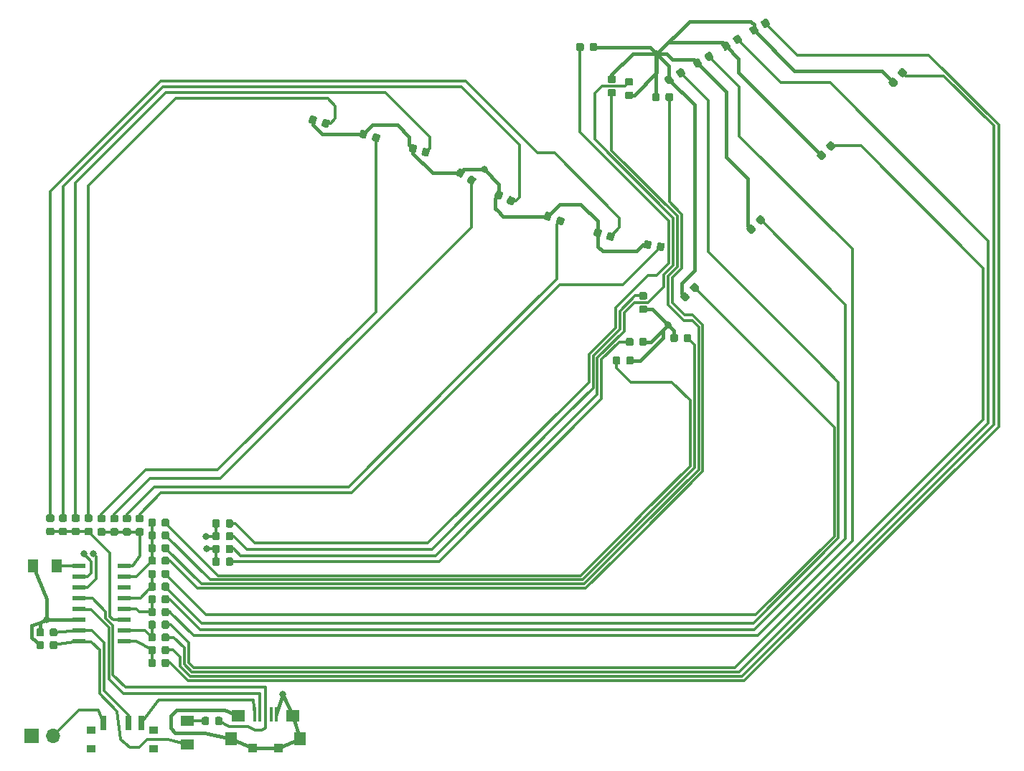
<source format=gtl>
G04 #@! TF.GenerationSoftware,KiCad,Pcbnew,(5.1.0)-1*
G04 #@! TF.CreationDate,2020-06-13T17:29:39-05:00*
G04 #@! TF.ProjectId,prod,70726f64-2e6b-4696-9361-645f70636258,1*
G04 #@! TF.SameCoordinates,Original*
G04 #@! TF.FileFunction,Copper,L1,Top*
G04 #@! TF.FilePolarity,Positive*
%FSLAX46Y46*%
G04 Gerber Fmt 4.6, Leading zero omitted, Abs format (unit mm)*
G04 Created by KiCad (PCBNEW (5.1.0)-1) date 2020-06-13 17:29:39*
%MOMM*%
%LPD*%
G04 APERTURE LIST*
%ADD10C,0.100000*%
%ADD11C,0.875000*%
%ADD12R,1.500000X1.250000*%
%ADD13R,1.250000X1.500000*%
%ADD14R,1.000000X0.900000*%
%ADD15R,0.700000X1.700000*%
%ADD16R,1.500000X0.600000*%
%ADD17R,1.100000X1.000000*%
%ADD18R,1.350000X1.500000*%
%ADD19R,0.400000X1.800000*%
%ADD20R,1.500000X1.400000*%
%ADD21O,1.700000X1.700000*%
%ADD22R,1.700000X1.700000*%
%ADD23C,0.800000*%
%ADD24C,0.400000*%
%ADD25C,0.300000*%
G04 APERTURE END LIST*
D10*
G36*
X144952691Y-58826053D02*
G01*
X144973926Y-58829203D01*
X144994750Y-58834419D01*
X145014962Y-58841651D01*
X145034368Y-58850830D01*
X145052781Y-58861866D01*
X145070024Y-58874654D01*
X145085930Y-58889070D01*
X145100346Y-58904976D01*
X145113134Y-58922219D01*
X145124170Y-58940632D01*
X145133349Y-58960038D01*
X145140581Y-58980250D01*
X145145797Y-59001074D01*
X145148947Y-59022309D01*
X145150000Y-59043750D01*
X145150000Y-59556250D01*
X145148947Y-59577691D01*
X145145797Y-59598926D01*
X145140581Y-59619750D01*
X145133349Y-59639962D01*
X145124170Y-59659368D01*
X145113134Y-59677781D01*
X145100346Y-59695024D01*
X145085930Y-59710930D01*
X145070024Y-59725346D01*
X145052781Y-59738134D01*
X145034368Y-59749170D01*
X145014962Y-59758349D01*
X144994750Y-59765581D01*
X144973926Y-59770797D01*
X144952691Y-59773947D01*
X144931250Y-59775000D01*
X144493750Y-59775000D01*
X144472309Y-59773947D01*
X144451074Y-59770797D01*
X144430250Y-59765581D01*
X144410038Y-59758349D01*
X144390632Y-59749170D01*
X144372219Y-59738134D01*
X144354976Y-59725346D01*
X144339070Y-59710930D01*
X144324654Y-59695024D01*
X144311866Y-59677781D01*
X144300830Y-59659368D01*
X144291651Y-59639962D01*
X144284419Y-59619750D01*
X144279203Y-59598926D01*
X144276053Y-59577691D01*
X144275000Y-59556250D01*
X144275000Y-59043750D01*
X144276053Y-59022309D01*
X144279203Y-59001074D01*
X144284419Y-58980250D01*
X144291651Y-58960038D01*
X144300830Y-58940632D01*
X144311866Y-58922219D01*
X144324654Y-58904976D01*
X144339070Y-58889070D01*
X144354976Y-58874654D01*
X144372219Y-58861866D01*
X144390632Y-58850830D01*
X144410038Y-58841651D01*
X144430250Y-58834419D01*
X144451074Y-58829203D01*
X144472309Y-58826053D01*
X144493750Y-58825000D01*
X144931250Y-58825000D01*
X144952691Y-58826053D01*
X144952691Y-58826053D01*
G37*
D11*
X144712500Y-59300000D03*
D10*
G36*
X146527691Y-58826053D02*
G01*
X146548926Y-58829203D01*
X146569750Y-58834419D01*
X146589962Y-58841651D01*
X146609368Y-58850830D01*
X146627781Y-58861866D01*
X146645024Y-58874654D01*
X146660930Y-58889070D01*
X146675346Y-58904976D01*
X146688134Y-58922219D01*
X146699170Y-58940632D01*
X146708349Y-58960038D01*
X146715581Y-58980250D01*
X146720797Y-59001074D01*
X146723947Y-59022309D01*
X146725000Y-59043750D01*
X146725000Y-59556250D01*
X146723947Y-59577691D01*
X146720797Y-59598926D01*
X146715581Y-59619750D01*
X146708349Y-59639962D01*
X146699170Y-59659368D01*
X146688134Y-59677781D01*
X146675346Y-59695024D01*
X146660930Y-59710930D01*
X146645024Y-59725346D01*
X146627781Y-59738134D01*
X146609368Y-59749170D01*
X146589962Y-59758349D01*
X146569750Y-59765581D01*
X146548926Y-59770797D01*
X146527691Y-59773947D01*
X146506250Y-59775000D01*
X146068750Y-59775000D01*
X146047309Y-59773947D01*
X146026074Y-59770797D01*
X146005250Y-59765581D01*
X145985038Y-59758349D01*
X145965632Y-59749170D01*
X145947219Y-59738134D01*
X145929976Y-59725346D01*
X145914070Y-59710930D01*
X145899654Y-59695024D01*
X145886866Y-59677781D01*
X145875830Y-59659368D01*
X145866651Y-59639962D01*
X145859419Y-59619750D01*
X145854203Y-59598926D01*
X145851053Y-59577691D01*
X145850000Y-59556250D01*
X145850000Y-59043750D01*
X145851053Y-59022309D01*
X145854203Y-59001074D01*
X145859419Y-58980250D01*
X145866651Y-58960038D01*
X145875830Y-58940632D01*
X145886866Y-58922219D01*
X145899654Y-58904976D01*
X145914070Y-58889070D01*
X145929976Y-58874654D01*
X145947219Y-58861866D01*
X145965632Y-58850830D01*
X145985038Y-58841651D01*
X146005250Y-58834419D01*
X146026074Y-58829203D01*
X146047309Y-58826053D01*
X146068750Y-58825000D01*
X146506250Y-58825000D01*
X146527691Y-58826053D01*
X146527691Y-58826053D01*
G37*
D11*
X146287500Y-59300000D03*
D10*
G36*
X120535464Y-69492446D02*
G01*
X120556745Y-69495272D01*
X120577646Y-69500169D01*
X120998198Y-69620760D01*
X121018518Y-69627682D01*
X121038062Y-69636563D01*
X121056641Y-69647317D01*
X121074077Y-69659840D01*
X121090201Y-69674012D01*
X121104859Y-69689696D01*
X121117909Y-69706741D01*
X121129225Y-69724984D01*
X121138699Y-69744247D01*
X121146239Y-69764347D01*
X121151772Y-69785088D01*
X121155246Y-69806273D01*
X121156626Y-69827695D01*
X121155901Y-69849150D01*
X121153075Y-69870431D01*
X121148178Y-69891332D01*
X121006914Y-70383979D01*
X120999991Y-70404299D01*
X120991111Y-70423843D01*
X120980357Y-70442422D01*
X120967834Y-70459858D01*
X120953662Y-70475982D01*
X120937978Y-70490640D01*
X120920932Y-70503690D01*
X120902690Y-70515006D01*
X120883427Y-70524480D01*
X120863327Y-70532020D01*
X120842585Y-70537553D01*
X120821401Y-70541027D01*
X120799979Y-70542407D01*
X120778524Y-70541682D01*
X120757243Y-70538856D01*
X120736342Y-70533959D01*
X120315790Y-70413368D01*
X120295470Y-70406446D01*
X120275926Y-70397565D01*
X120257347Y-70386811D01*
X120239911Y-70374288D01*
X120223787Y-70360116D01*
X120209129Y-70344432D01*
X120196079Y-70327387D01*
X120184763Y-70309144D01*
X120175289Y-70289881D01*
X120167749Y-70269781D01*
X120162216Y-70249040D01*
X120158742Y-70227855D01*
X120157362Y-70206433D01*
X120158087Y-70184978D01*
X120160913Y-70163697D01*
X120165810Y-70142796D01*
X120307074Y-69650149D01*
X120313997Y-69629829D01*
X120322877Y-69610285D01*
X120333631Y-69591706D01*
X120346154Y-69574270D01*
X120360326Y-69558146D01*
X120376010Y-69543488D01*
X120393056Y-69530438D01*
X120411298Y-69519122D01*
X120430561Y-69509648D01*
X120450661Y-69502108D01*
X120471403Y-69496575D01*
X120492587Y-69493101D01*
X120514009Y-69491721D01*
X120535464Y-69492446D01*
X120535464Y-69492446D01*
G37*
D11*
X120656994Y-70017064D03*
D10*
G36*
X119021476Y-69058318D02*
G01*
X119042757Y-69061144D01*
X119063658Y-69066041D01*
X119484210Y-69186632D01*
X119504530Y-69193554D01*
X119524074Y-69202435D01*
X119542653Y-69213189D01*
X119560089Y-69225712D01*
X119576213Y-69239884D01*
X119590871Y-69255568D01*
X119603921Y-69272613D01*
X119615237Y-69290856D01*
X119624711Y-69310119D01*
X119632251Y-69330219D01*
X119637784Y-69350960D01*
X119641258Y-69372145D01*
X119642638Y-69393567D01*
X119641913Y-69415022D01*
X119639087Y-69436303D01*
X119634190Y-69457204D01*
X119492926Y-69949851D01*
X119486003Y-69970171D01*
X119477123Y-69989715D01*
X119466369Y-70008294D01*
X119453846Y-70025730D01*
X119439674Y-70041854D01*
X119423990Y-70056512D01*
X119406944Y-70069562D01*
X119388702Y-70080878D01*
X119369439Y-70090352D01*
X119349339Y-70097892D01*
X119328597Y-70103425D01*
X119307413Y-70106899D01*
X119285991Y-70108279D01*
X119264536Y-70107554D01*
X119243255Y-70104728D01*
X119222354Y-70099831D01*
X118801802Y-69979240D01*
X118781482Y-69972318D01*
X118761938Y-69963437D01*
X118743359Y-69952683D01*
X118725923Y-69940160D01*
X118709799Y-69925988D01*
X118695141Y-69910304D01*
X118682091Y-69893259D01*
X118670775Y-69875016D01*
X118661301Y-69855753D01*
X118653761Y-69835653D01*
X118648228Y-69814912D01*
X118644754Y-69793727D01*
X118643374Y-69772305D01*
X118644099Y-69750850D01*
X118646925Y-69729569D01*
X118651822Y-69708668D01*
X118793086Y-69216021D01*
X118800009Y-69195701D01*
X118808889Y-69176157D01*
X118819643Y-69157578D01*
X118832166Y-69140142D01*
X118846338Y-69124018D01*
X118862022Y-69109360D01*
X118879068Y-69096310D01*
X118897310Y-69084994D01*
X118916573Y-69075520D01*
X118936673Y-69067980D01*
X118957415Y-69062447D01*
X118978599Y-69058973D01*
X119000021Y-69057593D01*
X119021476Y-69058318D01*
X119021476Y-69058318D01*
G37*
D11*
X119143006Y-69582936D03*
D10*
G36*
X166008618Y-79132733D02*
G01*
X166029853Y-79135883D01*
X166050677Y-79141099D01*
X166070889Y-79148331D01*
X166090295Y-79157510D01*
X166108708Y-79168546D01*
X166125951Y-79181334D01*
X166141857Y-79195750D01*
X166504250Y-79558143D01*
X166518666Y-79574049D01*
X166531454Y-79591292D01*
X166542490Y-79609705D01*
X166551669Y-79629111D01*
X166558901Y-79649323D01*
X166564117Y-79670147D01*
X166567267Y-79691382D01*
X166568320Y-79712823D01*
X166567267Y-79734264D01*
X166564117Y-79755499D01*
X166558901Y-79776323D01*
X166551669Y-79796535D01*
X166542490Y-79815941D01*
X166531454Y-79834354D01*
X166518666Y-79851597D01*
X166504250Y-79867503D01*
X166194891Y-80176862D01*
X166178985Y-80191278D01*
X166161742Y-80204066D01*
X166143329Y-80215102D01*
X166123923Y-80224281D01*
X166103711Y-80231513D01*
X166082887Y-80236729D01*
X166061652Y-80239879D01*
X166040211Y-80240932D01*
X166018770Y-80239879D01*
X165997535Y-80236729D01*
X165976711Y-80231513D01*
X165956499Y-80224281D01*
X165937093Y-80215102D01*
X165918680Y-80204066D01*
X165901437Y-80191278D01*
X165885531Y-80176862D01*
X165523138Y-79814469D01*
X165508722Y-79798563D01*
X165495934Y-79781320D01*
X165484898Y-79762907D01*
X165475719Y-79743501D01*
X165468487Y-79723289D01*
X165463271Y-79702465D01*
X165460121Y-79681230D01*
X165459068Y-79659789D01*
X165460121Y-79638348D01*
X165463271Y-79617113D01*
X165468487Y-79596289D01*
X165475719Y-79576077D01*
X165484898Y-79556671D01*
X165495934Y-79538258D01*
X165508722Y-79521015D01*
X165523138Y-79505109D01*
X165832497Y-79195750D01*
X165848403Y-79181334D01*
X165865646Y-79168546D01*
X165884059Y-79157510D01*
X165903465Y-79148331D01*
X165923677Y-79141099D01*
X165944501Y-79135883D01*
X165965736Y-79132733D01*
X165987177Y-79131680D01*
X166008618Y-79132733D01*
X166008618Y-79132733D01*
G37*
D11*
X166013694Y-79686306D03*
D10*
G36*
X164894924Y-80246427D02*
G01*
X164916159Y-80249577D01*
X164936983Y-80254793D01*
X164957195Y-80262025D01*
X164976601Y-80271204D01*
X164995014Y-80282240D01*
X165012257Y-80295028D01*
X165028163Y-80309444D01*
X165390556Y-80671837D01*
X165404972Y-80687743D01*
X165417760Y-80704986D01*
X165428796Y-80723399D01*
X165437975Y-80742805D01*
X165445207Y-80763017D01*
X165450423Y-80783841D01*
X165453573Y-80805076D01*
X165454626Y-80826517D01*
X165453573Y-80847958D01*
X165450423Y-80869193D01*
X165445207Y-80890017D01*
X165437975Y-80910229D01*
X165428796Y-80929635D01*
X165417760Y-80948048D01*
X165404972Y-80965291D01*
X165390556Y-80981197D01*
X165081197Y-81290556D01*
X165065291Y-81304972D01*
X165048048Y-81317760D01*
X165029635Y-81328796D01*
X165010229Y-81337975D01*
X164990017Y-81345207D01*
X164969193Y-81350423D01*
X164947958Y-81353573D01*
X164926517Y-81354626D01*
X164905076Y-81353573D01*
X164883841Y-81350423D01*
X164863017Y-81345207D01*
X164842805Y-81337975D01*
X164823399Y-81328796D01*
X164804986Y-81317760D01*
X164787743Y-81304972D01*
X164771837Y-81290556D01*
X164409444Y-80928163D01*
X164395028Y-80912257D01*
X164382240Y-80895014D01*
X164371204Y-80876601D01*
X164362025Y-80857195D01*
X164354793Y-80836983D01*
X164349577Y-80816159D01*
X164346427Y-80794924D01*
X164345374Y-80773483D01*
X164346427Y-80752042D01*
X164349577Y-80730807D01*
X164354793Y-80709983D01*
X164362025Y-80689771D01*
X164371204Y-80670365D01*
X164382240Y-80651952D01*
X164395028Y-80634709D01*
X164409444Y-80618803D01*
X164718803Y-80309444D01*
X164734709Y-80295028D01*
X164751952Y-80282240D01*
X164770365Y-80271204D01*
X164789771Y-80262025D01*
X164809983Y-80254793D01*
X164830807Y-80249577D01*
X164852042Y-80246427D01*
X164873483Y-80245374D01*
X164894924Y-80246427D01*
X164894924Y-80246427D01*
G37*
D11*
X164900000Y-80800000D03*
D10*
G36*
X163357620Y-57856674D02*
G01*
X163378946Y-57859128D01*
X163399930Y-57863660D01*
X163420368Y-57870227D01*
X163440064Y-57878765D01*
X163458828Y-57889193D01*
X163476480Y-57901410D01*
X163492849Y-57915298D01*
X163507778Y-57930724D01*
X163521123Y-57947539D01*
X163532756Y-57965581D01*
X163789006Y-58409419D01*
X163798814Y-58428514D01*
X163806704Y-58448479D01*
X163812599Y-58469121D01*
X163816442Y-58490241D01*
X163818196Y-58511637D01*
X163817845Y-58533101D01*
X163815391Y-58554427D01*
X163810859Y-58575411D01*
X163804292Y-58595849D01*
X163795754Y-58615545D01*
X163785326Y-58634309D01*
X163773109Y-58651961D01*
X163759221Y-58668330D01*
X163743795Y-58683259D01*
X163726980Y-58696604D01*
X163708938Y-58708237D01*
X163330052Y-58926987D01*
X163310957Y-58936795D01*
X163290992Y-58944685D01*
X163270350Y-58950580D01*
X163249230Y-58954423D01*
X163227834Y-58956177D01*
X163206370Y-58955826D01*
X163185044Y-58953372D01*
X163164060Y-58948840D01*
X163143622Y-58942273D01*
X163123926Y-58933735D01*
X163105162Y-58923307D01*
X163087510Y-58911090D01*
X163071141Y-58897202D01*
X163056212Y-58881776D01*
X163042867Y-58864961D01*
X163031234Y-58846919D01*
X162774984Y-58403081D01*
X162765176Y-58383986D01*
X162757286Y-58364021D01*
X162751391Y-58343379D01*
X162747548Y-58322259D01*
X162745794Y-58300863D01*
X162746145Y-58279399D01*
X162748599Y-58258073D01*
X162753131Y-58237089D01*
X162759698Y-58216651D01*
X162768236Y-58196955D01*
X162778664Y-58178191D01*
X162790881Y-58160539D01*
X162804769Y-58144170D01*
X162820195Y-58129241D01*
X162837010Y-58115896D01*
X162855052Y-58104263D01*
X163233938Y-57885513D01*
X163253033Y-57875705D01*
X163272998Y-57867815D01*
X163293640Y-57861920D01*
X163314760Y-57858077D01*
X163336156Y-57856323D01*
X163357620Y-57856674D01*
X163357620Y-57856674D01*
G37*
D11*
X163281995Y-58406250D03*
D10*
G36*
X161993630Y-58644174D02*
G01*
X162014956Y-58646628D01*
X162035940Y-58651160D01*
X162056378Y-58657727D01*
X162076074Y-58666265D01*
X162094838Y-58676693D01*
X162112490Y-58688910D01*
X162128859Y-58702798D01*
X162143788Y-58718224D01*
X162157133Y-58735039D01*
X162168766Y-58753081D01*
X162425016Y-59196919D01*
X162434824Y-59216014D01*
X162442714Y-59235979D01*
X162448609Y-59256621D01*
X162452452Y-59277741D01*
X162454206Y-59299137D01*
X162453855Y-59320601D01*
X162451401Y-59341927D01*
X162446869Y-59362911D01*
X162440302Y-59383349D01*
X162431764Y-59403045D01*
X162421336Y-59421809D01*
X162409119Y-59439461D01*
X162395231Y-59455830D01*
X162379805Y-59470759D01*
X162362990Y-59484104D01*
X162344948Y-59495737D01*
X161966062Y-59714487D01*
X161946967Y-59724295D01*
X161927002Y-59732185D01*
X161906360Y-59738080D01*
X161885240Y-59741923D01*
X161863844Y-59743677D01*
X161842380Y-59743326D01*
X161821054Y-59740872D01*
X161800070Y-59736340D01*
X161779632Y-59729773D01*
X161759936Y-59721235D01*
X161741172Y-59710807D01*
X161723520Y-59698590D01*
X161707151Y-59684702D01*
X161692222Y-59669276D01*
X161678877Y-59652461D01*
X161667244Y-59634419D01*
X161410994Y-59190581D01*
X161401186Y-59171486D01*
X161393296Y-59151521D01*
X161387401Y-59130879D01*
X161383558Y-59109759D01*
X161381804Y-59088363D01*
X161382155Y-59066899D01*
X161384609Y-59045573D01*
X161389141Y-59024589D01*
X161395708Y-59004151D01*
X161404246Y-58984455D01*
X161414674Y-58965691D01*
X161426891Y-58948039D01*
X161440779Y-58931670D01*
X161456205Y-58916741D01*
X161473020Y-58903396D01*
X161491062Y-58891763D01*
X161869948Y-58673013D01*
X161889043Y-58663205D01*
X161909008Y-58655315D01*
X161929650Y-58649420D01*
X161950770Y-58645577D01*
X161972166Y-58643823D01*
X161993630Y-58644174D01*
X161993630Y-58644174D01*
G37*
D11*
X161918005Y-59193750D03*
D10*
G36*
X174279351Y-70413640D02*
G01*
X174300637Y-70416419D01*
X174321549Y-70421271D01*
X174341884Y-70428149D01*
X174361447Y-70436987D01*
X174380050Y-70447701D01*
X174397513Y-70460186D01*
X174413669Y-70474323D01*
X174782330Y-70830336D01*
X174797022Y-70845988D01*
X174810108Y-70863005D01*
X174821464Y-70881222D01*
X174830980Y-70900465D01*
X174838564Y-70920548D01*
X174844142Y-70941277D01*
X174847662Y-70962454D01*
X174849090Y-70983874D01*
X174848411Y-71005330D01*
X174845632Y-71026617D01*
X174840780Y-71047528D01*
X174833902Y-71067863D01*
X174825063Y-71087427D01*
X174814350Y-71106029D01*
X174801865Y-71123493D01*
X174787729Y-71139648D01*
X174483816Y-71454359D01*
X174468163Y-71469050D01*
X174451147Y-71482137D01*
X174432929Y-71493493D01*
X174413686Y-71503009D01*
X174393603Y-71510593D01*
X174372874Y-71516171D01*
X174351697Y-71519691D01*
X174330278Y-71521119D01*
X174308821Y-71520440D01*
X174287535Y-71517661D01*
X174266623Y-71512809D01*
X174246288Y-71505931D01*
X174226725Y-71497093D01*
X174208122Y-71486379D01*
X174190659Y-71473894D01*
X174174503Y-71459757D01*
X173805842Y-71103744D01*
X173791150Y-71088092D01*
X173778064Y-71071075D01*
X173766708Y-71052858D01*
X173757192Y-71033615D01*
X173749608Y-71013532D01*
X173744030Y-70992803D01*
X173740510Y-70971626D01*
X173739082Y-70950206D01*
X173739761Y-70928750D01*
X173742540Y-70907463D01*
X173747392Y-70886552D01*
X173754270Y-70866217D01*
X173763109Y-70846653D01*
X173773822Y-70828051D01*
X173786307Y-70810587D01*
X173800443Y-70794432D01*
X174104356Y-70479721D01*
X174120009Y-70465030D01*
X174137025Y-70451943D01*
X174155243Y-70440587D01*
X174174486Y-70431071D01*
X174194569Y-70423487D01*
X174215298Y-70417909D01*
X174236475Y-70414389D01*
X174257894Y-70412961D01*
X174279351Y-70413640D01*
X174279351Y-70413640D01*
G37*
D11*
X174294086Y-70967040D03*
D10*
G36*
X173185265Y-71546600D02*
G01*
X173206551Y-71549379D01*
X173227463Y-71554231D01*
X173247798Y-71561109D01*
X173267361Y-71569947D01*
X173285964Y-71580661D01*
X173303427Y-71593146D01*
X173319583Y-71607283D01*
X173688244Y-71963296D01*
X173702936Y-71978948D01*
X173716022Y-71995965D01*
X173727378Y-72014182D01*
X173736894Y-72033425D01*
X173744478Y-72053508D01*
X173750056Y-72074237D01*
X173753576Y-72095414D01*
X173755004Y-72116834D01*
X173754325Y-72138290D01*
X173751546Y-72159577D01*
X173746694Y-72180488D01*
X173739816Y-72200823D01*
X173730977Y-72220387D01*
X173720264Y-72238989D01*
X173707779Y-72256453D01*
X173693643Y-72272608D01*
X173389730Y-72587319D01*
X173374077Y-72602010D01*
X173357061Y-72615097D01*
X173338843Y-72626453D01*
X173319600Y-72635969D01*
X173299517Y-72643553D01*
X173278788Y-72649131D01*
X173257611Y-72652651D01*
X173236192Y-72654079D01*
X173214735Y-72653400D01*
X173193449Y-72650621D01*
X173172537Y-72645769D01*
X173152202Y-72638891D01*
X173132639Y-72630053D01*
X173114036Y-72619339D01*
X173096573Y-72606854D01*
X173080417Y-72592717D01*
X172711756Y-72236704D01*
X172697064Y-72221052D01*
X172683978Y-72204035D01*
X172672622Y-72185818D01*
X172663106Y-72166575D01*
X172655522Y-72146492D01*
X172649944Y-72125763D01*
X172646424Y-72104586D01*
X172644996Y-72083166D01*
X172645675Y-72061710D01*
X172648454Y-72040423D01*
X172653306Y-72019512D01*
X172660184Y-71999177D01*
X172669023Y-71979613D01*
X172679736Y-71961011D01*
X172692221Y-71943547D01*
X172706357Y-71927392D01*
X173010270Y-71612681D01*
X173025923Y-71597990D01*
X173042939Y-71584903D01*
X173061157Y-71573547D01*
X173080400Y-71564031D01*
X173100483Y-71556447D01*
X173121212Y-71550869D01*
X173142389Y-71547349D01*
X173163808Y-71545921D01*
X173185265Y-71546600D01*
X173185265Y-71546600D01*
G37*
D11*
X173200000Y-72100000D03*
D10*
G36*
X114580000Y-67781403D02*
G01*
X114601326Y-67783857D01*
X114622309Y-67788389D01*
X115044902Y-67901622D01*
X115065340Y-67908189D01*
X115085036Y-67916727D01*
X115103801Y-67927155D01*
X115121452Y-67939372D01*
X115137822Y-67953260D01*
X115152751Y-67968686D01*
X115166096Y-67985501D01*
X115177729Y-68003543D01*
X115187537Y-68022638D01*
X115195427Y-68042603D01*
X115201322Y-68063245D01*
X115205165Y-68084365D01*
X115206919Y-68105760D01*
X115206568Y-68127225D01*
X115204114Y-68148551D01*
X115199582Y-68169535D01*
X115066937Y-68664572D01*
X115060370Y-68685010D01*
X115051832Y-68704706D01*
X115041404Y-68723470D01*
X115029187Y-68741122D01*
X115015299Y-68757491D01*
X114999873Y-68772420D01*
X114983058Y-68785765D01*
X114965016Y-68797398D01*
X114945921Y-68807207D01*
X114925956Y-68815096D01*
X114905314Y-68820991D01*
X114884194Y-68824834D01*
X114862798Y-68826588D01*
X114841334Y-68826237D01*
X114820008Y-68823783D01*
X114799025Y-68819251D01*
X114376432Y-68706018D01*
X114355994Y-68699451D01*
X114336298Y-68690913D01*
X114317533Y-68680485D01*
X114299882Y-68668268D01*
X114283512Y-68654380D01*
X114268583Y-68638954D01*
X114255238Y-68622139D01*
X114243605Y-68604097D01*
X114233797Y-68585002D01*
X114225907Y-68565037D01*
X114220012Y-68544395D01*
X114216169Y-68523275D01*
X114214415Y-68501880D01*
X114214766Y-68480415D01*
X114217220Y-68459089D01*
X114221752Y-68438105D01*
X114354397Y-67943068D01*
X114360964Y-67922630D01*
X114369502Y-67902934D01*
X114379930Y-67884170D01*
X114392147Y-67866518D01*
X114406035Y-67850149D01*
X114421461Y-67835220D01*
X114438276Y-67821875D01*
X114456318Y-67810242D01*
X114475413Y-67800433D01*
X114495378Y-67792544D01*
X114516020Y-67786649D01*
X114537140Y-67782806D01*
X114558536Y-67781052D01*
X114580000Y-67781403D01*
X114580000Y-67781403D01*
G37*
D11*
X114710667Y-68303820D03*
D10*
G36*
X113058666Y-67373763D02*
G01*
X113079992Y-67376217D01*
X113100975Y-67380749D01*
X113523568Y-67493982D01*
X113544006Y-67500549D01*
X113563702Y-67509087D01*
X113582467Y-67519515D01*
X113600118Y-67531732D01*
X113616488Y-67545620D01*
X113631417Y-67561046D01*
X113644762Y-67577861D01*
X113656395Y-67595903D01*
X113666203Y-67614998D01*
X113674093Y-67634963D01*
X113679988Y-67655605D01*
X113683831Y-67676725D01*
X113685585Y-67698120D01*
X113685234Y-67719585D01*
X113682780Y-67740911D01*
X113678248Y-67761895D01*
X113545603Y-68256932D01*
X113539036Y-68277370D01*
X113530498Y-68297066D01*
X113520070Y-68315830D01*
X113507853Y-68333482D01*
X113493965Y-68349851D01*
X113478539Y-68364780D01*
X113461724Y-68378125D01*
X113443682Y-68389758D01*
X113424587Y-68399567D01*
X113404622Y-68407456D01*
X113383980Y-68413351D01*
X113362860Y-68417194D01*
X113341464Y-68418948D01*
X113320000Y-68418597D01*
X113298674Y-68416143D01*
X113277691Y-68411611D01*
X112855098Y-68298378D01*
X112834660Y-68291811D01*
X112814964Y-68283273D01*
X112796199Y-68272845D01*
X112778548Y-68260628D01*
X112762178Y-68246740D01*
X112747249Y-68231314D01*
X112733904Y-68214499D01*
X112722271Y-68196457D01*
X112712463Y-68177362D01*
X112704573Y-68157397D01*
X112698678Y-68136755D01*
X112694835Y-68115635D01*
X112693081Y-68094240D01*
X112693432Y-68072775D01*
X112695886Y-68051449D01*
X112700418Y-68030465D01*
X112833063Y-67535428D01*
X112839630Y-67514990D01*
X112848168Y-67495294D01*
X112858596Y-67476530D01*
X112870813Y-67458878D01*
X112884701Y-67442509D01*
X112900127Y-67427580D01*
X112916942Y-67414235D01*
X112934984Y-67402602D01*
X112954079Y-67392793D01*
X112974044Y-67384904D01*
X112994686Y-67379009D01*
X113015806Y-67375166D01*
X113037202Y-67373412D01*
X113058666Y-67373763D01*
X113058666Y-67373763D01*
G37*
D11*
X113189333Y-67896180D03*
D10*
G36*
X126385464Y-71192446D02*
G01*
X126406745Y-71195272D01*
X126427646Y-71200169D01*
X126848198Y-71320760D01*
X126868518Y-71327682D01*
X126888062Y-71336563D01*
X126906641Y-71347317D01*
X126924077Y-71359840D01*
X126940201Y-71374012D01*
X126954859Y-71389696D01*
X126967909Y-71406741D01*
X126979225Y-71424984D01*
X126988699Y-71444247D01*
X126996239Y-71464347D01*
X127001772Y-71485088D01*
X127005246Y-71506273D01*
X127006626Y-71527695D01*
X127005901Y-71549150D01*
X127003075Y-71570431D01*
X126998178Y-71591332D01*
X126856914Y-72083979D01*
X126849991Y-72104299D01*
X126841111Y-72123843D01*
X126830357Y-72142422D01*
X126817834Y-72159858D01*
X126803662Y-72175982D01*
X126787978Y-72190640D01*
X126770932Y-72203690D01*
X126752690Y-72215006D01*
X126733427Y-72224480D01*
X126713327Y-72232020D01*
X126692585Y-72237553D01*
X126671401Y-72241027D01*
X126649979Y-72242407D01*
X126628524Y-72241682D01*
X126607243Y-72238856D01*
X126586342Y-72233959D01*
X126165790Y-72113368D01*
X126145470Y-72106446D01*
X126125926Y-72097565D01*
X126107347Y-72086811D01*
X126089911Y-72074288D01*
X126073787Y-72060116D01*
X126059129Y-72044432D01*
X126046079Y-72027387D01*
X126034763Y-72009144D01*
X126025289Y-71989881D01*
X126017749Y-71969781D01*
X126012216Y-71949040D01*
X126008742Y-71927855D01*
X126007362Y-71906433D01*
X126008087Y-71884978D01*
X126010913Y-71863697D01*
X126015810Y-71842796D01*
X126157074Y-71350149D01*
X126163997Y-71329829D01*
X126172877Y-71310285D01*
X126183631Y-71291706D01*
X126196154Y-71274270D01*
X126210326Y-71258146D01*
X126226010Y-71243488D01*
X126243056Y-71230438D01*
X126261298Y-71219122D01*
X126280561Y-71209648D01*
X126300661Y-71202108D01*
X126321403Y-71196575D01*
X126342587Y-71193101D01*
X126364009Y-71191721D01*
X126385464Y-71192446D01*
X126385464Y-71192446D01*
G37*
D11*
X126506994Y-71717064D03*
D10*
G36*
X124871476Y-70758318D02*
G01*
X124892757Y-70761144D01*
X124913658Y-70766041D01*
X125334210Y-70886632D01*
X125354530Y-70893554D01*
X125374074Y-70902435D01*
X125392653Y-70913189D01*
X125410089Y-70925712D01*
X125426213Y-70939884D01*
X125440871Y-70955568D01*
X125453921Y-70972613D01*
X125465237Y-70990856D01*
X125474711Y-71010119D01*
X125482251Y-71030219D01*
X125487784Y-71050960D01*
X125491258Y-71072145D01*
X125492638Y-71093567D01*
X125491913Y-71115022D01*
X125489087Y-71136303D01*
X125484190Y-71157204D01*
X125342926Y-71649851D01*
X125336003Y-71670171D01*
X125327123Y-71689715D01*
X125316369Y-71708294D01*
X125303846Y-71725730D01*
X125289674Y-71741854D01*
X125273990Y-71756512D01*
X125256944Y-71769562D01*
X125238702Y-71780878D01*
X125219439Y-71790352D01*
X125199339Y-71797892D01*
X125178597Y-71803425D01*
X125157413Y-71806899D01*
X125135991Y-71808279D01*
X125114536Y-71807554D01*
X125093255Y-71804728D01*
X125072354Y-71799831D01*
X124651802Y-71679240D01*
X124631482Y-71672318D01*
X124611938Y-71663437D01*
X124593359Y-71652683D01*
X124575923Y-71640160D01*
X124559799Y-71625988D01*
X124545141Y-71610304D01*
X124532091Y-71593259D01*
X124520775Y-71575016D01*
X124511301Y-71555753D01*
X124503761Y-71535653D01*
X124498228Y-71514912D01*
X124494754Y-71493727D01*
X124493374Y-71472305D01*
X124494099Y-71450850D01*
X124496925Y-71429569D01*
X124501822Y-71408668D01*
X124643086Y-70916021D01*
X124650009Y-70895701D01*
X124658889Y-70876157D01*
X124669643Y-70857578D01*
X124682166Y-70840142D01*
X124696338Y-70824018D01*
X124712022Y-70809360D01*
X124729068Y-70796310D01*
X124747310Y-70784994D01*
X124766573Y-70775520D01*
X124786673Y-70767980D01*
X124807415Y-70762447D01*
X124828599Y-70758973D01*
X124850021Y-70757593D01*
X124871476Y-70758318D01*
X124871476Y-70758318D01*
G37*
D11*
X124993006Y-71282936D03*
D10*
G36*
X136504675Y-76891569D02*
G01*
X136525752Y-76895642D01*
X136546328Y-76901761D01*
X136566205Y-76909868D01*
X136962715Y-77094763D01*
X136981703Y-77104779D01*
X136999617Y-77116608D01*
X137016285Y-77130136D01*
X137031547Y-77145232D01*
X137045256Y-77161752D01*
X137057280Y-77179536D01*
X137067502Y-77198413D01*
X137075826Y-77218201D01*
X137082169Y-77238709D01*
X137086472Y-77259741D01*
X137088693Y-77281093D01*
X137088810Y-77302559D01*
X137086822Y-77323934D01*
X137082749Y-77345012D01*
X137076630Y-77365588D01*
X137068523Y-77385466D01*
X136851931Y-77849949D01*
X136841915Y-77868936D01*
X136830086Y-77886850D01*
X136816558Y-77903518D01*
X136801461Y-77918780D01*
X136784942Y-77932489D01*
X136767158Y-77944513D01*
X136748281Y-77954736D01*
X136728493Y-77963059D01*
X136707984Y-77969402D01*
X136686953Y-77973705D01*
X136665601Y-77975926D01*
X136644134Y-77976043D01*
X136622759Y-77974055D01*
X136601682Y-77969982D01*
X136581106Y-77963863D01*
X136561229Y-77955756D01*
X136164719Y-77770861D01*
X136145731Y-77760845D01*
X136127817Y-77749016D01*
X136111149Y-77735488D01*
X136095887Y-77720392D01*
X136082178Y-77703872D01*
X136070154Y-77686088D01*
X136059932Y-77667211D01*
X136051608Y-77647423D01*
X136045265Y-77626915D01*
X136040962Y-77605883D01*
X136038741Y-77584531D01*
X136038624Y-77563065D01*
X136040612Y-77541690D01*
X136044685Y-77520612D01*
X136050804Y-77500036D01*
X136058911Y-77480158D01*
X136275503Y-77015675D01*
X136285519Y-76996688D01*
X136297348Y-76978774D01*
X136310876Y-76962106D01*
X136325973Y-76946844D01*
X136342492Y-76933135D01*
X136360276Y-76921111D01*
X136379153Y-76910888D01*
X136398941Y-76902565D01*
X136419450Y-76896222D01*
X136440481Y-76891919D01*
X136461833Y-76889698D01*
X136483300Y-76889581D01*
X136504675Y-76891569D01*
X136504675Y-76891569D01*
G37*
D11*
X136563717Y-77432812D03*
D10*
G36*
X135077241Y-76225945D02*
G01*
X135098318Y-76230018D01*
X135118894Y-76236137D01*
X135138771Y-76244244D01*
X135535281Y-76429139D01*
X135554269Y-76439155D01*
X135572183Y-76450984D01*
X135588851Y-76464512D01*
X135604113Y-76479608D01*
X135617822Y-76496128D01*
X135629846Y-76513912D01*
X135640068Y-76532789D01*
X135648392Y-76552577D01*
X135654735Y-76573085D01*
X135659038Y-76594117D01*
X135661259Y-76615469D01*
X135661376Y-76636935D01*
X135659388Y-76658310D01*
X135655315Y-76679388D01*
X135649196Y-76699964D01*
X135641089Y-76719842D01*
X135424497Y-77184325D01*
X135414481Y-77203312D01*
X135402652Y-77221226D01*
X135389124Y-77237894D01*
X135374027Y-77253156D01*
X135357508Y-77266865D01*
X135339724Y-77278889D01*
X135320847Y-77289112D01*
X135301059Y-77297435D01*
X135280550Y-77303778D01*
X135259519Y-77308081D01*
X135238167Y-77310302D01*
X135216700Y-77310419D01*
X135195325Y-77308431D01*
X135174248Y-77304358D01*
X135153672Y-77298239D01*
X135133795Y-77290132D01*
X134737285Y-77105237D01*
X134718297Y-77095221D01*
X134700383Y-77083392D01*
X134683715Y-77069864D01*
X134668453Y-77054768D01*
X134654744Y-77038248D01*
X134642720Y-77020464D01*
X134632498Y-77001587D01*
X134624174Y-76981799D01*
X134617831Y-76961291D01*
X134613528Y-76940259D01*
X134611307Y-76918907D01*
X134611190Y-76897441D01*
X134613178Y-76876066D01*
X134617251Y-76854988D01*
X134623370Y-76834412D01*
X134631477Y-76814534D01*
X134848069Y-76350051D01*
X134858085Y-76331064D01*
X134869914Y-76313150D01*
X134883442Y-76296482D01*
X134898539Y-76281220D01*
X134915058Y-76267511D01*
X134932842Y-76255487D01*
X134951719Y-76245264D01*
X134971507Y-76236941D01*
X134992016Y-76230598D01*
X135013047Y-76226295D01*
X135034399Y-76224074D01*
X135055866Y-76223957D01*
X135077241Y-76225945D01*
X135077241Y-76225945D01*
G37*
D11*
X135136283Y-76767188D03*
D10*
G36*
X148185464Y-81142446D02*
G01*
X148206745Y-81145272D01*
X148227646Y-81150169D01*
X148648198Y-81270760D01*
X148668518Y-81277682D01*
X148688062Y-81286563D01*
X148706641Y-81297317D01*
X148724077Y-81309840D01*
X148740201Y-81324012D01*
X148754859Y-81339696D01*
X148767909Y-81356741D01*
X148779225Y-81374984D01*
X148788699Y-81394247D01*
X148796239Y-81414347D01*
X148801772Y-81435088D01*
X148805246Y-81456273D01*
X148806626Y-81477695D01*
X148805901Y-81499150D01*
X148803075Y-81520431D01*
X148798178Y-81541332D01*
X148656914Y-82033979D01*
X148649991Y-82054299D01*
X148641111Y-82073843D01*
X148630357Y-82092422D01*
X148617834Y-82109858D01*
X148603662Y-82125982D01*
X148587978Y-82140640D01*
X148570932Y-82153690D01*
X148552690Y-82165006D01*
X148533427Y-82174480D01*
X148513327Y-82182020D01*
X148492585Y-82187553D01*
X148471401Y-82191027D01*
X148449979Y-82192407D01*
X148428524Y-82191682D01*
X148407243Y-82188856D01*
X148386342Y-82183959D01*
X147965790Y-82063368D01*
X147945470Y-82056446D01*
X147925926Y-82047565D01*
X147907347Y-82036811D01*
X147889911Y-82024288D01*
X147873787Y-82010116D01*
X147859129Y-81994432D01*
X147846079Y-81977387D01*
X147834763Y-81959144D01*
X147825289Y-81939881D01*
X147817749Y-81919781D01*
X147812216Y-81899040D01*
X147808742Y-81877855D01*
X147807362Y-81856433D01*
X147808087Y-81834978D01*
X147810913Y-81813697D01*
X147815810Y-81792796D01*
X147957074Y-81300149D01*
X147963997Y-81279829D01*
X147972877Y-81260285D01*
X147983631Y-81241706D01*
X147996154Y-81224270D01*
X148010326Y-81208146D01*
X148026010Y-81193488D01*
X148043056Y-81180438D01*
X148061298Y-81169122D01*
X148080561Y-81159648D01*
X148100661Y-81152108D01*
X148121403Y-81146575D01*
X148142587Y-81143101D01*
X148164009Y-81141721D01*
X148185464Y-81142446D01*
X148185464Y-81142446D01*
G37*
D11*
X148306994Y-81667064D03*
D10*
G36*
X146671476Y-80708318D02*
G01*
X146692757Y-80711144D01*
X146713658Y-80716041D01*
X147134210Y-80836632D01*
X147154530Y-80843554D01*
X147174074Y-80852435D01*
X147192653Y-80863189D01*
X147210089Y-80875712D01*
X147226213Y-80889884D01*
X147240871Y-80905568D01*
X147253921Y-80922613D01*
X147265237Y-80940856D01*
X147274711Y-80960119D01*
X147282251Y-80980219D01*
X147287784Y-81000960D01*
X147291258Y-81022145D01*
X147292638Y-81043567D01*
X147291913Y-81065022D01*
X147289087Y-81086303D01*
X147284190Y-81107204D01*
X147142926Y-81599851D01*
X147136003Y-81620171D01*
X147127123Y-81639715D01*
X147116369Y-81658294D01*
X147103846Y-81675730D01*
X147089674Y-81691854D01*
X147073990Y-81706512D01*
X147056944Y-81719562D01*
X147038702Y-81730878D01*
X147019439Y-81740352D01*
X146999339Y-81747892D01*
X146978597Y-81753425D01*
X146957413Y-81756899D01*
X146935991Y-81758279D01*
X146914536Y-81757554D01*
X146893255Y-81754728D01*
X146872354Y-81749831D01*
X146451802Y-81629240D01*
X146431482Y-81622318D01*
X146411938Y-81613437D01*
X146393359Y-81602683D01*
X146375923Y-81590160D01*
X146359799Y-81575988D01*
X146345141Y-81560304D01*
X146332091Y-81543259D01*
X146320775Y-81525016D01*
X146311301Y-81505753D01*
X146303761Y-81485653D01*
X146298228Y-81464912D01*
X146294754Y-81443727D01*
X146293374Y-81422305D01*
X146294099Y-81400850D01*
X146296925Y-81379569D01*
X146301822Y-81358668D01*
X146443086Y-80866021D01*
X146450009Y-80845701D01*
X146458889Y-80826157D01*
X146469643Y-80807578D01*
X146482166Y-80790142D01*
X146496338Y-80774018D01*
X146512022Y-80759360D01*
X146529068Y-80746310D01*
X146547310Y-80734994D01*
X146566573Y-80725520D01*
X146586673Y-80717980D01*
X146607415Y-80712447D01*
X146628599Y-80708973D01*
X146650021Y-80707593D01*
X146671476Y-80708318D01*
X146671476Y-80708318D01*
G37*
D11*
X146793006Y-81232936D03*
D10*
G36*
X160007620Y-59856674D02*
G01*
X160028946Y-59859128D01*
X160049930Y-59863660D01*
X160070368Y-59870227D01*
X160090064Y-59878765D01*
X160108828Y-59889193D01*
X160126480Y-59901410D01*
X160142849Y-59915298D01*
X160157778Y-59930724D01*
X160171123Y-59947539D01*
X160182756Y-59965581D01*
X160439006Y-60409419D01*
X160448814Y-60428514D01*
X160456704Y-60448479D01*
X160462599Y-60469121D01*
X160466442Y-60490241D01*
X160468196Y-60511637D01*
X160467845Y-60533101D01*
X160465391Y-60554427D01*
X160460859Y-60575411D01*
X160454292Y-60595849D01*
X160445754Y-60615545D01*
X160435326Y-60634309D01*
X160423109Y-60651961D01*
X160409221Y-60668330D01*
X160393795Y-60683259D01*
X160376980Y-60696604D01*
X160358938Y-60708237D01*
X159980052Y-60926987D01*
X159960957Y-60936795D01*
X159940992Y-60944685D01*
X159920350Y-60950580D01*
X159899230Y-60954423D01*
X159877834Y-60956177D01*
X159856370Y-60955826D01*
X159835044Y-60953372D01*
X159814060Y-60948840D01*
X159793622Y-60942273D01*
X159773926Y-60933735D01*
X159755162Y-60923307D01*
X159737510Y-60911090D01*
X159721141Y-60897202D01*
X159706212Y-60881776D01*
X159692867Y-60864961D01*
X159681234Y-60846919D01*
X159424984Y-60403081D01*
X159415176Y-60383986D01*
X159407286Y-60364021D01*
X159401391Y-60343379D01*
X159397548Y-60322259D01*
X159395794Y-60300863D01*
X159396145Y-60279399D01*
X159398599Y-60258073D01*
X159403131Y-60237089D01*
X159409698Y-60216651D01*
X159418236Y-60196955D01*
X159428664Y-60178191D01*
X159440881Y-60160539D01*
X159454769Y-60144170D01*
X159470195Y-60129241D01*
X159487010Y-60115896D01*
X159505052Y-60104263D01*
X159883938Y-59885513D01*
X159903033Y-59875705D01*
X159922998Y-59867815D01*
X159943640Y-59861920D01*
X159964760Y-59858077D01*
X159986156Y-59856323D01*
X160007620Y-59856674D01*
X160007620Y-59856674D01*
G37*
D11*
X159931995Y-60406250D03*
D10*
G36*
X158643630Y-60644174D02*
G01*
X158664956Y-60646628D01*
X158685940Y-60651160D01*
X158706378Y-60657727D01*
X158726074Y-60666265D01*
X158744838Y-60676693D01*
X158762490Y-60688910D01*
X158778859Y-60702798D01*
X158793788Y-60718224D01*
X158807133Y-60735039D01*
X158818766Y-60753081D01*
X159075016Y-61196919D01*
X159084824Y-61216014D01*
X159092714Y-61235979D01*
X159098609Y-61256621D01*
X159102452Y-61277741D01*
X159104206Y-61299137D01*
X159103855Y-61320601D01*
X159101401Y-61341927D01*
X159096869Y-61362911D01*
X159090302Y-61383349D01*
X159081764Y-61403045D01*
X159071336Y-61421809D01*
X159059119Y-61439461D01*
X159045231Y-61455830D01*
X159029805Y-61470759D01*
X159012990Y-61484104D01*
X158994948Y-61495737D01*
X158616062Y-61714487D01*
X158596967Y-61724295D01*
X158577002Y-61732185D01*
X158556360Y-61738080D01*
X158535240Y-61741923D01*
X158513844Y-61743677D01*
X158492380Y-61743326D01*
X158471054Y-61740872D01*
X158450070Y-61736340D01*
X158429632Y-61729773D01*
X158409936Y-61721235D01*
X158391172Y-61710807D01*
X158373520Y-61698590D01*
X158357151Y-61684702D01*
X158342222Y-61669276D01*
X158328877Y-61652461D01*
X158317244Y-61634419D01*
X158060994Y-61190581D01*
X158051186Y-61171486D01*
X158043296Y-61151521D01*
X158037401Y-61130879D01*
X158033558Y-61109759D01*
X158031804Y-61088363D01*
X158032155Y-61066899D01*
X158034609Y-61045573D01*
X158039141Y-61024589D01*
X158045708Y-61004151D01*
X158054246Y-60984455D01*
X158064674Y-60965691D01*
X158076891Y-60948039D01*
X158090779Y-60931670D01*
X158106205Y-60916741D01*
X158123020Y-60903396D01*
X158141062Y-60891763D01*
X158519948Y-60673013D01*
X158539043Y-60663205D01*
X158559008Y-60655315D01*
X158579650Y-60649420D01*
X158600770Y-60645577D01*
X158622166Y-60643823D01*
X158643630Y-60644174D01*
X158643630Y-60644174D01*
G37*
D11*
X158568005Y-61193750D03*
D10*
G36*
X156657620Y-61806674D02*
G01*
X156678946Y-61809128D01*
X156699930Y-61813660D01*
X156720368Y-61820227D01*
X156740064Y-61828765D01*
X156758828Y-61839193D01*
X156776480Y-61851410D01*
X156792849Y-61865298D01*
X156807778Y-61880724D01*
X156821123Y-61897539D01*
X156832756Y-61915581D01*
X157089006Y-62359419D01*
X157098814Y-62378514D01*
X157106704Y-62398479D01*
X157112599Y-62419121D01*
X157116442Y-62440241D01*
X157118196Y-62461637D01*
X157117845Y-62483101D01*
X157115391Y-62504427D01*
X157110859Y-62525411D01*
X157104292Y-62545849D01*
X157095754Y-62565545D01*
X157085326Y-62584309D01*
X157073109Y-62601961D01*
X157059221Y-62618330D01*
X157043795Y-62633259D01*
X157026980Y-62646604D01*
X157008938Y-62658237D01*
X156630052Y-62876987D01*
X156610957Y-62886795D01*
X156590992Y-62894685D01*
X156570350Y-62900580D01*
X156549230Y-62904423D01*
X156527834Y-62906177D01*
X156506370Y-62905826D01*
X156485044Y-62903372D01*
X156464060Y-62898840D01*
X156443622Y-62892273D01*
X156423926Y-62883735D01*
X156405162Y-62873307D01*
X156387510Y-62861090D01*
X156371141Y-62847202D01*
X156356212Y-62831776D01*
X156342867Y-62814961D01*
X156331234Y-62796919D01*
X156074984Y-62353081D01*
X156065176Y-62333986D01*
X156057286Y-62314021D01*
X156051391Y-62293379D01*
X156047548Y-62272259D01*
X156045794Y-62250863D01*
X156046145Y-62229399D01*
X156048599Y-62208073D01*
X156053131Y-62187089D01*
X156059698Y-62166651D01*
X156068236Y-62146955D01*
X156078664Y-62128191D01*
X156090881Y-62110539D01*
X156104769Y-62094170D01*
X156120195Y-62079241D01*
X156137010Y-62065896D01*
X156155052Y-62054263D01*
X156533938Y-61835513D01*
X156553033Y-61825705D01*
X156572998Y-61817815D01*
X156593640Y-61811920D01*
X156614760Y-61808077D01*
X156636156Y-61806323D01*
X156657620Y-61806674D01*
X156657620Y-61806674D01*
G37*
D11*
X156581995Y-62356250D03*
D10*
G36*
X155293630Y-62594174D02*
G01*
X155314956Y-62596628D01*
X155335940Y-62601160D01*
X155356378Y-62607727D01*
X155376074Y-62616265D01*
X155394838Y-62626693D01*
X155412490Y-62638910D01*
X155428859Y-62652798D01*
X155443788Y-62668224D01*
X155457133Y-62685039D01*
X155468766Y-62703081D01*
X155725016Y-63146919D01*
X155734824Y-63166014D01*
X155742714Y-63185979D01*
X155748609Y-63206621D01*
X155752452Y-63227741D01*
X155754206Y-63249137D01*
X155753855Y-63270601D01*
X155751401Y-63291927D01*
X155746869Y-63312911D01*
X155740302Y-63333349D01*
X155731764Y-63353045D01*
X155721336Y-63371809D01*
X155709119Y-63389461D01*
X155695231Y-63405830D01*
X155679805Y-63420759D01*
X155662990Y-63434104D01*
X155644948Y-63445737D01*
X155266062Y-63664487D01*
X155246967Y-63674295D01*
X155227002Y-63682185D01*
X155206360Y-63688080D01*
X155185240Y-63691923D01*
X155163844Y-63693677D01*
X155142380Y-63693326D01*
X155121054Y-63690872D01*
X155100070Y-63686340D01*
X155079632Y-63679773D01*
X155059936Y-63671235D01*
X155041172Y-63660807D01*
X155023520Y-63648590D01*
X155007151Y-63634702D01*
X154992222Y-63619276D01*
X154978877Y-63602461D01*
X154967244Y-63584419D01*
X154710994Y-63140581D01*
X154701186Y-63121486D01*
X154693296Y-63101521D01*
X154687401Y-63080879D01*
X154683558Y-63059759D01*
X154681804Y-63038363D01*
X154682155Y-63016899D01*
X154684609Y-62995573D01*
X154689141Y-62974589D01*
X154695708Y-62954151D01*
X154704246Y-62934455D01*
X154714674Y-62915691D01*
X154726891Y-62898039D01*
X154740779Y-62881670D01*
X154756205Y-62866741D01*
X154773020Y-62853396D01*
X154791062Y-62841763D01*
X155169948Y-62623013D01*
X155189043Y-62613205D01*
X155209008Y-62605315D01*
X155229650Y-62599420D01*
X155250770Y-62595577D01*
X155272166Y-62593823D01*
X155293630Y-62594174D01*
X155293630Y-62594174D01*
G37*
D11*
X155218005Y-63143750D03*
D10*
G36*
X158208618Y-87132733D02*
G01*
X158229853Y-87135883D01*
X158250677Y-87141099D01*
X158270889Y-87148331D01*
X158290295Y-87157510D01*
X158308708Y-87168546D01*
X158325951Y-87181334D01*
X158341857Y-87195750D01*
X158704250Y-87558143D01*
X158718666Y-87574049D01*
X158731454Y-87591292D01*
X158742490Y-87609705D01*
X158751669Y-87629111D01*
X158758901Y-87649323D01*
X158764117Y-87670147D01*
X158767267Y-87691382D01*
X158768320Y-87712823D01*
X158767267Y-87734264D01*
X158764117Y-87755499D01*
X158758901Y-87776323D01*
X158751669Y-87796535D01*
X158742490Y-87815941D01*
X158731454Y-87834354D01*
X158718666Y-87851597D01*
X158704250Y-87867503D01*
X158394891Y-88176862D01*
X158378985Y-88191278D01*
X158361742Y-88204066D01*
X158343329Y-88215102D01*
X158323923Y-88224281D01*
X158303711Y-88231513D01*
X158282887Y-88236729D01*
X158261652Y-88239879D01*
X158240211Y-88240932D01*
X158218770Y-88239879D01*
X158197535Y-88236729D01*
X158176711Y-88231513D01*
X158156499Y-88224281D01*
X158137093Y-88215102D01*
X158118680Y-88204066D01*
X158101437Y-88191278D01*
X158085531Y-88176862D01*
X157723138Y-87814469D01*
X157708722Y-87798563D01*
X157695934Y-87781320D01*
X157684898Y-87762907D01*
X157675719Y-87743501D01*
X157668487Y-87723289D01*
X157663271Y-87702465D01*
X157660121Y-87681230D01*
X157659068Y-87659789D01*
X157660121Y-87638348D01*
X157663271Y-87617113D01*
X157668487Y-87596289D01*
X157675719Y-87576077D01*
X157684898Y-87556671D01*
X157695934Y-87538258D01*
X157708722Y-87521015D01*
X157723138Y-87505109D01*
X158032497Y-87195750D01*
X158048403Y-87181334D01*
X158065646Y-87168546D01*
X158084059Y-87157510D01*
X158103465Y-87148331D01*
X158123677Y-87141099D01*
X158144501Y-87135883D01*
X158165736Y-87132733D01*
X158187177Y-87131680D01*
X158208618Y-87132733D01*
X158208618Y-87132733D01*
G37*
D11*
X158213694Y-87686306D03*
D10*
G36*
X157094924Y-88246427D02*
G01*
X157116159Y-88249577D01*
X157136983Y-88254793D01*
X157157195Y-88262025D01*
X157176601Y-88271204D01*
X157195014Y-88282240D01*
X157212257Y-88295028D01*
X157228163Y-88309444D01*
X157590556Y-88671837D01*
X157604972Y-88687743D01*
X157617760Y-88704986D01*
X157628796Y-88723399D01*
X157637975Y-88742805D01*
X157645207Y-88763017D01*
X157650423Y-88783841D01*
X157653573Y-88805076D01*
X157654626Y-88826517D01*
X157653573Y-88847958D01*
X157650423Y-88869193D01*
X157645207Y-88890017D01*
X157637975Y-88910229D01*
X157628796Y-88929635D01*
X157617760Y-88948048D01*
X157604972Y-88965291D01*
X157590556Y-88981197D01*
X157281197Y-89290556D01*
X157265291Y-89304972D01*
X157248048Y-89317760D01*
X157229635Y-89328796D01*
X157210229Y-89337975D01*
X157190017Y-89345207D01*
X157169193Y-89350423D01*
X157147958Y-89353573D01*
X157126517Y-89354626D01*
X157105076Y-89353573D01*
X157083841Y-89350423D01*
X157063017Y-89345207D01*
X157042805Y-89337975D01*
X157023399Y-89328796D01*
X157004986Y-89317760D01*
X156987743Y-89304972D01*
X156971837Y-89290556D01*
X156609444Y-88928163D01*
X156595028Y-88912257D01*
X156582240Y-88895014D01*
X156571204Y-88876601D01*
X156562025Y-88857195D01*
X156554793Y-88836983D01*
X156549577Y-88816159D01*
X156546427Y-88794924D01*
X156545374Y-88773483D01*
X156546427Y-88752042D01*
X156549577Y-88730807D01*
X156554793Y-88709983D01*
X156562025Y-88689771D01*
X156571204Y-88670365D01*
X156582240Y-88651952D01*
X156595028Y-88634709D01*
X156609444Y-88618803D01*
X156918803Y-88309444D01*
X156934709Y-88295028D01*
X156951952Y-88282240D01*
X156970365Y-88271204D01*
X156989771Y-88262025D01*
X157009983Y-88254793D01*
X157030807Y-88249577D01*
X157052042Y-88246427D01*
X157073483Y-88245374D01*
X157094924Y-88246427D01*
X157094924Y-88246427D01*
G37*
D11*
X157100000Y-88800000D03*
D10*
G36*
X131882902Y-74465829D02*
G01*
X131904223Y-74468329D01*
X131925196Y-74472907D01*
X131945620Y-74479518D01*
X131965297Y-74488100D01*
X131984039Y-74498569D01*
X132355060Y-74730409D01*
X132372685Y-74742664D01*
X132389024Y-74756588D01*
X132403919Y-74772046D01*
X132417228Y-74788890D01*
X132428821Y-74806958D01*
X132438588Y-74826074D01*
X132446434Y-74846056D01*
X132452283Y-74866711D01*
X132456080Y-74887840D01*
X132457788Y-74909239D01*
X132457390Y-74930702D01*
X132454890Y-74952023D01*
X132450312Y-74972997D01*
X132443701Y-74993420D01*
X132435119Y-75013098D01*
X132424651Y-75031839D01*
X132153068Y-75466463D01*
X132140812Y-75484088D01*
X132126888Y-75500427D01*
X132111430Y-75515322D01*
X132094586Y-75528631D01*
X132076519Y-75540224D01*
X132057402Y-75549991D01*
X132037420Y-75557837D01*
X132016765Y-75563686D01*
X131995636Y-75567483D01*
X131974237Y-75569191D01*
X131952774Y-75568793D01*
X131931453Y-75566293D01*
X131910480Y-75561715D01*
X131890056Y-75555104D01*
X131870379Y-75546522D01*
X131851637Y-75536053D01*
X131480616Y-75304213D01*
X131462991Y-75291958D01*
X131446652Y-75278034D01*
X131431757Y-75262576D01*
X131418448Y-75245732D01*
X131406855Y-75227664D01*
X131397088Y-75208548D01*
X131389242Y-75188566D01*
X131383393Y-75167911D01*
X131379596Y-75146782D01*
X131377888Y-75125383D01*
X131378286Y-75103920D01*
X131380786Y-75082599D01*
X131385364Y-75061625D01*
X131391975Y-75041202D01*
X131400557Y-75021524D01*
X131411025Y-75002783D01*
X131682608Y-74568159D01*
X131694864Y-74550534D01*
X131708788Y-74534195D01*
X131724246Y-74519300D01*
X131741090Y-74505991D01*
X131759157Y-74494398D01*
X131778274Y-74484631D01*
X131798256Y-74476785D01*
X131818911Y-74470936D01*
X131840040Y-74467139D01*
X131861439Y-74465431D01*
X131882902Y-74465829D01*
X131882902Y-74465829D01*
G37*
D11*
X131917838Y-75017311D03*
D10*
G36*
X130547226Y-73631207D02*
G01*
X130568547Y-73633707D01*
X130589520Y-73638285D01*
X130609944Y-73644896D01*
X130629621Y-73653478D01*
X130648363Y-73663947D01*
X131019384Y-73895787D01*
X131037009Y-73908042D01*
X131053348Y-73921966D01*
X131068243Y-73937424D01*
X131081552Y-73954268D01*
X131093145Y-73972336D01*
X131102912Y-73991452D01*
X131110758Y-74011434D01*
X131116607Y-74032089D01*
X131120404Y-74053218D01*
X131122112Y-74074617D01*
X131121714Y-74096080D01*
X131119214Y-74117401D01*
X131114636Y-74138375D01*
X131108025Y-74158798D01*
X131099443Y-74178476D01*
X131088975Y-74197217D01*
X130817392Y-74631841D01*
X130805136Y-74649466D01*
X130791212Y-74665805D01*
X130775754Y-74680700D01*
X130758910Y-74694009D01*
X130740843Y-74705602D01*
X130721726Y-74715369D01*
X130701744Y-74723215D01*
X130681089Y-74729064D01*
X130659960Y-74732861D01*
X130638561Y-74734569D01*
X130617098Y-74734171D01*
X130595777Y-74731671D01*
X130574804Y-74727093D01*
X130554380Y-74720482D01*
X130534703Y-74711900D01*
X130515961Y-74701431D01*
X130144940Y-74469591D01*
X130127315Y-74457336D01*
X130110976Y-74443412D01*
X130096081Y-74427954D01*
X130082772Y-74411110D01*
X130071179Y-74393042D01*
X130061412Y-74373926D01*
X130053566Y-74353944D01*
X130047717Y-74333289D01*
X130043920Y-74312160D01*
X130042212Y-74290761D01*
X130042610Y-74269298D01*
X130045110Y-74247977D01*
X130049688Y-74227003D01*
X130056299Y-74206580D01*
X130064881Y-74186902D01*
X130075349Y-74168161D01*
X130346932Y-73733537D01*
X130359188Y-73715912D01*
X130373112Y-73699573D01*
X130388570Y-73684678D01*
X130405414Y-73671369D01*
X130423481Y-73659776D01*
X130442598Y-73650009D01*
X130462580Y-73642163D01*
X130483235Y-73636314D01*
X130504364Y-73632517D01*
X130525763Y-73630809D01*
X130547226Y-73631207D01*
X130547226Y-73631207D01*
G37*
D11*
X130582162Y-74182689D03*
D10*
G36*
X142284018Y-79285303D02*
G01*
X142305370Y-79287524D01*
X142326401Y-79291827D01*
X142346910Y-79298170D01*
X142758025Y-79447804D01*
X142777813Y-79456127D01*
X142796690Y-79466350D01*
X142814474Y-79478374D01*
X142830993Y-79492083D01*
X142846090Y-79507345D01*
X142859618Y-79524013D01*
X142871447Y-79541927D01*
X142881463Y-79560914D01*
X142889570Y-79580792D01*
X142895689Y-79601368D01*
X142899762Y-79622446D01*
X142901750Y-79643820D01*
X142901633Y-79665287D01*
X142899412Y-79686639D01*
X142895109Y-79707671D01*
X142888766Y-79728179D01*
X142713481Y-80209771D01*
X142705158Y-80229559D01*
X142694935Y-80248436D01*
X142682911Y-80266220D01*
X142669202Y-80282739D01*
X142653940Y-80297836D01*
X142637272Y-80311364D01*
X142619358Y-80323193D01*
X142600371Y-80333209D01*
X142580493Y-80341316D01*
X142559917Y-80347435D01*
X142538840Y-80351508D01*
X142517465Y-80353496D01*
X142495998Y-80353379D01*
X142474646Y-80351158D01*
X142453615Y-80346855D01*
X142433106Y-80340512D01*
X142021991Y-80190878D01*
X142002203Y-80182555D01*
X141983326Y-80172332D01*
X141965542Y-80160308D01*
X141949023Y-80146599D01*
X141933926Y-80131337D01*
X141920398Y-80114669D01*
X141908569Y-80096755D01*
X141898553Y-80077768D01*
X141890446Y-80057890D01*
X141884327Y-80037314D01*
X141880254Y-80016236D01*
X141878266Y-79994862D01*
X141878383Y-79973395D01*
X141880604Y-79952043D01*
X141884907Y-79931011D01*
X141891250Y-79910503D01*
X142066535Y-79428911D01*
X142074858Y-79409123D01*
X142085081Y-79390246D01*
X142097105Y-79372462D01*
X142110814Y-79355943D01*
X142126076Y-79340846D01*
X142142744Y-79327318D01*
X142160658Y-79315489D01*
X142179645Y-79305473D01*
X142199523Y-79297366D01*
X142220099Y-79291247D01*
X142241176Y-79287174D01*
X142262551Y-79285186D01*
X142284018Y-79285303D01*
X142284018Y-79285303D01*
G37*
D11*
X142390008Y-79819341D03*
D10*
G36*
X140804002Y-78746621D02*
G01*
X140825354Y-78748842D01*
X140846385Y-78753145D01*
X140866894Y-78759488D01*
X141278009Y-78909122D01*
X141297797Y-78917445D01*
X141316674Y-78927668D01*
X141334458Y-78939692D01*
X141350977Y-78953401D01*
X141366074Y-78968663D01*
X141379602Y-78985331D01*
X141391431Y-79003245D01*
X141401447Y-79022232D01*
X141409554Y-79042110D01*
X141415673Y-79062686D01*
X141419746Y-79083764D01*
X141421734Y-79105138D01*
X141421617Y-79126605D01*
X141419396Y-79147957D01*
X141415093Y-79168989D01*
X141408750Y-79189497D01*
X141233465Y-79671089D01*
X141225142Y-79690877D01*
X141214919Y-79709754D01*
X141202895Y-79727538D01*
X141189186Y-79744057D01*
X141173924Y-79759154D01*
X141157256Y-79772682D01*
X141139342Y-79784511D01*
X141120355Y-79794527D01*
X141100477Y-79802634D01*
X141079901Y-79808753D01*
X141058824Y-79812826D01*
X141037449Y-79814814D01*
X141015982Y-79814697D01*
X140994630Y-79812476D01*
X140973599Y-79808173D01*
X140953090Y-79801830D01*
X140541975Y-79652196D01*
X140522187Y-79643873D01*
X140503310Y-79633650D01*
X140485526Y-79621626D01*
X140469007Y-79607917D01*
X140453910Y-79592655D01*
X140440382Y-79575987D01*
X140428553Y-79558073D01*
X140418537Y-79539086D01*
X140410430Y-79519208D01*
X140404311Y-79498632D01*
X140400238Y-79477554D01*
X140398250Y-79456180D01*
X140398367Y-79434713D01*
X140400588Y-79413361D01*
X140404891Y-79392329D01*
X140411234Y-79371821D01*
X140586519Y-78890229D01*
X140594842Y-78870441D01*
X140605065Y-78851564D01*
X140617089Y-78833780D01*
X140630798Y-78817261D01*
X140646060Y-78802164D01*
X140662728Y-78788636D01*
X140680642Y-78776807D01*
X140699629Y-78766791D01*
X140719507Y-78758684D01*
X140740083Y-78752565D01*
X140761160Y-78748492D01*
X140782535Y-78746504D01*
X140804002Y-78746621D01*
X140804002Y-78746621D01*
G37*
D11*
X140909992Y-79280659D03*
D10*
G36*
X154064713Y-82367506D02*
G01*
X154086055Y-82369820D01*
X154518168Y-82438260D01*
X154539181Y-82442655D01*
X154559661Y-82449088D01*
X154579413Y-82457497D01*
X154598245Y-82467802D01*
X154615976Y-82479903D01*
X154632436Y-82493684D01*
X154647465Y-82509012D01*
X154660920Y-82525739D01*
X154672671Y-82543704D01*
X154682604Y-82562735D01*
X154690624Y-82582648D01*
X154696654Y-82603251D01*
X154700635Y-82624346D01*
X154702529Y-82645729D01*
X154702319Y-82667195D01*
X154700005Y-82688537D01*
X154619832Y-83194727D01*
X154615437Y-83215740D01*
X154609004Y-83236220D01*
X154600595Y-83255972D01*
X154590290Y-83274804D01*
X154578189Y-83292535D01*
X154564408Y-83308995D01*
X154549080Y-83324025D01*
X154532353Y-83337480D01*
X154514387Y-83349230D01*
X154495357Y-83359163D01*
X154475444Y-83367183D01*
X154454841Y-83373213D01*
X154433746Y-83377194D01*
X154412363Y-83379088D01*
X154390897Y-83378878D01*
X154369555Y-83376564D01*
X153937442Y-83308124D01*
X153916429Y-83303729D01*
X153895949Y-83297296D01*
X153876197Y-83288887D01*
X153857365Y-83278582D01*
X153839634Y-83266481D01*
X153823174Y-83252700D01*
X153808145Y-83237372D01*
X153794690Y-83220645D01*
X153782939Y-83202680D01*
X153773006Y-83183649D01*
X153764986Y-83163736D01*
X153758956Y-83143133D01*
X153754975Y-83122038D01*
X153753081Y-83100655D01*
X153753291Y-83079189D01*
X153755605Y-83057847D01*
X153835778Y-82551657D01*
X153840173Y-82530644D01*
X153846606Y-82510164D01*
X153855015Y-82490412D01*
X153865320Y-82471580D01*
X153877421Y-82453849D01*
X153891202Y-82437389D01*
X153906530Y-82422359D01*
X153923257Y-82408904D01*
X153941223Y-82397154D01*
X153960253Y-82387221D01*
X153980166Y-82379201D01*
X154000769Y-82373171D01*
X154021864Y-82369190D01*
X154043247Y-82367296D01*
X154064713Y-82367506D01*
X154064713Y-82367506D01*
G37*
D11*
X154227805Y-82873192D03*
D10*
G36*
X152509103Y-82121122D02*
G01*
X152530445Y-82123436D01*
X152962558Y-82191876D01*
X152983571Y-82196271D01*
X153004051Y-82202704D01*
X153023803Y-82211113D01*
X153042635Y-82221418D01*
X153060366Y-82233519D01*
X153076826Y-82247300D01*
X153091855Y-82262628D01*
X153105310Y-82279355D01*
X153117061Y-82297320D01*
X153126994Y-82316351D01*
X153135014Y-82336264D01*
X153141044Y-82356867D01*
X153145025Y-82377962D01*
X153146919Y-82399345D01*
X153146709Y-82420811D01*
X153144395Y-82442153D01*
X153064222Y-82948343D01*
X153059827Y-82969356D01*
X153053394Y-82989836D01*
X153044985Y-83009588D01*
X153034680Y-83028420D01*
X153022579Y-83046151D01*
X153008798Y-83062611D01*
X152993470Y-83077641D01*
X152976743Y-83091096D01*
X152958777Y-83102846D01*
X152939747Y-83112779D01*
X152919834Y-83120799D01*
X152899231Y-83126829D01*
X152878136Y-83130810D01*
X152856753Y-83132704D01*
X152835287Y-83132494D01*
X152813945Y-83130180D01*
X152381832Y-83061740D01*
X152360819Y-83057345D01*
X152340339Y-83050912D01*
X152320587Y-83042503D01*
X152301755Y-83032198D01*
X152284024Y-83020097D01*
X152267564Y-83006316D01*
X152252535Y-82990988D01*
X152239080Y-82974261D01*
X152227329Y-82956296D01*
X152217396Y-82937265D01*
X152209376Y-82917352D01*
X152203346Y-82896749D01*
X152199365Y-82875654D01*
X152197471Y-82854271D01*
X152197681Y-82832805D01*
X152199995Y-82811463D01*
X152280168Y-82305273D01*
X152284563Y-82284260D01*
X152290996Y-82263780D01*
X152299405Y-82244028D01*
X152309710Y-82225196D01*
X152321811Y-82207465D01*
X152335592Y-82191005D01*
X152350920Y-82175975D01*
X152367647Y-82162520D01*
X152385613Y-82150770D01*
X152404643Y-82140837D01*
X152424556Y-82132817D01*
X152445159Y-82126787D01*
X152466254Y-82122806D01*
X152487637Y-82120912D01*
X152509103Y-82121122D01*
X152509103Y-82121122D01*
G37*
D11*
X152672195Y-82626808D03*
D10*
G36*
X155477691Y-64726053D02*
G01*
X155498926Y-64729203D01*
X155519750Y-64734419D01*
X155539962Y-64741651D01*
X155559368Y-64750830D01*
X155577781Y-64761866D01*
X155595024Y-64774654D01*
X155610930Y-64789070D01*
X155625346Y-64804976D01*
X155638134Y-64822219D01*
X155649170Y-64840632D01*
X155658349Y-64860038D01*
X155665581Y-64880250D01*
X155670797Y-64901074D01*
X155673947Y-64922309D01*
X155675000Y-64943750D01*
X155675000Y-65456250D01*
X155673947Y-65477691D01*
X155670797Y-65498926D01*
X155665581Y-65519750D01*
X155658349Y-65539962D01*
X155649170Y-65559368D01*
X155638134Y-65577781D01*
X155625346Y-65595024D01*
X155610930Y-65610930D01*
X155595024Y-65625346D01*
X155577781Y-65638134D01*
X155559368Y-65649170D01*
X155539962Y-65658349D01*
X155519750Y-65665581D01*
X155498926Y-65670797D01*
X155477691Y-65673947D01*
X155456250Y-65675000D01*
X155018750Y-65675000D01*
X154997309Y-65673947D01*
X154976074Y-65670797D01*
X154955250Y-65665581D01*
X154935038Y-65658349D01*
X154915632Y-65649170D01*
X154897219Y-65638134D01*
X154879976Y-65625346D01*
X154864070Y-65610930D01*
X154849654Y-65595024D01*
X154836866Y-65577781D01*
X154825830Y-65559368D01*
X154816651Y-65539962D01*
X154809419Y-65519750D01*
X154804203Y-65498926D01*
X154801053Y-65477691D01*
X154800000Y-65456250D01*
X154800000Y-64943750D01*
X154801053Y-64922309D01*
X154804203Y-64901074D01*
X154809419Y-64880250D01*
X154816651Y-64860038D01*
X154825830Y-64840632D01*
X154836866Y-64822219D01*
X154849654Y-64804976D01*
X154864070Y-64789070D01*
X154879976Y-64774654D01*
X154897219Y-64761866D01*
X154915632Y-64750830D01*
X154935038Y-64741651D01*
X154955250Y-64734419D01*
X154976074Y-64729203D01*
X154997309Y-64726053D01*
X155018750Y-64725000D01*
X155456250Y-64725000D01*
X155477691Y-64726053D01*
X155477691Y-64726053D01*
G37*
D11*
X155237500Y-65200000D03*
D10*
G36*
X153902691Y-64726053D02*
G01*
X153923926Y-64729203D01*
X153944750Y-64734419D01*
X153964962Y-64741651D01*
X153984368Y-64750830D01*
X154002781Y-64761866D01*
X154020024Y-64774654D01*
X154035930Y-64789070D01*
X154050346Y-64804976D01*
X154063134Y-64822219D01*
X154074170Y-64840632D01*
X154083349Y-64860038D01*
X154090581Y-64880250D01*
X154095797Y-64901074D01*
X154098947Y-64922309D01*
X154100000Y-64943750D01*
X154100000Y-65456250D01*
X154098947Y-65477691D01*
X154095797Y-65498926D01*
X154090581Y-65519750D01*
X154083349Y-65539962D01*
X154074170Y-65559368D01*
X154063134Y-65577781D01*
X154050346Y-65595024D01*
X154035930Y-65610930D01*
X154020024Y-65625346D01*
X154002781Y-65638134D01*
X153984368Y-65649170D01*
X153964962Y-65658349D01*
X153944750Y-65665581D01*
X153923926Y-65670797D01*
X153902691Y-65673947D01*
X153881250Y-65675000D01*
X153443750Y-65675000D01*
X153422309Y-65673947D01*
X153401074Y-65670797D01*
X153380250Y-65665581D01*
X153360038Y-65658349D01*
X153340632Y-65649170D01*
X153322219Y-65638134D01*
X153304976Y-65625346D01*
X153289070Y-65610930D01*
X153274654Y-65595024D01*
X153261866Y-65577781D01*
X153250830Y-65559368D01*
X153241651Y-65539962D01*
X153234419Y-65519750D01*
X153229203Y-65498926D01*
X153226053Y-65477691D01*
X153225000Y-65456250D01*
X153225000Y-64943750D01*
X153226053Y-64922309D01*
X153229203Y-64901074D01*
X153234419Y-64880250D01*
X153241651Y-64860038D01*
X153250830Y-64840632D01*
X153261866Y-64822219D01*
X153274654Y-64804976D01*
X153289070Y-64789070D01*
X153304976Y-64774654D01*
X153322219Y-64761866D01*
X153340632Y-64750830D01*
X153360038Y-64741651D01*
X153380250Y-64734419D01*
X153401074Y-64729203D01*
X153422309Y-64726053D01*
X153443750Y-64725000D01*
X153881250Y-64725000D01*
X153902691Y-64726053D01*
X153902691Y-64726053D01*
G37*
D11*
X153662500Y-65200000D03*
D10*
G36*
X148727691Y-64251053D02*
G01*
X148748926Y-64254203D01*
X148769750Y-64259419D01*
X148789962Y-64266651D01*
X148809368Y-64275830D01*
X148827781Y-64286866D01*
X148845024Y-64299654D01*
X148860930Y-64314070D01*
X148875346Y-64329976D01*
X148888134Y-64347219D01*
X148899170Y-64365632D01*
X148908349Y-64385038D01*
X148915581Y-64405250D01*
X148920797Y-64426074D01*
X148923947Y-64447309D01*
X148925000Y-64468750D01*
X148925000Y-64906250D01*
X148923947Y-64927691D01*
X148920797Y-64948926D01*
X148915581Y-64969750D01*
X148908349Y-64989962D01*
X148899170Y-65009368D01*
X148888134Y-65027781D01*
X148875346Y-65045024D01*
X148860930Y-65060930D01*
X148845024Y-65075346D01*
X148827781Y-65088134D01*
X148809368Y-65099170D01*
X148789962Y-65108349D01*
X148769750Y-65115581D01*
X148748926Y-65120797D01*
X148727691Y-65123947D01*
X148706250Y-65125000D01*
X148193750Y-65125000D01*
X148172309Y-65123947D01*
X148151074Y-65120797D01*
X148130250Y-65115581D01*
X148110038Y-65108349D01*
X148090632Y-65099170D01*
X148072219Y-65088134D01*
X148054976Y-65075346D01*
X148039070Y-65060930D01*
X148024654Y-65045024D01*
X148011866Y-65027781D01*
X148000830Y-65009368D01*
X147991651Y-64989962D01*
X147984419Y-64969750D01*
X147979203Y-64948926D01*
X147976053Y-64927691D01*
X147975000Y-64906250D01*
X147975000Y-64468750D01*
X147976053Y-64447309D01*
X147979203Y-64426074D01*
X147984419Y-64405250D01*
X147991651Y-64385038D01*
X148000830Y-64365632D01*
X148011866Y-64347219D01*
X148024654Y-64329976D01*
X148039070Y-64314070D01*
X148054976Y-64299654D01*
X148072219Y-64286866D01*
X148090632Y-64275830D01*
X148110038Y-64266651D01*
X148130250Y-64259419D01*
X148151074Y-64254203D01*
X148172309Y-64251053D01*
X148193750Y-64250000D01*
X148706250Y-64250000D01*
X148727691Y-64251053D01*
X148727691Y-64251053D01*
G37*
D11*
X148450000Y-64687500D03*
D10*
G36*
X148727691Y-62676053D02*
G01*
X148748926Y-62679203D01*
X148769750Y-62684419D01*
X148789962Y-62691651D01*
X148809368Y-62700830D01*
X148827781Y-62711866D01*
X148845024Y-62724654D01*
X148860930Y-62739070D01*
X148875346Y-62754976D01*
X148888134Y-62772219D01*
X148899170Y-62790632D01*
X148908349Y-62810038D01*
X148915581Y-62830250D01*
X148920797Y-62851074D01*
X148923947Y-62872309D01*
X148925000Y-62893750D01*
X148925000Y-63331250D01*
X148923947Y-63352691D01*
X148920797Y-63373926D01*
X148915581Y-63394750D01*
X148908349Y-63414962D01*
X148899170Y-63434368D01*
X148888134Y-63452781D01*
X148875346Y-63470024D01*
X148860930Y-63485930D01*
X148845024Y-63500346D01*
X148827781Y-63513134D01*
X148809368Y-63524170D01*
X148789962Y-63533349D01*
X148769750Y-63540581D01*
X148748926Y-63545797D01*
X148727691Y-63548947D01*
X148706250Y-63550000D01*
X148193750Y-63550000D01*
X148172309Y-63548947D01*
X148151074Y-63545797D01*
X148130250Y-63540581D01*
X148110038Y-63533349D01*
X148090632Y-63524170D01*
X148072219Y-63513134D01*
X148054976Y-63500346D01*
X148039070Y-63485930D01*
X148024654Y-63470024D01*
X148011866Y-63452781D01*
X148000830Y-63434368D01*
X147991651Y-63414962D01*
X147984419Y-63394750D01*
X147979203Y-63373926D01*
X147976053Y-63352691D01*
X147975000Y-63331250D01*
X147975000Y-62893750D01*
X147976053Y-62872309D01*
X147979203Y-62851074D01*
X147984419Y-62830250D01*
X147991651Y-62810038D01*
X148000830Y-62790632D01*
X148011866Y-62772219D01*
X148024654Y-62754976D01*
X148039070Y-62739070D01*
X148054976Y-62724654D01*
X148072219Y-62711866D01*
X148090632Y-62700830D01*
X148110038Y-62691651D01*
X148130250Y-62684419D01*
X148151074Y-62679203D01*
X148172309Y-62676053D01*
X148193750Y-62675000D01*
X148706250Y-62675000D01*
X148727691Y-62676053D01*
X148727691Y-62676053D01*
G37*
D11*
X148450000Y-63112500D03*
D10*
G36*
X157627691Y-93176053D02*
G01*
X157648926Y-93179203D01*
X157669750Y-93184419D01*
X157689962Y-93191651D01*
X157709368Y-93200830D01*
X157727781Y-93211866D01*
X157745024Y-93224654D01*
X157760930Y-93239070D01*
X157775346Y-93254976D01*
X157788134Y-93272219D01*
X157799170Y-93290632D01*
X157808349Y-93310038D01*
X157815581Y-93330250D01*
X157820797Y-93351074D01*
X157823947Y-93372309D01*
X157825000Y-93393750D01*
X157825000Y-93906250D01*
X157823947Y-93927691D01*
X157820797Y-93948926D01*
X157815581Y-93969750D01*
X157808349Y-93989962D01*
X157799170Y-94009368D01*
X157788134Y-94027781D01*
X157775346Y-94045024D01*
X157760930Y-94060930D01*
X157745024Y-94075346D01*
X157727781Y-94088134D01*
X157709368Y-94099170D01*
X157689962Y-94108349D01*
X157669750Y-94115581D01*
X157648926Y-94120797D01*
X157627691Y-94123947D01*
X157606250Y-94125000D01*
X157168750Y-94125000D01*
X157147309Y-94123947D01*
X157126074Y-94120797D01*
X157105250Y-94115581D01*
X157085038Y-94108349D01*
X157065632Y-94099170D01*
X157047219Y-94088134D01*
X157029976Y-94075346D01*
X157014070Y-94060930D01*
X156999654Y-94045024D01*
X156986866Y-94027781D01*
X156975830Y-94009368D01*
X156966651Y-93989962D01*
X156959419Y-93969750D01*
X156954203Y-93948926D01*
X156951053Y-93927691D01*
X156950000Y-93906250D01*
X156950000Y-93393750D01*
X156951053Y-93372309D01*
X156954203Y-93351074D01*
X156959419Y-93330250D01*
X156966651Y-93310038D01*
X156975830Y-93290632D01*
X156986866Y-93272219D01*
X156999654Y-93254976D01*
X157014070Y-93239070D01*
X157029976Y-93224654D01*
X157047219Y-93211866D01*
X157065632Y-93200830D01*
X157085038Y-93191651D01*
X157105250Y-93184419D01*
X157126074Y-93179203D01*
X157147309Y-93176053D01*
X157168750Y-93175000D01*
X157606250Y-93175000D01*
X157627691Y-93176053D01*
X157627691Y-93176053D01*
G37*
D11*
X157387500Y-93650000D03*
D10*
G36*
X156052691Y-93176053D02*
G01*
X156073926Y-93179203D01*
X156094750Y-93184419D01*
X156114962Y-93191651D01*
X156134368Y-93200830D01*
X156152781Y-93211866D01*
X156170024Y-93224654D01*
X156185930Y-93239070D01*
X156200346Y-93254976D01*
X156213134Y-93272219D01*
X156224170Y-93290632D01*
X156233349Y-93310038D01*
X156240581Y-93330250D01*
X156245797Y-93351074D01*
X156248947Y-93372309D01*
X156250000Y-93393750D01*
X156250000Y-93906250D01*
X156248947Y-93927691D01*
X156245797Y-93948926D01*
X156240581Y-93969750D01*
X156233349Y-93989962D01*
X156224170Y-94009368D01*
X156213134Y-94027781D01*
X156200346Y-94045024D01*
X156185930Y-94060930D01*
X156170024Y-94075346D01*
X156152781Y-94088134D01*
X156134368Y-94099170D01*
X156114962Y-94108349D01*
X156094750Y-94115581D01*
X156073926Y-94120797D01*
X156052691Y-94123947D01*
X156031250Y-94125000D01*
X155593750Y-94125000D01*
X155572309Y-94123947D01*
X155551074Y-94120797D01*
X155530250Y-94115581D01*
X155510038Y-94108349D01*
X155490632Y-94099170D01*
X155472219Y-94088134D01*
X155454976Y-94075346D01*
X155439070Y-94060930D01*
X155424654Y-94045024D01*
X155411866Y-94027781D01*
X155400830Y-94009368D01*
X155391651Y-93989962D01*
X155384419Y-93969750D01*
X155379203Y-93948926D01*
X155376053Y-93927691D01*
X155375000Y-93906250D01*
X155375000Y-93393750D01*
X155376053Y-93372309D01*
X155379203Y-93351074D01*
X155384419Y-93330250D01*
X155391651Y-93310038D01*
X155400830Y-93290632D01*
X155411866Y-93272219D01*
X155424654Y-93254976D01*
X155439070Y-93239070D01*
X155454976Y-93224654D01*
X155472219Y-93211866D01*
X155490632Y-93200830D01*
X155510038Y-93191651D01*
X155530250Y-93184419D01*
X155551074Y-93179203D01*
X155572309Y-93176053D01*
X155593750Y-93175000D01*
X156031250Y-93175000D01*
X156052691Y-93176053D01*
X156052691Y-93176053D01*
G37*
D11*
X155812500Y-93650000D03*
D10*
G36*
X149252691Y-95826053D02*
G01*
X149273926Y-95829203D01*
X149294750Y-95834419D01*
X149314962Y-95841651D01*
X149334368Y-95850830D01*
X149352781Y-95861866D01*
X149370024Y-95874654D01*
X149385930Y-95889070D01*
X149400346Y-95904976D01*
X149413134Y-95922219D01*
X149424170Y-95940632D01*
X149433349Y-95960038D01*
X149440581Y-95980250D01*
X149445797Y-96001074D01*
X149448947Y-96022309D01*
X149450000Y-96043750D01*
X149450000Y-96556250D01*
X149448947Y-96577691D01*
X149445797Y-96598926D01*
X149440581Y-96619750D01*
X149433349Y-96639962D01*
X149424170Y-96659368D01*
X149413134Y-96677781D01*
X149400346Y-96695024D01*
X149385930Y-96710930D01*
X149370024Y-96725346D01*
X149352781Y-96738134D01*
X149334368Y-96749170D01*
X149314962Y-96758349D01*
X149294750Y-96765581D01*
X149273926Y-96770797D01*
X149252691Y-96773947D01*
X149231250Y-96775000D01*
X148793750Y-96775000D01*
X148772309Y-96773947D01*
X148751074Y-96770797D01*
X148730250Y-96765581D01*
X148710038Y-96758349D01*
X148690632Y-96749170D01*
X148672219Y-96738134D01*
X148654976Y-96725346D01*
X148639070Y-96710930D01*
X148624654Y-96695024D01*
X148611866Y-96677781D01*
X148600830Y-96659368D01*
X148591651Y-96639962D01*
X148584419Y-96619750D01*
X148579203Y-96598926D01*
X148576053Y-96577691D01*
X148575000Y-96556250D01*
X148575000Y-96043750D01*
X148576053Y-96022309D01*
X148579203Y-96001074D01*
X148584419Y-95980250D01*
X148591651Y-95960038D01*
X148600830Y-95940632D01*
X148611866Y-95922219D01*
X148624654Y-95904976D01*
X148639070Y-95889070D01*
X148654976Y-95874654D01*
X148672219Y-95861866D01*
X148690632Y-95850830D01*
X148710038Y-95841651D01*
X148730250Y-95834419D01*
X148751074Y-95829203D01*
X148772309Y-95826053D01*
X148793750Y-95825000D01*
X149231250Y-95825000D01*
X149252691Y-95826053D01*
X149252691Y-95826053D01*
G37*
D11*
X149012500Y-96300000D03*
D10*
G36*
X150827691Y-95826053D02*
G01*
X150848926Y-95829203D01*
X150869750Y-95834419D01*
X150889962Y-95841651D01*
X150909368Y-95850830D01*
X150927781Y-95861866D01*
X150945024Y-95874654D01*
X150960930Y-95889070D01*
X150975346Y-95904976D01*
X150988134Y-95922219D01*
X150999170Y-95940632D01*
X151008349Y-95960038D01*
X151015581Y-95980250D01*
X151020797Y-96001074D01*
X151023947Y-96022309D01*
X151025000Y-96043750D01*
X151025000Y-96556250D01*
X151023947Y-96577691D01*
X151020797Y-96598926D01*
X151015581Y-96619750D01*
X151008349Y-96639962D01*
X150999170Y-96659368D01*
X150988134Y-96677781D01*
X150975346Y-96695024D01*
X150960930Y-96710930D01*
X150945024Y-96725346D01*
X150927781Y-96738134D01*
X150909368Y-96749170D01*
X150889962Y-96758349D01*
X150869750Y-96765581D01*
X150848926Y-96770797D01*
X150827691Y-96773947D01*
X150806250Y-96775000D01*
X150368750Y-96775000D01*
X150347309Y-96773947D01*
X150326074Y-96770797D01*
X150305250Y-96765581D01*
X150285038Y-96758349D01*
X150265632Y-96749170D01*
X150247219Y-96738134D01*
X150229976Y-96725346D01*
X150214070Y-96710930D01*
X150199654Y-96695024D01*
X150186866Y-96677781D01*
X150175830Y-96659368D01*
X150166651Y-96639962D01*
X150159419Y-96619750D01*
X150154203Y-96598926D01*
X150151053Y-96577691D01*
X150150000Y-96556250D01*
X150150000Y-96043750D01*
X150151053Y-96022309D01*
X150154203Y-96001074D01*
X150159419Y-95980250D01*
X150166651Y-95960038D01*
X150175830Y-95940632D01*
X150186866Y-95922219D01*
X150199654Y-95904976D01*
X150214070Y-95889070D01*
X150229976Y-95874654D01*
X150247219Y-95861866D01*
X150265632Y-95850830D01*
X150285038Y-95841651D01*
X150305250Y-95834419D01*
X150326074Y-95829203D01*
X150347309Y-95826053D01*
X150368750Y-95825000D01*
X150806250Y-95825000D01*
X150827691Y-95826053D01*
X150827691Y-95826053D01*
G37*
D11*
X150587500Y-96300000D03*
D10*
G36*
X166657620Y-55956674D02*
G01*
X166678946Y-55959128D01*
X166699930Y-55963660D01*
X166720368Y-55970227D01*
X166740064Y-55978765D01*
X166758828Y-55989193D01*
X166776480Y-56001410D01*
X166792849Y-56015298D01*
X166807778Y-56030724D01*
X166821123Y-56047539D01*
X166832756Y-56065581D01*
X167089006Y-56509419D01*
X167098814Y-56528514D01*
X167106704Y-56548479D01*
X167112599Y-56569121D01*
X167116442Y-56590241D01*
X167118196Y-56611637D01*
X167117845Y-56633101D01*
X167115391Y-56654427D01*
X167110859Y-56675411D01*
X167104292Y-56695849D01*
X167095754Y-56715545D01*
X167085326Y-56734309D01*
X167073109Y-56751961D01*
X167059221Y-56768330D01*
X167043795Y-56783259D01*
X167026980Y-56796604D01*
X167008938Y-56808237D01*
X166630052Y-57026987D01*
X166610957Y-57036795D01*
X166590992Y-57044685D01*
X166570350Y-57050580D01*
X166549230Y-57054423D01*
X166527834Y-57056177D01*
X166506370Y-57055826D01*
X166485044Y-57053372D01*
X166464060Y-57048840D01*
X166443622Y-57042273D01*
X166423926Y-57033735D01*
X166405162Y-57023307D01*
X166387510Y-57011090D01*
X166371141Y-56997202D01*
X166356212Y-56981776D01*
X166342867Y-56964961D01*
X166331234Y-56946919D01*
X166074984Y-56503081D01*
X166065176Y-56483986D01*
X166057286Y-56464021D01*
X166051391Y-56443379D01*
X166047548Y-56422259D01*
X166045794Y-56400863D01*
X166046145Y-56379399D01*
X166048599Y-56358073D01*
X166053131Y-56337089D01*
X166059698Y-56316651D01*
X166068236Y-56296955D01*
X166078664Y-56278191D01*
X166090881Y-56260539D01*
X166104769Y-56244170D01*
X166120195Y-56229241D01*
X166137010Y-56215896D01*
X166155052Y-56204263D01*
X166533938Y-55985513D01*
X166553033Y-55975705D01*
X166572998Y-55967815D01*
X166593640Y-55961920D01*
X166614760Y-55958077D01*
X166636156Y-55956323D01*
X166657620Y-55956674D01*
X166657620Y-55956674D01*
G37*
D11*
X166581995Y-56506250D03*
D10*
G36*
X165293630Y-56744174D02*
G01*
X165314956Y-56746628D01*
X165335940Y-56751160D01*
X165356378Y-56757727D01*
X165376074Y-56766265D01*
X165394838Y-56776693D01*
X165412490Y-56788910D01*
X165428859Y-56802798D01*
X165443788Y-56818224D01*
X165457133Y-56835039D01*
X165468766Y-56853081D01*
X165725016Y-57296919D01*
X165734824Y-57316014D01*
X165742714Y-57335979D01*
X165748609Y-57356621D01*
X165752452Y-57377741D01*
X165754206Y-57399137D01*
X165753855Y-57420601D01*
X165751401Y-57441927D01*
X165746869Y-57462911D01*
X165740302Y-57483349D01*
X165731764Y-57503045D01*
X165721336Y-57521809D01*
X165709119Y-57539461D01*
X165695231Y-57555830D01*
X165679805Y-57570759D01*
X165662990Y-57584104D01*
X165644948Y-57595737D01*
X165266062Y-57814487D01*
X165246967Y-57824295D01*
X165227002Y-57832185D01*
X165206360Y-57838080D01*
X165185240Y-57841923D01*
X165163844Y-57843677D01*
X165142380Y-57843326D01*
X165121054Y-57840872D01*
X165100070Y-57836340D01*
X165079632Y-57829773D01*
X165059936Y-57821235D01*
X165041172Y-57810807D01*
X165023520Y-57798590D01*
X165007151Y-57784702D01*
X164992222Y-57769276D01*
X164978877Y-57752461D01*
X164967244Y-57734419D01*
X164710994Y-57290581D01*
X164701186Y-57271486D01*
X164693296Y-57251521D01*
X164687401Y-57230879D01*
X164683558Y-57209759D01*
X164681804Y-57188363D01*
X164682155Y-57166899D01*
X164684609Y-57145573D01*
X164689141Y-57124589D01*
X164695708Y-57104151D01*
X164704246Y-57084455D01*
X164714674Y-57065691D01*
X164726891Y-57048039D01*
X164740779Y-57031670D01*
X164756205Y-57016741D01*
X164773020Y-57003396D01*
X164791062Y-56991763D01*
X165169948Y-56773013D01*
X165189043Y-56763205D01*
X165209008Y-56755315D01*
X165229650Y-56749420D01*
X165250770Y-56745577D01*
X165272166Y-56743823D01*
X165293630Y-56744174D01*
X165293630Y-56744174D01*
G37*
D11*
X165218005Y-57293750D03*
D10*
G36*
X182712683Y-61771001D02*
G01*
X182734014Y-61773408D01*
X182755008Y-61777894D01*
X182775460Y-61784416D01*
X182795174Y-61792911D01*
X182813961Y-61803298D01*
X182831640Y-61815477D01*
X182848039Y-61829329D01*
X183222858Y-62178853D01*
X183237821Y-62194247D01*
X183251203Y-62211032D01*
X183262875Y-62229049D01*
X183272725Y-62248123D01*
X183280658Y-62268070D01*
X183286598Y-62288699D01*
X183290487Y-62309811D01*
X183292288Y-62331203D01*
X183291983Y-62352668D01*
X183289576Y-62373999D01*
X183285090Y-62394992D01*
X183278568Y-62415445D01*
X183270073Y-62435159D01*
X183259686Y-62453946D01*
X183247507Y-62471625D01*
X183233655Y-62488024D01*
X182935280Y-62807992D01*
X182919886Y-62822955D01*
X182903101Y-62836337D01*
X182885084Y-62848009D01*
X182866010Y-62857859D01*
X182846063Y-62865792D01*
X182825434Y-62871732D01*
X182804322Y-62875621D01*
X182782930Y-62877422D01*
X182761465Y-62877117D01*
X182740134Y-62874710D01*
X182719140Y-62870224D01*
X182698688Y-62863702D01*
X182678974Y-62855207D01*
X182660187Y-62844820D01*
X182642508Y-62832641D01*
X182626109Y-62818789D01*
X182251290Y-62469265D01*
X182236327Y-62453871D01*
X182222945Y-62437086D01*
X182211273Y-62419069D01*
X182201423Y-62399995D01*
X182193490Y-62380048D01*
X182187550Y-62359419D01*
X182183661Y-62338307D01*
X182181860Y-62316915D01*
X182182165Y-62295450D01*
X182184572Y-62274119D01*
X182189058Y-62253126D01*
X182195580Y-62232673D01*
X182204075Y-62212959D01*
X182214462Y-62194172D01*
X182226641Y-62176493D01*
X182240493Y-62160094D01*
X182538868Y-61840126D01*
X182554262Y-61825163D01*
X182571047Y-61811781D01*
X182589064Y-61800109D01*
X182608138Y-61790259D01*
X182628085Y-61782326D01*
X182648714Y-61776386D01*
X182669826Y-61772497D01*
X182691218Y-61770696D01*
X182712683Y-61771001D01*
X182712683Y-61771001D01*
G37*
D11*
X182737074Y-62324059D03*
D10*
G36*
X181638535Y-62922883D02*
G01*
X181659866Y-62925290D01*
X181680860Y-62929776D01*
X181701312Y-62936298D01*
X181721026Y-62944793D01*
X181739813Y-62955180D01*
X181757492Y-62967359D01*
X181773891Y-62981211D01*
X182148710Y-63330735D01*
X182163673Y-63346129D01*
X182177055Y-63362914D01*
X182188727Y-63380931D01*
X182198577Y-63400005D01*
X182206510Y-63419952D01*
X182212450Y-63440581D01*
X182216339Y-63461693D01*
X182218140Y-63483085D01*
X182217835Y-63504550D01*
X182215428Y-63525881D01*
X182210942Y-63546874D01*
X182204420Y-63567327D01*
X182195925Y-63587041D01*
X182185538Y-63605828D01*
X182173359Y-63623507D01*
X182159507Y-63639906D01*
X181861132Y-63959874D01*
X181845738Y-63974837D01*
X181828953Y-63988219D01*
X181810936Y-63999891D01*
X181791862Y-64009741D01*
X181771915Y-64017674D01*
X181751286Y-64023614D01*
X181730174Y-64027503D01*
X181708782Y-64029304D01*
X181687317Y-64028999D01*
X181665986Y-64026592D01*
X181644992Y-64022106D01*
X181624540Y-64015584D01*
X181604826Y-64007089D01*
X181586039Y-63996702D01*
X181568360Y-63984523D01*
X181551961Y-63970671D01*
X181177142Y-63621147D01*
X181162179Y-63605753D01*
X181148797Y-63588968D01*
X181137125Y-63570951D01*
X181127275Y-63551877D01*
X181119342Y-63531930D01*
X181113402Y-63511301D01*
X181109513Y-63490189D01*
X181107712Y-63468797D01*
X181108017Y-63447332D01*
X181110424Y-63426001D01*
X181114910Y-63405008D01*
X181121432Y-63384555D01*
X181129927Y-63364841D01*
X181140314Y-63346054D01*
X181152493Y-63328375D01*
X181166345Y-63311976D01*
X181464720Y-62992008D01*
X181480114Y-62977045D01*
X181496899Y-62963663D01*
X181514916Y-62951991D01*
X181533990Y-62942141D01*
X181553937Y-62934208D01*
X181574566Y-62928268D01*
X181595678Y-62924379D01*
X181617070Y-62922578D01*
X181638535Y-62922883D01*
X181638535Y-62922883D01*
G37*
D11*
X181662926Y-63475941D03*
D10*
G36*
X152427691Y-88238553D02*
G01*
X152448926Y-88241703D01*
X152469750Y-88246919D01*
X152489962Y-88254151D01*
X152509368Y-88263330D01*
X152527781Y-88274366D01*
X152545024Y-88287154D01*
X152560930Y-88301570D01*
X152575346Y-88317476D01*
X152588134Y-88334719D01*
X152599170Y-88353132D01*
X152608349Y-88372538D01*
X152615581Y-88392750D01*
X152620797Y-88413574D01*
X152623947Y-88434809D01*
X152625000Y-88456250D01*
X152625000Y-88893750D01*
X152623947Y-88915191D01*
X152620797Y-88936426D01*
X152615581Y-88957250D01*
X152608349Y-88977462D01*
X152599170Y-88996868D01*
X152588134Y-89015281D01*
X152575346Y-89032524D01*
X152560930Y-89048430D01*
X152545024Y-89062846D01*
X152527781Y-89075634D01*
X152509368Y-89086670D01*
X152489962Y-89095849D01*
X152469750Y-89103081D01*
X152448926Y-89108297D01*
X152427691Y-89111447D01*
X152406250Y-89112500D01*
X151893750Y-89112500D01*
X151872309Y-89111447D01*
X151851074Y-89108297D01*
X151830250Y-89103081D01*
X151810038Y-89095849D01*
X151790632Y-89086670D01*
X151772219Y-89075634D01*
X151754976Y-89062846D01*
X151739070Y-89048430D01*
X151724654Y-89032524D01*
X151711866Y-89015281D01*
X151700830Y-88996868D01*
X151691651Y-88977462D01*
X151684419Y-88957250D01*
X151679203Y-88936426D01*
X151676053Y-88915191D01*
X151675000Y-88893750D01*
X151675000Y-88456250D01*
X151676053Y-88434809D01*
X151679203Y-88413574D01*
X151684419Y-88392750D01*
X151691651Y-88372538D01*
X151700830Y-88353132D01*
X151711866Y-88334719D01*
X151724654Y-88317476D01*
X151739070Y-88301570D01*
X151754976Y-88287154D01*
X151772219Y-88274366D01*
X151790632Y-88263330D01*
X151810038Y-88254151D01*
X151830250Y-88246919D01*
X151851074Y-88241703D01*
X151872309Y-88238553D01*
X151893750Y-88237500D01*
X152406250Y-88237500D01*
X152427691Y-88238553D01*
X152427691Y-88238553D01*
G37*
D11*
X152150000Y-88675000D03*
D10*
G36*
X152427691Y-89813553D02*
G01*
X152448926Y-89816703D01*
X152469750Y-89821919D01*
X152489962Y-89829151D01*
X152509368Y-89838330D01*
X152527781Y-89849366D01*
X152545024Y-89862154D01*
X152560930Y-89876570D01*
X152575346Y-89892476D01*
X152588134Y-89909719D01*
X152599170Y-89928132D01*
X152608349Y-89947538D01*
X152615581Y-89967750D01*
X152620797Y-89988574D01*
X152623947Y-90009809D01*
X152625000Y-90031250D01*
X152625000Y-90468750D01*
X152623947Y-90490191D01*
X152620797Y-90511426D01*
X152615581Y-90532250D01*
X152608349Y-90552462D01*
X152599170Y-90571868D01*
X152588134Y-90590281D01*
X152575346Y-90607524D01*
X152560930Y-90623430D01*
X152545024Y-90637846D01*
X152527781Y-90650634D01*
X152509368Y-90661670D01*
X152489962Y-90670849D01*
X152469750Y-90678081D01*
X152448926Y-90683297D01*
X152427691Y-90686447D01*
X152406250Y-90687500D01*
X151893750Y-90687500D01*
X151872309Y-90686447D01*
X151851074Y-90683297D01*
X151830250Y-90678081D01*
X151810038Y-90670849D01*
X151790632Y-90661670D01*
X151772219Y-90650634D01*
X151754976Y-90637846D01*
X151739070Y-90623430D01*
X151724654Y-90607524D01*
X151711866Y-90590281D01*
X151700830Y-90571868D01*
X151691651Y-90552462D01*
X151684419Y-90532250D01*
X151679203Y-90511426D01*
X151676053Y-90490191D01*
X151675000Y-90468750D01*
X151675000Y-90031250D01*
X151676053Y-90009809D01*
X151679203Y-89988574D01*
X151684419Y-89967750D01*
X151691651Y-89947538D01*
X151700830Y-89928132D01*
X151711866Y-89909719D01*
X151724654Y-89892476D01*
X151739070Y-89876570D01*
X151754976Y-89862154D01*
X151772219Y-89849366D01*
X151790632Y-89838330D01*
X151810038Y-89829151D01*
X151830250Y-89821919D01*
X151851074Y-89816703D01*
X151872309Y-89813553D01*
X151893750Y-89812500D01*
X152406250Y-89812500D01*
X152427691Y-89813553D01*
X152427691Y-89813553D01*
G37*
D11*
X152150000Y-90250000D03*
D10*
G36*
X150777691Y-62976053D02*
G01*
X150798926Y-62979203D01*
X150819750Y-62984419D01*
X150839962Y-62991651D01*
X150859368Y-63000830D01*
X150877781Y-63011866D01*
X150895024Y-63024654D01*
X150910930Y-63039070D01*
X150925346Y-63054976D01*
X150938134Y-63072219D01*
X150949170Y-63090632D01*
X150958349Y-63110038D01*
X150965581Y-63130250D01*
X150970797Y-63151074D01*
X150973947Y-63172309D01*
X150975000Y-63193750D01*
X150975000Y-63631250D01*
X150973947Y-63652691D01*
X150970797Y-63673926D01*
X150965581Y-63694750D01*
X150958349Y-63714962D01*
X150949170Y-63734368D01*
X150938134Y-63752781D01*
X150925346Y-63770024D01*
X150910930Y-63785930D01*
X150895024Y-63800346D01*
X150877781Y-63813134D01*
X150859368Y-63824170D01*
X150839962Y-63833349D01*
X150819750Y-63840581D01*
X150798926Y-63845797D01*
X150777691Y-63848947D01*
X150756250Y-63850000D01*
X150243750Y-63850000D01*
X150222309Y-63848947D01*
X150201074Y-63845797D01*
X150180250Y-63840581D01*
X150160038Y-63833349D01*
X150140632Y-63824170D01*
X150122219Y-63813134D01*
X150104976Y-63800346D01*
X150089070Y-63785930D01*
X150074654Y-63770024D01*
X150061866Y-63752781D01*
X150050830Y-63734368D01*
X150041651Y-63714962D01*
X150034419Y-63694750D01*
X150029203Y-63673926D01*
X150026053Y-63652691D01*
X150025000Y-63631250D01*
X150025000Y-63193750D01*
X150026053Y-63172309D01*
X150029203Y-63151074D01*
X150034419Y-63130250D01*
X150041651Y-63110038D01*
X150050830Y-63090632D01*
X150061866Y-63072219D01*
X150074654Y-63054976D01*
X150089070Y-63039070D01*
X150104976Y-63024654D01*
X150122219Y-63011866D01*
X150140632Y-63000830D01*
X150160038Y-62991651D01*
X150180250Y-62984419D01*
X150201074Y-62979203D01*
X150222309Y-62976053D01*
X150243750Y-62975000D01*
X150756250Y-62975000D01*
X150777691Y-62976053D01*
X150777691Y-62976053D01*
G37*
D11*
X150500000Y-63412500D03*
D10*
G36*
X150777691Y-64551053D02*
G01*
X150798926Y-64554203D01*
X150819750Y-64559419D01*
X150839962Y-64566651D01*
X150859368Y-64575830D01*
X150877781Y-64586866D01*
X150895024Y-64599654D01*
X150910930Y-64614070D01*
X150925346Y-64629976D01*
X150938134Y-64647219D01*
X150949170Y-64665632D01*
X150958349Y-64685038D01*
X150965581Y-64705250D01*
X150970797Y-64726074D01*
X150973947Y-64747309D01*
X150975000Y-64768750D01*
X150975000Y-65206250D01*
X150973947Y-65227691D01*
X150970797Y-65248926D01*
X150965581Y-65269750D01*
X150958349Y-65289962D01*
X150949170Y-65309368D01*
X150938134Y-65327781D01*
X150925346Y-65345024D01*
X150910930Y-65360930D01*
X150895024Y-65375346D01*
X150877781Y-65388134D01*
X150859368Y-65399170D01*
X150839962Y-65408349D01*
X150819750Y-65415581D01*
X150798926Y-65420797D01*
X150777691Y-65423947D01*
X150756250Y-65425000D01*
X150243750Y-65425000D01*
X150222309Y-65423947D01*
X150201074Y-65420797D01*
X150180250Y-65415581D01*
X150160038Y-65408349D01*
X150140632Y-65399170D01*
X150122219Y-65388134D01*
X150104976Y-65375346D01*
X150089070Y-65360930D01*
X150074654Y-65345024D01*
X150061866Y-65327781D01*
X150050830Y-65309368D01*
X150041651Y-65289962D01*
X150034419Y-65269750D01*
X150029203Y-65248926D01*
X150026053Y-65227691D01*
X150025000Y-65206250D01*
X150025000Y-64768750D01*
X150026053Y-64747309D01*
X150029203Y-64726074D01*
X150034419Y-64705250D01*
X150041651Y-64685038D01*
X150050830Y-64665632D01*
X150061866Y-64647219D01*
X150074654Y-64629976D01*
X150089070Y-64614070D01*
X150104976Y-64599654D01*
X150122219Y-64586866D01*
X150140632Y-64575830D01*
X150160038Y-64566651D01*
X150180250Y-64559419D01*
X150201074Y-64554203D01*
X150222309Y-64551053D01*
X150243750Y-64550000D01*
X150756250Y-64550000D01*
X150777691Y-64551053D01*
X150777691Y-64551053D01*
G37*
D11*
X150500000Y-64987500D03*
D10*
G36*
X150802691Y-93626053D02*
G01*
X150823926Y-93629203D01*
X150844750Y-93634419D01*
X150864962Y-93641651D01*
X150884368Y-93650830D01*
X150902781Y-93661866D01*
X150920024Y-93674654D01*
X150935930Y-93689070D01*
X150950346Y-93704976D01*
X150963134Y-93722219D01*
X150974170Y-93740632D01*
X150983349Y-93760038D01*
X150990581Y-93780250D01*
X150995797Y-93801074D01*
X150998947Y-93822309D01*
X151000000Y-93843750D01*
X151000000Y-94356250D01*
X150998947Y-94377691D01*
X150995797Y-94398926D01*
X150990581Y-94419750D01*
X150983349Y-94439962D01*
X150974170Y-94459368D01*
X150963134Y-94477781D01*
X150950346Y-94495024D01*
X150935930Y-94510930D01*
X150920024Y-94525346D01*
X150902781Y-94538134D01*
X150884368Y-94549170D01*
X150864962Y-94558349D01*
X150844750Y-94565581D01*
X150823926Y-94570797D01*
X150802691Y-94573947D01*
X150781250Y-94575000D01*
X150343750Y-94575000D01*
X150322309Y-94573947D01*
X150301074Y-94570797D01*
X150280250Y-94565581D01*
X150260038Y-94558349D01*
X150240632Y-94549170D01*
X150222219Y-94538134D01*
X150204976Y-94525346D01*
X150189070Y-94510930D01*
X150174654Y-94495024D01*
X150161866Y-94477781D01*
X150150830Y-94459368D01*
X150141651Y-94439962D01*
X150134419Y-94419750D01*
X150129203Y-94398926D01*
X150126053Y-94377691D01*
X150125000Y-94356250D01*
X150125000Y-93843750D01*
X150126053Y-93822309D01*
X150129203Y-93801074D01*
X150134419Y-93780250D01*
X150141651Y-93760038D01*
X150150830Y-93740632D01*
X150161866Y-93722219D01*
X150174654Y-93704976D01*
X150189070Y-93689070D01*
X150204976Y-93674654D01*
X150222219Y-93661866D01*
X150240632Y-93650830D01*
X150260038Y-93641651D01*
X150280250Y-93634419D01*
X150301074Y-93629203D01*
X150322309Y-93626053D01*
X150343750Y-93625000D01*
X150781250Y-93625000D01*
X150802691Y-93626053D01*
X150802691Y-93626053D01*
G37*
D11*
X150562500Y-94100000D03*
D10*
G36*
X152377691Y-93626053D02*
G01*
X152398926Y-93629203D01*
X152419750Y-93634419D01*
X152439962Y-93641651D01*
X152459368Y-93650830D01*
X152477781Y-93661866D01*
X152495024Y-93674654D01*
X152510930Y-93689070D01*
X152525346Y-93704976D01*
X152538134Y-93722219D01*
X152549170Y-93740632D01*
X152558349Y-93760038D01*
X152565581Y-93780250D01*
X152570797Y-93801074D01*
X152573947Y-93822309D01*
X152575000Y-93843750D01*
X152575000Y-94356250D01*
X152573947Y-94377691D01*
X152570797Y-94398926D01*
X152565581Y-94419750D01*
X152558349Y-94439962D01*
X152549170Y-94459368D01*
X152538134Y-94477781D01*
X152525346Y-94495024D01*
X152510930Y-94510930D01*
X152495024Y-94525346D01*
X152477781Y-94538134D01*
X152459368Y-94549170D01*
X152439962Y-94558349D01*
X152419750Y-94565581D01*
X152398926Y-94570797D01*
X152377691Y-94573947D01*
X152356250Y-94575000D01*
X151918750Y-94575000D01*
X151897309Y-94573947D01*
X151876074Y-94570797D01*
X151855250Y-94565581D01*
X151835038Y-94558349D01*
X151815632Y-94549170D01*
X151797219Y-94538134D01*
X151779976Y-94525346D01*
X151764070Y-94510930D01*
X151749654Y-94495024D01*
X151736866Y-94477781D01*
X151725830Y-94459368D01*
X151716651Y-94439962D01*
X151709419Y-94419750D01*
X151704203Y-94398926D01*
X151701053Y-94377691D01*
X151700000Y-94356250D01*
X151700000Y-93843750D01*
X151701053Y-93822309D01*
X151704203Y-93801074D01*
X151709419Y-93780250D01*
X151716651Y-93760038D01*
X151725830Y-93740632D01*
X151736866Y-93722219D01*
X151749654Y-93704976D01*
X151764070Y-93689070D01*
X151779976Y-93674654D01*
X151797219Y-93661866D01*
X151815632Y-93650830D01*
X151835038Y-93641651D01*
X151855250Y-93634419D01*
X151876074Y-93629203D01*
X151897309Y-93626053D01*
X151918750Y-93625000D01*
X152356250Y-93625000D01*
X152377691Y-93626053D01*
X152377691Y-93626053D01*
G37*
D11*
X152137500Y-94100000D03*
D12*
X98400000Y-141650000D03*
X98400000Y-138850000D03*
D13*
X80200000Y-120550000D03*
X83000000Y-120550000D03*
D10*
G36*
X88527691Y-114526053D02*
G01*
X88548926Y-114529203D01*
X88569750Y-114534419D01*
X88589962Y-114541651D01*
X88609368Y-114550830D01*
X88627781Y-114561866D01*
X88645024Y-114574654D01*
X88660930Y-114589070D01*
X88675346Y-114604976D01*
X88688134Y-114622219D01*
X88699170Y-114640632D01*
X88708349Y-114660038D01*
X88715581Y-114680250D01*
X88720797Y-114701074D01*
X88723947Y-114722309D01*
X88725000Y-114743750D01*
X88725000Y-115181250D01*
X88723947Y-115202691D01*
X88720797Y-115223926D01*
X88715581Y-115244750D01*
X88708349Y-115264962D01*
X88699170Y-115284368D01*
X88688134Y-115302781D01*
X88675346Y-115320024D01*
X88660930Y-115335930D01*
X88645024Y-115350346D01*
X88627781Y-115363134D01*
X88609368Y-115374170D01*
X88589962Y-115383349D01*
X88569750Y-115390581D01*
X88548926Y-115395797D01*
X88527691Y-115398947D01*
X88506250Y-115400000D01*
X87993750Y-115400000D01*
X87972309Y-115398947D01*
X87951074Y-115395797D01*
X87930250Y-115390581D01*
X87910038Y-115383349D01*
X87890632Y-115374170D01*
X87872219Y-115363134D01*
X87854976Y-115350346D01*
X87839070Y-115335930D01*
X87824654Y-115320024D01*
X87811866Y-115302781D01*
X87800830Y-115284368D01*
X87791651Y-115264962D01*
X87784419Y-115244750D01*
X87779203Y-115223926D01*
X87776053Y-115202691D01*
X87775000Y-115181250D01*
X87775000Y-114743750D01*
X87776053Y-114722309D01*
X87779203Y-114701074D01*
X87784419Y-114680250D01*
X87791651Y-114660038D01*
X87800830Y-114640632D01*
X87811866Y-114622219D01*
X87824654Y-114604976D01*
X87839070Y-114589070D01*
X87854976Y-114574654D01*
X87872219Y-114561866D01*
X87890632Y-114550830D01*
X87910038Y-114541651D01*
X87930250Y-114534419D01*
X87951074Y-114529203D01*
X87972309Y-114526053D01*
X87993750Y-114525000D01*
X88506250Y-114525000D01*
X88527691Y-114526053D01*
X88527691Y-114526053D01*
G37*
D11*
X88250000Y-114962500D03*
D10*
G36*
X88527691Y-116101053D02*
G01*
X88548926Y-116104203D01*
X88569750Y-116109419D01*
X88589962Y-116116651D01*
X88609368Y-116125830D01*
X88627781Y-116136866D01*
X88645024Y-116149654D01*
X88660930Y-116164070D01*
X88675346Y-116179976D01*
X88688134Y-116197219D01*
X88699170Y-116215632D01*
X88708349Y-116235038D01*
X88715581Y-116255250D01*
X88720797Y-116276074D01*
X88723947Y-116297309D01*
X88725000Y-116318750D01*
X88725000Y-116756250D01*
X88723947Y-116777691D01*
X88720797Y-116798926D01*
X88715581Y-116819750D01*
X88708349Y-116839962D01*
X88699170Y-116859368D01*
X88688134Y-116877781D01*
X88675346Y-116895024D01*
X88660930Y-116910930D01*
X88645024Y-116925346D01*
X88627781Y-116938134D01*
X88609368Y-116949170D01*
X88589962Y-116958349D01*
X88569750Y-116965581D01*
X88548926Y-116970797D01*
X88527691Y-116973947D01*
X88506250Y-116975000D01*
X87993750Y-116975000D01*
X87972309Y-116973947D01*
X87951074Y-116970797D01*
X87930250Y-116965581D01*
X87910038Y-116958349D01*
X87890632Y-116949170D01*
X87872219Y-116938134D01*
X87854976Y-116925346D01*
X87839070Y-116910930D01*
X87824654Y-116895024D01*
X87811866Y-116877781D01*
X87800830Y-116859368D01*
X87791651Y-116839962D01*
X87784419Y-116819750D01*
X87779203Y-116798926D01*
X87776053Y-116777691D01*
X87775000Y-116756250D01*
X87775000Y-116318750D01*
X87776053Y-116297309D01*
X87779203Y-116276074D01*
X87784419Y-116255250D01*
X87791651Y-116235038D01*
X87800830Y-116215632D01*
X87811866Y-116197219D01*
X87824654Y-116179976D01*
X87839070Y-116164070D01*
X87854976Y-116149654D01*
X87872219Y-116136866D01*
X87890632Y-116125830D01*
X87910038Y-116116651D01*
X87930250Y-116109419D01*
X87951074Y-116104203D01*
X87972309Y-116101053D01*
X87993750Y-116100000D01*
X88506250Y-116100000D01*
X88527691Y-116101053D01*
X88527691Y-116101053D01*
G37*
D11*
X88250000Y-116537500D03*
D10*
G36*
X90027691Y-114526053D02*
G01*
X90048926Y-114529203D01*
X90069750Y-114534419D01*
X90089962Y-114541651D01*
X90109368Y-114550830D01*
X90127781Y-114561866D01*
X90145024Y-114574654D01*
X90160930Y-114589070D01*
X90175346Y-114604976D01*
X90188134Y-114622219D01*
X90199170Y-114640632D01*
X90208349Y-114660038D01*
X90215581Y-114680250D01*
X90220797Y-114701074D01*
X90223947Y-114722309D01*
X90225000Y-114743750D01*
X90225000Y-115181250D01*
X90223947Y-115202691D01*
X90220797Y-115223926D01*
X90215581Y-115244750D01*
X90208349Y-115264962D01*
X90199170Y-115284368D01*
X90188134Y-115302781D01*
X90175346Y-115320024D01*
X90160930Y-115335930D01*
X90145024Y-115350346D01*
X90127781Y-115363134D01*
X90109368Y-115374170D01*
X90089962Y-115383349D01*
X90069750Y-115390581D01*
X90048926Y-115395797D01*
X90027691Y-115398947D01*
X90006250Y-115400000D01*
X89493750Y-115400000D01*
X89472309Y-115398947D01*
X89451074Y-115395797D01*
X89430250Y-115390581D01*
X89410038Y-115383349D01*
X89390632Y-115374170D01*
X89372219Y-115363134D01*
X89354976Y-115350346D01*
X89339070Y-115335930D01*
X89324654Y-115320024D01*
X89311866Y-115302781D01*
X89300830Y-115284368D01*
X89291651Y-115264962D01*
X89284419Y-115244750D01*
X89279203Y-115223926D01*
X89276053Y-115202691D01*
X89275000Y-115181250D01*
X89275000Y-114743750D01*
X89276053Y-114722309D01*
X89279203Y-114701074D01*
X89284419Y-114680250D01*
X89291651Y-114660038D01*
X89300830Y-114640632D01*
X89311866Y-114622219D01*
X89324654Y-114604976D01*
X89339070Y-114589070D01*
X89354976Y-114574654D01*
X89372219Y-114561866D01*
X89390632Y-114550830D01*
X89410038Y-114541651D01*
X89430250Y-114534419D01*
X89451074Y-114529203D01*
X89472309Y-114526053D01*
X89493750Y-114525000D01*
X90006250Y-114525000D01*
X90027691Y-114526053D01*
X90027691Y-114526053D01*
G37*
D11*
X89750000Y-114962500D03*
D10*
G36*
X90027691Y-116101053D02*
G01*
X90048926Y-116104203D01*
X90069750Y-116109419D01*
X90089962Y-116116651D01*
X90109368Y-116125830D01*
X90127781Y-116136866D01*
X90145024Y-116149654D01*
X90160930Y-116164070D01*
X90175346Y-116179976D01*
X90188134Y-116197219D01*
X90199170Y-116215632D01*
X90208349Y-116235038D01*
X90215581Y-116255250D01*
X90220797Y-116276074D01*
X90223947Y-116297309D01*
X90225000Y-116318750D01*
X90225000Y-116756250D01*
X90223947Y-116777691D01*
X90220797Y-116798926D01*
X90215581Y-116819750D01*
X90208349Y-116839962D01*
X90199170Y-116859368D01*
X90188134Y-116877781D01*
X90175346Y-116895024D01*
X90160930Y-116910930D01*
X90145024Y-116925346D01*
X90127781Y-116938134D01*
X90109368Y-116949170D01*
X90089962Y-116958349D01*
X90069750Y-116965581D01*
X90048926Y-116970797D01*
X90027691Y-116973947D01*
X90006250Y-116975000D01*
X89493750Y-116975000D01*
X89472309Y-116973947D01*
X89451074Y-116970797D01*
X89430250Y-116965581D01*
X89410038Y-116958349D01*
X89390632Y-116949170D01*
X89372219Y-116938134D01*
X89354976Y-116925346D01*
X89339070Y-116910930D01*
X89324654Y-116895024D01*
X89311866Y-116877781D01*
X89300830Y-116859368D01*
X89291651Y-116839962D01*
X89284419Y-116819750D01*
X89279203Y-116798926D01*
X89276053Y-116777691D01*
X89275000Y-116756250D01*
X89275000Y-116318750D01*
X89276053Y-116297309D01*
X89279203Y-116276074D01*
X89284419Y-116255250D01*
X89291651Y-116235038D01*
X89300830Y-116215632D01*
X89311866Y-116197219D01*
X89324654Y-116179976D01*
X89339070Y-116164070D01*
X89354976Y-116149654D01*
X89372219Y-116136866D01*
X89390632Y-116125830D01*
X89410038Y-116116651D01*
X89430250Y-116109419D01*
X89451074Y-116104203D01*
X89472309Y-116101053D01*
X89493750Y-116100000D01*
X90006250Y-116100000D01*
X90027691Y-116101053D01*
X90027691Y-116101053D01*
G37*
D11*
X89750000Y-116537500D03*
D14*
X87000000Y-139920000D03*
X94400000Y-139920000D03*
X94400000Y-142130000D03*
X87000000Y-142130000D03*
D15*
X92950000Y-139070000D03*
X91450000Y-139070000D03*
X88450000Y-139070000D03*
D10*
G36*
X81252691Y-129426053D02*
G01*
X81273926Y-129429203D01*
X81294750Y-129434419D01*
X81314962Y-129441651D01*
X81334368Y-129450830D01*
X81352781Y-129461866D01*
X81370024Y-129474654D01*
X81385930Y-129489070D01*
X81400346Y-129504976D01*
X81413134Y-129522219D01*
X81424170Y-129540632D01*
X81433349Y-129560038D01*
X81440581Y-129580250D01*
X81445797Y-129601074D01*
X81448947Y-129622309D01*
X81450000Y-129643750D01*
X81450000Y-130156250D01*
X81448947Y-130177691D01*
X81445797Y-130198926D01*
X81440581Y-130219750D01*
X81433349Y-130239962D01*
X81424170Y-130259368D01*
X81413134Y-130277781D01*
X81400346Y-130295024D01*
X81385930Y-130310930D01*
X81370024Y-130325346D01*
X81352781Y-130338134D01*
X81334368Y-130349170D01*
X81314962Y-130358349D01*
X81294750Y-130365581D01*
X81273926Y-130370797D01*
X81252691Y-130373947D01*
X81231250Y-130375000D01*
X80793750Y-130375000D01*
X80772309Y-130373947D01*
X80751074Y-130370797D01*
X80730250Y-130365581D01*
X80710038Y-130358349D01*
X80690632Y-130349170D01*
X80672219Y-130338134D01*
X80654976Y-130325346D01*
X80639070Y-130310930D01*
X80624654Y-130295024D01*
X80611866Y-130277781D01*
X80600830Y-130259368D01*
X80591651Y-130239962D01*
X80584419Y-130219750D01*
X80579203Y-130198926D01*
X80576053Y-130177691D01*
X80575000Y-130156250D01*
X80575000Y-129643750D01*
X80576053Y-129622309D01*
X80579203Y-129601074D01*
X80584419Y-129580250D01*
X80591651Y-129560038D01*
X80600830Y-129540632D01*
X80611866Y-129522219D01*
X80624654Y-129504976D01*
X80639070Y-129489070D01*
X80654976Y-129474654D01*
X80672219Y-129461866D01*
X80690632Y-129450830D01*
X80710038Y-129441651D01*
X80730250Y-129434419D01*
X80751074Y-129429203D01*
X80772309Y-129426053D01*
X80793750Y-129425000D01*
X81231250Y-129425000D01*
X81252691Y-129426053D01*
X81252691Y-129426053D01*
G37*
D11*
X81012500Y-129900000D03*
D10*
G36*
X82827691Y-129426053D02*
G01*
X82848926Y-129429203D01*
X82869750Y-129434419D01*
X82889962Y-129441651D01*
X82909368Y-129450830D01*
X82927781Y-129461866D01*
X82945024Y-129474654D01*
X82960930Y-129489070D01*
X82975346Y-129504976D01*
X82988134Y-129522219D01*
X82999170Y-129540632D01*
X83008349Y-129560038D01*
X83015581Y-129580250D01*
X83020797Y-129601074D01*
X83023947Y-129622309D01*
X83025000Y-129643750D01*
X83025000Y-130156250D01*
X83023947Y-130177691D01*
X83020797Y-130198926D01*
X83015581Y-130219750D01*
X83008349Y-130239962D01*
X82999170Y-130259368D01*
X82988134Y-130277781D01*
X82975346Y-130295024D01*
X82960930Y-130310930D01*
X82945024Y-130325346D01*
X82927781Y-130338134D01*
X82909368Y-130349170D01*
X82889962Y-130358349D01*
X82869750Y-130365581D01*
X82848926Y-130370797D01*
X82827691Y-130373947D01*
X82806250Y-130375000D01*
X82368750Y-130375000D01*
X82347309Y-130373947D01*
X82326074Y-130370797D01*
X82305250Y-130365581D01*
X82285038Y-130358349D01*
X82265632Y-130349170D01*
X82247219Y-130338134D01*
X82229976Y-130325346D01*
X82214070Y-130310930D01*
X82199654Y-130295024D01*
X82186866Y-130277781D01*
X82175830Y-130259368D01*
X82166651Y-130239962D01*
X82159419Y-130219750D01*
X82154203Y-130198926D01*
X82151053Y-130177691D01*
X82150000Y-130156250D01*
X82150000Y-129643750D01*
X82151053Y-129622309D01*
X82154203Y-129601074D01*
X82159419Y-129580250D01*
X82166651Y-129560038D01*
X82175830Y-129540632D01*
X82186866Y-129522219D01*
X82199654Y-129504976D01*
X82214070Y-129489070D01*
X82229976Y-129474654D01*
X82247219Y-129461866D01*
X82265632Y-129450830D01*
X82285038Y-129441651D01*
X82305250Y-129434419D01*
X82326074Y-129429203D01*
X82347309Y-129426053D01*
X82368750Y-129425000D01*
X82806250Y-129425000D01*
X82827691Y-129426053D01*
X82827691Y-129426053D01*
G37*
D11*
X82587500Y-129900000D03*
D10*
G36*
X82827691Y-127926053D02*
G01*
X82848926Y-127929203D01*
X82869750Y-127934419D01*
X82889962Y-127941651D01*
X82909368Y-127950830D01*
X82927781Y-127961866D01*
X82945024Y-127974654D01*
X82960930Y-127989070D01*
X82975346Y-128004976D01*
X82988134Y-128022219D01*
X82999170Y-128040632D01*
X83008349Y-128060038D01*
X83015581Y-128080250D01*
X83020797Y-128101074D01*
X83023947Y-128122309D01*
X83025000Y-128143750D01*
X83025000Y-128656250D01*
X83023947Y-128677691D01*
X83020797Y-128698926D01*
X83015581Y-128719750D01*
X83008349Y-128739962D01*
X82999170Y-128759368D01*
X82988134Y-128777781D01*
X82975346Y-128795024D01*
X82960930Y-128810930D01*
X82945024Y-128825346D01*
X82927781Y-128838134D01*
X82909368Y-128849170D01*
X82889962Y-128858349D01*
X82869750Y-128865581D01*
X82848926Y-128870797D01*
X82827691Y-128873947D01*
X82806250Y-128875000D01*
X82368750Y-128875000D01*
X82347309Y-128873947D01*
X82326074Y-128870797D01*
X82305250Y-128865581D01*
X82285038Y-128858349D01*
X82265632Y-128849170D01*
X82247219Y-128838134D01*
X82229976Y-128825346D01*
X82214070Y-128810930D01*
X82199654Y-128795024D01*
X82186866Y-128777781D01*
X82175830Y-128759368D01*
X82166651Y-128739962D01*
X82159419Y-128719750D01*
X82154203Y-128698926D01*
X82151053Y-128677691D01*
X82150000Y-128656250D01*
X82150000Y-128143750D01*
X82151053Y-128122309D01*
X82154203Y-128101074D01*
X82159419Y-128080250D01*
X82166651Y-128060038D01*
X82175830Y-128040632D01*
X82186866Y-128022219D01*
X82199654Y-128004976D01*
X82214070Y-127989070D01*
X82229976Y-127974654D01*
X82247219Y-127961866D01*
X82265632Y-127950830D01*
X82285038Y-127941651D01*
X82305250Y-127934419D01*
X82326074Y-127929203D01*
X82347309Y-127926053D01*
X82368750Y-127925000D01*
X82806250Y-127925000D01*
X82827691Y-127926053D01*
X82827691Y-127926053D01*
G37*
D11*
X82587500Y-128400000D03*
D10*
G36*
X81252691Y-127926053D02*
G01*
X81273926Y-127929203D01*
X81294750Y-127934419D01*
X81314962Y-127941651D01*
X81334368Y-127950830D01*
X81352781Y-127961866D01*
X81370024Y-127974654D01*
X81385930Y-127989070D01*
X81400346Y-128004976D01*
X81413134Y-128022219D01*
X81424170Y-128040632D01*
X81433349Y-128060038D01*
X81440581Y-128080250D01*
X81445797Y-128101074D01*
X81448947Y-128122309D01*
X81450000Y-128143750D01*
X81450000Y-128656250D01*
X81448947Y-128677691D01*
X81445797Y-128698926D01*
X81440581Y-128719750D01*
X81433349Y-128739962D01*
X81424170Y-128759368D01*
X81413134Y-128777781D01*
X81400346Y-128795024D01*
X81385930Y-128810930D01*
X81370024Y-128825346D01*
X81352781Y-128838134D01*
X81334368Y-128849170D01*
X81314962Y-128858349D01*
X81294750Y-128865581D01*
X81273926Y-128870797D01*
X81252691Y-128873947D01*
X81231250Y-128875000D01*
X80793750Y-128875000D01*
X80772309Y-128873947D01*
X80751074Y-128870797D01*
X80730250Y-128865581D01*
X80710038Y-128858349D01*
X80690632Y-128849170D01*
X80672219Y-128838134D01*
X80654976Y-128825346D01*
X80639070Y-128810930D01*
X80624654Y-128795024D01*
X80611866Y-128777781D01*
X80600830Y-128759368D01*
X80591651Y-128739962D01*
X80584419Y-128719750D01*
X80579203Y-128698926D01*
X80576053Y-128677691D01*
X80575000Y-128656250D01*
X80575000Y-128143750D01*
X80576053Y-128122309D01*
X80579203Y-128101074D01*
X80584419Y-128080250D01*
X80591651Y-128060038D01*
X80600830Y-128040632D01*
X80611866Y-128022219D01*
X80624654Y-128004976D01*
X80639070Y-127989070D01*
X80654976Y-127974654D01*
X80672219Y-127961866D01*
X80690632Y-127950830D01*
X80710038Y-127941651D01*
X80730250Y-127934419D01*
X80751074Y-127929203D01*
X80772309Y-127926053D01*
X80793750Y-127925000D01*
X81231250Y-127925000D01*
X81252691Y-127926053D01*
X81252691Y-127926053D01*
G37*
D11*
X81012500Y-128400000D03*
D16*
X85550000Y-129445000D03*
X85550000Y-128175000D03*
X85550000Y-126905000D03*
X85550000Y-125635000D03*
X85550000Y-124365000D03*
X85550000Y-123095000D03*
X85550000Y-121825000D03*
X85550000Y-120555000D03*
X90950000Y-120555000D03*
X90950000Y-121825000D03*
X90950000Y-123095000D03*
X90950000Y-124365000D03*
X90950000Y-125635000D03*
X90950000Y-126905000D03*
X90950000Y-128175000D03*
X90950000Y-129445000D03*
D17*
X109100000Y-142100000D03*
X106100000Y-142100000D03*
D18*
X111675000Y-140920000D03*
X103525000Y-140920000D03*
D19*
X108900000Y-138050000D03*
X106300000Y-138050000D03*
X108250000Y-138050000D03*
X106950000Y-138050000D03*
X107600000Y-138050000D03*
D20*
X110850000Y-138250000D03*
X104350000Y-138250000D03*
D21*
X82540000Y-140600000D03*
D22*
X80000000Y-140600000D03*
D10*
G36*
X102327691Y-138376053D02*
G01*
X102348926Y-138379203D01*
X102369750Y-138384419D01*
X102389962Y-138391651D01*
X102409368Y-138400830D01*
X102427781Y-138411866D01*
X102445024Y-138424654D01*
X102460930Y-138439070D01*
X102475346Y-138454976D01*
X102488134Y-138472219D01*
X102499170Y-138490632D01*
X102508349Y-138510038D01*
X102515581Y-138530250D01*
X102520797Y-138551074D01*
X102523947Y-138572309D01*
X102525000Y-138593750D01*
X102525000Y-139106250D01*
X102523947Y-139127691D01*
X102520797Y-139148926D01*
X102515581Y-139169750D01*
X102508349Y-139189962D01*
X102499170Y-139209368D01*
X102488134Y-139227781D01*
X102475346Y-139245024D01*
X102460930Y-139260930D01*
X102445024Y-139275346D01*
X102427781Y-139288134D01*
X102409368Y-139299170D01*
X102389962Y-139308349D01*
X102369750Y-139315581D01*
X102348926Y-139320797D01*
X102327691Y-139323947D01*
X102306250Y-139325000D01*
X101868750Y-139325000D01*
X101847309Y-139323947D01*
X101826074Y-139320797D01*
X101805250Y-139315581D01*
X101785038Y-139308349D01*
X101765632Y-139299170D01*
X101747219Y-139288134D01*
X101729976Y-139275346D01*
X101714070Y-139260930D01*
X101699654Y-139245024D01*
X101686866Y-139227781D01*
X101675830Y-139209368D01*
X101666651Y-139189962D01*
X101659419Y-139169750D01*
X101654203Y-139148926D01*
X101651053Y-139127691D01*
X101650000Y-139106250D01*
X101650000Y-138593750D01*
X101651053Y-138572309D01*
X101654203Y-138551074D01*
X101659419Y-138530250D01*
X101666651Y-138510038D01*
X101675830Y-138490632D01*
X101686866Y-138472219D01*
X101699654Y-138454976D01*
X101714070Y-138439070D01*
X101729976Y-138424654D01*
X101747219Y-138411866D01*
X101765632Y-138400830D01*
X101785038Y-138391651D01*
X101805250Y-138384419D01*
X101826074Y-138379203D01*
X101847309Y-138376053D01*
X101868750Y-138375000D01*
X102306250Y-138375000D01*
X102327691Y-138376053D01*
X102327691Y-138376053D01*
G37*
D11*
X102087500Y-138850000D03*
D10*
G36*
X100752691Y-138376053D02*
G01*
X100773926Y-138379203D01*
X100794750Y-138384419D01*
X100814962Y-138391651D01*
X100834368Y-138400830D01*
X100852781Y-138411866D01*
X100870024Y-138424654D01*
X100885930Y-138439070D01*
X100900346Y-138454976D01*
X100913134Y-138472219D01*
X100924170Y-138490632D01*
X100933349Y-138510038D01*
X100940581Y-138530250D01*
X100945797Y-138551074D01*
X100948947Y-138572309D01*
X100950000Y-138593750D01*
X100950000Y-139106250D01*
X100948947Y-139127691D01*
X100945797Y-139148926D01*
X100940581Y-139169750D01*
X100933349Y-139189962D01*
X100924170Y-139209368D01*
X100913134Y-139227781D01*
X100900346Y-139245024D01*
X100885930Y-139260930D01*
X100870024Y-139275346D01*
X100852781Y-139288134D01*
X100834368Y-139299170D01*
X100814962Y-139308349D01*
X100794750Y-139315581D01*
X100773926Y-139320797D01*
X100752691Y-139323947D01*
X100731250Y-139325000D01*
X100293750Y-139325000D01*
X100272309Y-139323947D01*
X100251074Y-139320797D01*
X100230250Y-139315581D01*
X100210038Y-139308349D01*
X100190632Y-139299170D01*
X100172219Y-139288134D01*
X100154976Y-139275346D01*
X100139070Y-139260930D01*
X100124654Y-139245024D01*
X100111866Y-139227781D01*
X100100830Y-139209368D01*
X100091651Y-139189962D01*
X100084419Y-139169750D01*
X100079203Y-139148926D01*
X100076053Y-139127691D01*
X100075000Y-139106250D01*
X100075000Y-138593750D01*
X100076053Y-138572309D01*
X100079203Y-138551074D01*
X100084419Y-138530250D01*
X100091651Y-138510038D01*
X100100830Y-138490632D01*
X100111866Y-138472219D01*
X100124654Y-138454976D01*
X100139070Y-138439070D01*
X100154976Y-138424654D01*
X100172219Y-138411866D01*
X100190632Y-138400830D01*
X100210038Y-138391651D01*
X100230250Y-138384419D01*
X100251074Y-138379203D01*
X100272309Y-138376053D01*
X100293750Y-138375000D01*
X100731250Y-138375000D01*
X100752691Y-138376053D01*
X100752691Y-138376053D01*
G37*
D11*
X100512500Y-138850000D03*
D10*
G36*
X94452691Y-128526053D02*
G01*
X94473926Y-128529203D01*
X94494750Y-128534419D01*
X94514962Y-128541651D01*
X94534368Y-128550830D01*
X94552781Y-128561866D01*
X94570024Y-128574654D01*
X94585930Y-128589070D01*
X94600346Y-128604976D01*
X94613134Y-128622219D01*
X94624170Y-128640632D01*
X94633349Y-128660038D01*
X94640581Y-128680250D01*
X94645797Y-128701074D01*
X94648947Y-128722309D01*
X94650000Y-128743750D01*
X94650000Y-129256250D01*
X94648947Y-129277691D01*
X94645797Y-129298926D01*
X94640581Y-129319750D01*
X94633349Y-129339962D01*
X94624170Y-129359368D01*
X94613134Y-129377781D01*
X94600346Y-129395024D01*
X94585930Y-129410930D01*
X94570024Y-129425346D01*
X94552781Y-129438134D01*
X94534368Y-129449170D01*
X94514962Y-129458349D01*
X94494750Y-129465581D01*
X94473926Y-129470797D01*
X94452691Y-129473947D01*
X94431250Y-129475000D01*
X93993750Y-129475000D01*
X93972309Y-129473947D01*
X93951074Y-129470797D01*
X93930250Y-129465581D01*
X93910038Y-129458349D01*
X93890632Y-129449170D01*
X93872219Y-129438134D01*
X93854976Y-129425346D01*
X93839070Y-129410930D01*
X93824654Y-129395024D01*
X93811866Y-129377781D01*
X93800830Y-129359368D01*
X93791651Y-129339962D01*
X93784419Y-129319750D01*
X93779203Y-129298926D01*
X93776053Y-129277691D01*
X93775000Y-129256250D01*
X93775000Y-128743750D01*
X93776053Y-128722309D01*
X93779203Y-128701074D01*
X93784419Y-128680250D01*
X93791651Y-128660038D01*
X93800830Y-128640632D01*
X93811866Y-128622219D01*
X93824654Y-128604976D01*
X93839070Y-128589070D01*
X93854976Y-128574654D01*
X93872219Y-128561866D01*
X93890632Y-128550830D01*
X93910038Y-128541651D01*
X93930250Y-128534419D01*
X93951074Y-128529203D01*
X93972309Y-128526053D01*
X93993750Y-128525000D01*
X94431250Y-128525000D01*
X94452691Y-128526053D01*
X94452691Y-128526053D01*
G37*
D11*
X94212500Y-129000000D03*
D10*
G36*
X96027691Y-128526053D02*
G01*
X96048926Y-128529203D01*
X96069750Y-128534419D01*
X96089962Y-128541651D01*
X96109368Y-128550830D01*
X96127781Y-128561866D01*
X96145024Y-128574654D01*
X96160930Y-128589070D01*
X96175346Y-128604976D01*
X96188134Y-128622219D01*
X96199170Y-128640632D01*
X96208349Y-128660038D01*
X96215581Y-128680250D01*
X96220797Y-128701074D01*
X96223947Y-128722309D01*
X96225000Y-128743750D01*
X96225000Y-129256250D01*
X96223947Y-129277691D01*
X96220797Y-129298926D01*
X96215581Y-129319750D01*
X96208349Y-129339962D01*
X96199170Y-129359368D01*
X96188134Y-129377781D01*
X96175346Y-129395024D01*
X96160930Y-129410930D01*
X96145024Y-129425346D01*
X96127781Y-129438134D01*
X96109368Y-129449170D01*
X96089962Y-129458349D01*
X96069750Y-129465581D01*
X96048926Y-129470797D01*
X96027691Y-129473947D01*
X96006250Y-129475000D01*
X95568750Y-129475000D01*
X95547309Y-129473947D01*
X95526074Y-129470797D01*
X95505250Y-129465581D01*
X95485038Y-129458349D01*
X95465632Y-129449170D01*
X95447219Y-129438134D01*
X95429976Y-129425346D01*
X95414070Y-129410930D01*
X95399654Y-129395024D01*
X95386866Y-129377781D01*
X95375830Y-129359368D01*
X95366651Y-129339962D01*
X95359419Y-129319750D01*
X95354203Y-129298926D01*
X95351053Y-129277691D01*
X95350000Y-129256250D01*
X95350000Y-128743750D01*
X95351053Y-128722309D01*
X95354203Y-128701074D01*
X95359419Y-128680250D01*
X95366651Y-128660038D01*
X95375830Y-128640632D01*
X95386866Y-128622219D01*
X95399654Y-128604976D01*
X95414070Y-128589070D01*
X95429976Y-128574654D01*
X95447219Y-128561866D01*
X95465632Y-128550830D01*
X95485038Y-128541651D01*
X95505250Y-128534419D01*
X95526074Y-128529203D01*
X95547309Y-128526053D01*
X95568750Y-128525000D01*
X96006250Y-128525000D01*
X96027691Y-128526053D01*
X96027691Y-128526053D01*
G37*
D11*
X95787500Y-129000000D03*
D10*
G36*
X96027691Y-127026053D02*
G01*
X96048926Y-127029203D01*
X96069750Y-127034419D01*
X96089962Y-127041651D01*
X96109368Y-127050830D01*
X96127781Y-127061866D01*
X96145024Y-127074654D01*
X96160930Y-127089070D01*
X96175346Y-127104976D01*
X96188134Y-127122219D01*
X96199170Y-127140632D01*
X96208349Y-127160038D01*
X96215581Y-127180250D01*
X96220797Y-127201074D01*
X96223947Y-127222309D01*
X96225000Y-127243750D01*
X96225000Y-127756250D01*
X96223947Y-127777691D01*
X96220797Y-127798926D01*
X96215581Y-127819750D01*
X96208349Y-127839962D01*
X96199170Y-127859368D01*
X96188134Y-127877781D01*
X96175346Y-127895024D01*
X96160930Y-127910930D01*
X96145024Y-127925346D01*
X96127781Y-127938134D01*
X96109368Y-127949170D01*
X96089962Y-127958349D01*
X96069750Y-127965581D01*
X96048926Y-127970797D01*
X96027691Y-127973947D01*
X96006250Y-127975000D01*
X95568750Y-127975000D01*
X95547309Y-127973947D01*
X95526074Y-127970797D01*
X95505250Y-127965581D01*
X95485038Y-127958349D01*
X95465632Y-127949170D01*
X95447219Y-127938134D01*
X95429976Y-127925346D01*
X95414070Y-127910930D01*
X95399654Y-127895024D01*
X95386866Y-127877781D01*
X95375830Y-127859368D01*
X95366651Y-127839962D01*
X95359419Y-127819750D01*
X95354203Y-127798926D01*
X95351053Y-127777691D01*
X95350000Y-127756250D01*
X95350000Y-127243750D01*
X95351053Y-127222309D01*
X95354203Y-127201074D01*
X95359419Y-127180250D01*
X95366651Y-127160038D01*
X95375830Y-127140632D01*
X95386866Y-127122219D01*
X95399654Y-127104976D01*
X95414070Y-127089070D01*
X95429976Y-127074654D01*
X95447219Y-127061866D01*
X95465632Y-127050830D01*
X95485038Y-127041651D01*
X95505250Y-127034419D01*
X95526074Y-127029203D01*
X95547309Y-127026053D01*
X95568750Y-127025000D01*
X96006250Y-127025000D01*
X96027691Y-127026053D01*
X96027691Y-127026053D01*
G37*
D11*
X95787500Y-127500000D03*
D10*
G36*
X94452691Y-127026053D02*
G01*
X94473926Y-127029203D01*
X94494750Y-127034419D01*
X94514962Y-127041651D01*
X94534368Y-127050830D01*
X94552781Y-127061866D01*
X94570024Y-127074654D01*
X94585930Y-127089070D01*
X94600346Y-127104976D01*
X94613134Y-127122219D01*
X94624170Y-127140632D01*
X94633349Y-127160038D01*
X94640581Y-127180250D01*
X94645797Y-127201074D01*
X94648947Y-127222309D01*
X94650000Y-127243750D01*
X94650000Y-127756250D01*
X94648947Y-127777691D01*
X94645797Y-127798926D01*
X94640581Y-127819750D01*
X94633349Y-127839962D01*
X94624170Y-127859368D01*
X94613134Y-127877781D01*
X94600346Y-127895024D01*
X94585930Y-127910930D01*
X94570024Y-127925346D01*
X94552781Y-127938134D01*
X94534368Y-127949170D01*
X94514962Y-127958349D01*
X94494750Y-127965581D01*
X94473926Y-127970797D01*
X94452691Y-127973947D01*
X94431250Y-127975000D01*
X93993750Y-127975000D01*
X93972309Y-127973947D01*
X93951074Y-127970797D01*
X93930250Y-127965581D01*
X93910038Y-127958349D01*
X93890632Y-127949170D01*
X93872219Y-127938134D01*
X93854976Y-127925346D01*
X93839070Y-127910930D01*
X93824654Y-127895024D01*
X93811866Y-127877781D01*
X93800830Y-127859368D01*
X93791651Y-127839962D01*
X93784419Y-127819750D01*
X93779203Y-127798926D01*
X93776053Y-127777691D01*
X93775000Y-127756250D01*
X93775000Y-127243750D01*
X93776053Y-127222309D01*
X93779203Y-127201074D01*
X93784419Y-127180250D01*
X93791651Y-127160038D01*
X93800830Y-127140632D01*
X93811866Y-127122219D01*
X93824654Y-127104976D01*
X93839070Y-127089070D01*
X93854976Y-127074654D01*
X93872219Y-127061866D01*
X93890632Y-127050830D01*
X93910038Y-127041651D01*
X93930250Y-127034419D01*
X93951074Y-127029203D01*
X93972309Y-127026053D01*
X93993750Y-127025000D01*
X94431250Y-127025000D01*
X94452691Y-127026053D01*
X94452691Y-127026053D01*
G37*
D11*
X94212500Y-127500000D03*
D10*
G36*
X86977691Y-116051053D02*
G01*
X86998926Y-116054203D01*
X87019750Y-116059419D01*
X87039962Y-116066651D01*
X87059368Y-116075830D01*
X87077781Y-116086866D01*
X87095024Y-116099654D01*
X87110930Y-116114070D01*
X87125346Y-116129976D01*
X87138134Y-116147219D01*
X87149170Y-116165632D01*
X87158349Y-116185038D01*
X87165581Y-116205250D01*
X87170797Y-116226074D01*
X87173947Y-116247309D01*
X87175000Y-116268750D01*
X87175000Y-116706250D01*
X87173947Y-116727691D01*
X87170797Y-116748926D01*
X87165581Y-116769750D01*
X87158349Y-116789962D01*
X87149170Y-116809368D01*
X87138134Y-116827781D01*
X87125346Y-116845024D01*
X87110930Y-116860930D01*
X87095024Y-116875346D01*
X87077781Y-116888134D01*
X87059368Y-116899170D01*
X87039962Y-116908349D01*
X87019750Y-116915581D01*
X86998926Y-116920797D01*
X86977691Y-116923947D01*
X86956250Y-116925000D01*
X86443750Y-116925000D01*
X86422309Y-116923947D01*
X86401074Y-116920797D01*
X86380250Y-116915581D01*
X86360038Y-116908349D01*
X86340632Y-116899170D01*
X86322219Y-116888134D01*
X86304976Y-116875346D01*
X86289070Y-116860930D01*
X86274654Y-116845024D01*
X86261866Y-116827781D01*
X86250830Y-116809368D01*
X86241651Y-116789962D01*
X86234419Y-116769750D01*
X86229203Y-116748926D01*
X86226053Y-116727691D01*
X86225000Y-116706250D01*
X86225000Y-116268750D01*
X86226053Y-116247309D01*
X86229203Y-116226074D01*
X86234419Y-116205250D01*
X86241651Y-116185038D01*
X86250830Y-116165632D01*
X86261866Y-116147219D01*
X86274654Y-116129976D01*
X86289070Y-116114070D01*
X86304976Y-116099654D01*
X86322219Y-116086866D01*
X86340632Y-116075830D01*
X86360038Y-116066651D01*
X86380250Y-116059419D01*
X86401074Y-116054203D01*
X86422309Y-116051053D01*
X86443750Y-116050000D01*
X86956250Y-116050000D01*
X86977691Y-116051053D01*
X86977691Y-116051053D01*
G37*
D11*
X86700000Y-116487500D03*
D10*
G36*
X86977691Y-114476053D02*
G01*
X86998926Y-114479203D01*
X87019750Y-114484419D01*
X87039962Y-114491651D01*
X87059368Y-114500830D01*
X87077781Y-114511866D01*
X87095024Y-114524654D01*
X87110930Y-114539070D01*
X87125346Y-114554976D01*
X87138134Y-114572219D01*
X87149170Y-114590632D01*
X87158349Y-114610038D01*
X87165581Y-114630250D01*
X87170797Y-114651074D01*
X87173947Y-114672309D01*
X87175000Y-114693750D01*
X87175000Y-115131250D01*
X87173947Y-115152691D01*
X87170797Y-115173926D01*
X87165581Y-115194750D01*
X87158349Y-115214962D01*
X87149170Y-115234368D01*
X87138134Y-115252781D01*
X87125346Y-115270024D01*
X87110930Y-115285930D01*
X87095024Y-115300346D01*
X87077781Y-115313134D01*
X87059368Y-115324170D01*
X87039962Y-115333349D01*
X87019750Y-115340581D01*
X86998926Y-115345797D01*
X86977691Y-115348947D01*
X86956250Y-115350000D01*
X86443750Y-115350000D01*
X86422309Y-115348947D01*
X86401074Y-115345797D01*
X86380250Y-115340581D01*
X86360038Y-115333349D01*
X86340632Y-115324170D01*
X86322219Y-115313134D01*
X86304976Y-115300346D01*
X86289070Y-115285930D01*
X86274654Y-115270024D01*
X86261866Y-115252781D01*
X86250830Y-115234368D01*
X86241651Y-115214962D01*
X86234419Y-115194750D01*
X86229203Y-115173926D01*
X86226053Y-115152691D01*
X86225000Y-115131250D01*
X86225000Y-114693750D01*
X86226053Y-114672309D01*
X86229203Y-114651074D01*
X86234419Y-114630250D01*
X86241651Y-114610038D01*
X86250830Y-114590632D01*
X86261866Y-114572219D01*
X86274654Y-114554976D01*
X86289070Y-114539070D01*
X86304976Y-114524654D01*
X86322219Y-114511866D01*
X86340632Y-114500830D01*
X86360038Y-114491651D01*
X86380250Y-114484419D01*
X86401074Y-114479203D01*
X86422309Y-114476053D01*
X86443750Y-114475000D01*
X86956250Y-114475000D01*
X86977691Y-114476053D01*
X86977691Y-114476053D01*
G37*
D11*
X86700000Y-114912500D03*
D10*
G36*
X85477691Y-116051053D02*
G01*
X85498926Y-116054203D01*
X85519750Y-116059419D01*
X85539962Y-116066651D01*
X85559368Y-116075830D01*
X85577781Y-116086866D01*
X85595024Y-116099654D01*
X85610930Y-116114070D01*
X85625346Y-116129976D01*
X85638134Y-116147219D01*
X85649170Y-116165632D01*
X85658349Y-116185038D01*
X85665581Y-116205250D01*
X85670797Y-116226074D01*
X85673947Y-116247309D01*
X85675000Y-116268750D01*
X85675000Y-116706250D01*
X85673947Y-116727691D01*
X85670797Y-116748926D01*
X85665581Y-116769750D01*
X85658349Y-116789962D01*
X85649170Y-116809368D01*
X85638134Y-116827781D01*
X85625346Y-116845024D01*
X85610930Y-116860930D01*
X85595024Y-116875346D01*
X85577781Y-116888134D01*
X85559368Y-116899170D01*
X85539962Y-116908349D01*
X85519750Y-116915581D01*
X85498926Y-116920797D01*
X85477691Y-116923947D01*
X85456250Y-116925000D01*
X84943750Y-116925000D01*
X84922309Y-116923947D01*
X84901074Y-116920797D01*
X84880250Y-116915581D01*
X84860038Y-116908349D01*
X84840632Y-116899170D01*
X84822219Y-116888134D01*
X84804976Y-116875346D01*
X84789070Y-116860930D01*
X84774654Y-116845024D01*
X84761866Y-116827781D01*
X84750830Y-116809368D01*
X84741651Y-116789962D01*
X84734419Y-116769750D01*
X84729203Y-116748926D01*
X84726053Y-116727691D01*
X84725000Y-116706250D01*
X84725000Y-116268750D01*
X84726053Y-116247309D01*
X84729203Y-116226074D01*
X84734419Y-116205250D01*
X84741651Y-116185038D01*
X84750830Y-116165632D01*
X84761866Y-116147219D01*
X84774654Y-116129976D01*
X84789070Y-116114070D01*
X84804976Y-116099654D01*
X84822219Y-116086866D01*
X84840632Y-116075830D01*
X84860038Y-116066651D01*
X84880250Y-116059419D01*
X84901074Y-116054203D01*
X84922309Y-116051053D01*
X84943750Y-116050000D01*
X85456250Y-116050000D01*
X85477691Y-116051053D01*
X85477691Y-116051053D01*
G37*
D11*
X85200000Y-116487500D03*
D10*
G36*
X85477691Y-114476053D02*
G01*
X85498926Y-114479203D01*
X85519750Y-114484419D01*
X85539962Y-114491651D01*
X85559368Y-114500830D01*
X85577781Y-114511866D01*
X85595024Y-114524654D01*
X85610930Y-114539070D01*
X85625346Y-114554976D01*
X85638134Y-114572219D01*
X85649170Y-114590632D01*
X85658349Y-114610038D01*
X85665581Y-114630250D01*
X85670797Y-114651074D01*
X85673947Y-114672309D01*
X85675000Y-114693750D01*
X85675000Y-115131250D01*
X85673947Y-115152691D01*
X85670797Y-115173926D01*
X85665581Y-115194750D01*
X85658349Y-115214962D01*
X85649170Y-115234368D01*
X85638134Y-115252781D01*
X85625346Y-115270024D01*
X85610930Y-115285930D01*
X85595024Y-115300346D01*
X85577781Y-115313134D01*
X85559368Y-115324170D01*
X85539962Y-115333349D01*
X85519750Y-115340581D01*
X85498926Y-115345797D01*
X85477691Y-115348947D01*
X85456250Y-115350000D01*
X84943750Y-115350000D01*
X84922309Y-115348947D01*
X84901074Y-115345797D01*
X84880250Y-115340581D01*
X84860038Y-115333349D01*
X84840632Y-115324170D01*
X84822219Y-115313134D01*
X84804976Y-115300346D01*
X84789070Y-115285930D01*
X84774654Y-115270024D01*
X84761866Y-115252781D01*
X84750830Y-115234368D01*
X84741651Y-115214962D01*
X84734419Y-115194750D01*
X84729203Y-115173926D01*
X84726053Y-115152691D01*
X84725000Y-115131250D01*
X84725000Y-114693750D01*
X84726053Y-114672309D01*
X84729203Y-114651074D01*
X84734419Y-114630250D01*
X84741651Y-114610038D01*
X84750830Y-114590632D01*
X84761866Y-114572219D01*
X84774654Y-114554976D01*
X84789070Y-114539070D01*
X84804976Y-114524654D01*
X84822219Y-114511866D01*
X84840632Y-114500830D01*
X84860038Y-114491651D01*
X84880250Y-114484419D01*
X84901074Y-114479203D01*
X84922309Y-114476053D01*
X84943750Y-114475000D01*
X85456250Y-114475000D01*
X85477691Y-114476053D01*
X85477691Y-114476053D01*
G37*
D11*
X85200000Y-114912500D03*
D10*
G36*
X83977691Y-114476053D02*
G01*
X83998926Y-114479203D01*
X84019750Y-114484419D01*
X84039962Y-114491651D01*
X84059368Y-114500830D01*
X84077781Y-114511866D01*
X84095024Y-114524654D01*
X84110930Y-114539070D01*
X84125346Y-114554976D01*
X84138134Y-114572219D01*
X84149170Y-114590632D01*
X84158349Y-114610038D01*
X84165581Y-114630250D01*
X84170797Y-114651074D01*
X84173947Y-114672309D01*
X84175000Y-114693750D01*
X84175000Y-115131250D01*
X84173947Y-115152691D01*
X84170797Y-115173926D01*
X84165581Y-115194750D01*
X84158349Y-115214962D01*
X84149170Y-115234368D01*
X84138134Y-115252781D01*
X84125346Y-115270024D01*
X84110930Y-115285930D01*
X84095024Y-115300346D01*
X84077781Y-115313134D01*
X84059368Y-115324170D01*
X84039962Y-115333349D01*
X84019750Y-115340581D01*
X83998926Y-115345797D01*
X83977691Y-115348947D01*
X83956250Y-115350000D01*
X83443750Y-115350000D01*
X83422309Y-115348947D01*
X83401074Y-115345797D01*
X83380250Y-115340581D01*
X83360038Y-115333349D01*
X83340632Y-115324170D01*
X83322219Y-115313134D01*
X83304976Y-115300346D01*
X83289070Y-115285930D01*
X83274654Y-115270024D01*
X83261866Y-115252781D01*
X83250830Y-115234368D01*
X83241651Y-115214962D01*
X83234419Y-115194750D01*
X83229203Y-115173926D01*
X83226053Y-115152691D01*
X83225000Y-115131250D01*
X83225000Y-114693750D01*
X83226053Y-114672309D01*
X83229203Y-114651074D01*
X83234419Y-114630250D01*
X83241651Y-114610038D01*
X83250830Y-114590632D01*
X83261866Y-114572219D01*
X83274654Y-114554976D01*
X83289070Y-114539070D01*
X83304976Y-114524654D01*
X83322219Y-114511866D01*
X83340632Y-114500830D01*
X83360038Y-114491651D01*
X83380250Y-114484419D01*
X83401074Y-114479203D01*
X83422309Y-114476053D01*
X83443750Y-114475000D01*
X83956250Y-114475000D01*
X83977691Y-114476053D01*
X83977691Y-114476053D01*
G37*
D11*
X83700000Y-114912500D03*
D10*
G36*
X83977691Y-116051053D02*
G01*
X83998926Y-116054203D01*
X84019750Y-116059419D01*
X84039962Y-116066651D01*
X84059368Y-116075830D01*
X84077781Y-116086866D01*
X84095024Y-116099654D01*
X84110930Y-116114070D01*
X84125346Y-116129976D01*
X84138134Y-116147219D01*
X84149170Y-116165632D01*
X84158349Y-116185038D01*
X84165581Y-116205250D01*
X84170797Y-116226074D01*
X84173947Y-116247309D01*
X84175000Y-116268750D01*
X84175000Y-116706250D01*
X84173947Y-116727691D01*
X84170797Y-116748926D01*
X84165581Y-116769750D01*
X84158349Y-116789962D01*
X84149170Y-116809368D01*
X84138134Y-116827781D01*
X84125346Y-116845024D01*
X84110930Y-116860930D01*
X84095024Y-116875346D01*
X84077781Y-116888134D01*
X84059368Y-116899170D01*
X84039962Y-116908349D01*
X84019750Y-116915581D01*
X83998926Y-116920797D01*
X83977691Y-116923947D01*
X83956250Y-116925000D01*
X83443750Y-116925000D01*
X83422309Y-116923947D01*
X83401074Y-116920797D01*
X83380250Y-116915581D01*
X83360038Y-116908349D01*
X83340632Y-116899170D01*
X83322219Y-116888134D01*
X83304976Y-116875346D01*
X83289070Y-116860930D01*
X83274654Y-116845024D01*
X83261866Y-116827781D01*
X83250830Y-116809368D01*
X83241651Y-116789962D01*
X83234419Y-116769750D01*
X83229203Y-116748926D01*
X83226053Y-116727691D01*
X83225000Y-116706250D01*
X83225000Y-116268750D01*
X83226053Y-116247309D01*
X83229203Y-116226074D01*
X83234419Y-116205250D01*
X83241651Y-116185038D01*
X83250830Y-116165632D01*
X83261866Y-116147219D01*
X83274654Y-116129976D01*
X83289070Y-116114070D01*
X83304976Y-116099654D01*
X83322219Y-116086866D01*
X83340632Y-116075830D01*
X83360038Y-116066651D01*
X83380250Y-116059419D01*
X83401074Y-116054203D01*
X83422309Y-116051053D01*
X83443750Y-116050000D01*
X83956250Y-116050000D01*
X83977691Y-116051053D01*
X83977691Y-116051053D01*
G37*
D11*
X83700000Y-116487500D03*
D10*
G36*
X82477691Y-114476053D02*
G01*
X82498926Y-114479203D01*
X82519750Y-114484419D01*
X82539962Y-114491651D01*
X82559368Y-114500830D01*
X82577781Y-114511866D01*
X82595024Y-114524654D01*
X82610930Y-114539070D01*
X82625346Y-114554976D01*
X82638134Y-114572219D01*
X82649170Y-114590632D01*
X82658349Y-114610038D01*
X82665581Y-114630250D01*
X82670797Y-114651074D01*
X82673947Y-114672309D01*
X82675000Y-114693750D01*
X82675000Y-115131250D01*
X82673947Y-115152691D01*
X82670797Y-115173926D01*
X82665581Y-115194750D01*
X82658349Y-115214962D01*
X82649170Y-115234368D01*
X82638134Y-115252781D01*
X82625346Y-115270024D01*
X82610930Y-115285930D01*
X82595024Y-115300346D01*
X82577781Y-115313134D01*
X82559368Y-115324170D01*
X82539962Y-115333349D01*
X82519750Y-115340581D01*
X82498926Y-115345797D01*
X82477691Y-115348947D01*
X82456250Y-115350000D01*
X81943750Y-115350000D01*
X81922309Y-115348947D01*
X81901074Y-115345797D01*
X81880250Y-115340581D01*
X81860038Y-115333349D01*
X81840632Y-115324170D01*
X81822219Y-115313134D01*
X81804976Y-115300346D01*
X81789070Y-115285930D01*
X81774654Y-115270024D01*
X81761866Y-115252781D01*
X81750830Y-115234368D01*
X81741651Y-115214962D01*
X81734419Y-115194750D01*
X81729203Y-115173926D01*
X81726053Y-115152691D01*
X81725000Y-115131250D01*
X81725000Y-114693750D01*
X81726053Y-114672309D01*
X81729203Y-114651074D01*
X81734419Y-114630250D01*
X81741651Y-114610038D01*
X81750830Y-114590632D01*
X81761866Y-114572219D01*
X81774654Y-114554976D01*
X81789070Y-114539070D01*
X81804976Y-114524654D01*
X81822219Y-114511866D01*
X81840632Y-114500830D01*
X81860038Y-114491651D01*
X81880250Y-114484419D01*
X81901074Y-114479203D01*
X81922309Y-114476053D01*
X81943750Y-114475000D01*
X82456250Y-114475000D01*
X82477691Y-114476053D01*
X82477691Y-114476053D01*
G37*
D11*
X82200000Y-114912500D03*
D10*
G36*
X82477691Y-116051053D02*
G01*
X82498926Y-116054203D01*
X82519750Y-116059419D01*
X82539962Y-116066651D01*
X82559368Y-116075830D01*
X82577781Y-116086866D01*
X82595024Y-116099654D01*
X82610930Y-116114070D01*
X82625346Y-116129976D01*
X82638134Y-116147219D01*
X82649170Y-116165632D01*
X82658349Y-116185038D01*
X82665581Y-116205250D01*
X82670797Y-116226074D01*
X82673947Y-116247309D01*
X82675000Y-116268750D01*
X82675000Y-116706250D01*
X82673947Y-116727691D01*
X82670797Y-116748926D01*
X82665581Y-116769750D01*
X82658349Y-116789962D01*
X82649170Y-116809368D01*
X82638134Y-116827781D01*
X82625346Y-116845024D01*
X82610930Y-116860930D01*
X82595024Y-116875346D01*
X82577781Y-116888134D01*
X82559368Y-116899170D01*
X82539962Y-116908349D01*
X82519750Y-116915581D01*
X82498926Y-116920797D01*
X82477691Y-116923947D01*
X82456250Y-116925000D01*
X81943750Y-116925000D01*
X81922309Y-116923947D01*
X81901074Y-116920797D01*
X81880250Y-116915581D01*
X81860038Y-116908349D01*
X81840632Y-116899170D01*
X81822219Y-116888134D01*
X81804976Y-116875346D01*
X81789070Y-116860930D01*
X81774654Y-116845024D01*
X81761866Y-116827781D01*
X81750830Y-116809368D01*
X81741651Y-116789962D01*
X81734419Y-116769750D01*
X81729203Y-116748926D01*
X81726053Y-116727691D01*
X81725000Y-116706250D01*
X81725000Y-116268750D01*
X81726053Y-116247309D01*
X81729203Y-116226074D01*
X81734419Y-116205250D01*
X81741651Y-116185038D01*
X81750830Y-116165632D01*
X81761866Y-116147219D01*
X81774654Y-116129976D01*
X81789070Y-116114070D01*
X81804976Y-116099654D01*
X81822219Y-116086866D01*
X81840632Y-116075830D01*
X81860038Y-116066651D01*
X81880250Y-116059419D01*
X81901074Y-116054203D01*
X81922309Y-116051053D01*
X81943750Y-116050000D01*
X82456250Y-116050000D01*
X82477691Y-116051053D01*
X82477691Y-116051053D01*
G37*
D11*
X82200000Y-116487500D03*
D10*
G36*
X94452691Y-125526053D02*
G01*
X94473926Y-125529203D01*
X94494750Y-125534419D01*
X94514962Y-125541651D01*
X94534368Y-125550830D01*
X94552781Y-125561866D01*
X94570024Y-125574654D01*
X94585930Y-125589070D01*
X94600346Y-125604976D01*
X94613134Y-125622219D01*
X94624170Y-125640632D01*
X94633349Y-125660038D01*
X94640581Y-125680250D01*
X94645797Y-125701074D01*
X94648947Y-125722309D01*
X94650000Y-125743750D01*
X94650000Y-126256250D01*
X94648947Y-126277691D01*
X94645797Y-126298926D01*
X94640581Y-126319750D01*
X94633349Y-126339962D01*
X94624170Y-126359368D01*
X94613134Y-126377781D01*
X94600346Y-126395024D01*
X94585930Y-126410930D01*
X94570024Y-126425346D01*
X94552781Y-126438134D01*
X94534368Y-126449170D01*
X94514962Y-126458349D01*
X94494750Y-126465581D01*
X94473926Y-126470797D01*
X94452691Y-126473947D01*
X94431250Y-126475000D01*
X93993750Y-126475000D01*
X93972309Y-126473947D01*
X93951074Y-126470797D01*
X93930250Y-126465581D01*
X93910038Y-126458349D01*
X93890632Y-126449170D01*
X93872219Y-126438134D01*
X93854976Y-126425346D01*
X93839070Y-126410930D01*
X93824654Y-126395024D01*
X93811866Y-126377781D01*
X93800830Y-126359368D01*
X93791651Y-126339962D01*
X93784419Y-126319750D01*
X93779203Y-126298926D01*
X93776053Y-126277691D01*
X93775000Y-126256250D01*
X93775000Y-125743750D01*
X93776053Y-125722309D01*
X93779203Y-125701074D01*
X93784419Y-125680250D01*
X93791651Y-125660038D01*
X93800830Y-125640632D01*
X93811866Y-125622219D01*
X93824654Y-125604976D01*
X93839070Y-125589070D01*
X93854976Y-125574654D01*
X93872219Y-125561866D01*
X93890632Y-125550830D01*
X93910038Y-125541651D01*
X93930250Y-125534419D01*
X93951074Y-125529203D01*
X93972309Y-125526053D01*
X93993750Y-125525000D01*
X94431250Y-125525000D01*
X94452691Y-125526053D01*
X94452691Y-125526053D01*
G37*
D11*
X94212500Y-126000000D03*
D10*
G36*
X96027691Y-125526053D02*
G01*
X96048926Y-125529203D01*
X96069750Y-125534419D01*
X96089962Y-125541651D01*
X96109368Y-125550830D01*
X96127781Y-125561866D01*
X96145024Y-125574654D01*
X96160930Y-125589070D01*
X96175346Y-125604976D01*
X96188134Y-125622219D01*
X96199170Y-125640632D01*
X96208349Y-125660038D01*
X96215581Y-125680250D01*
X96220797Y-125701074D01*
X96223947Y-125722309D01*
X96225000Y-125743750D01*
X96225000Y-126256250D01*
X96223947Y-126277691D01*
X96220797Y-126298926D01*
X96215581Y-126319750D01*
X96208349Y-126339962D01*
X96199170Y-126359368D01*
X96188134Y-126377781D01*
X96175346Y-126395024D01*
X96160930Y-126410930D01*
X96145024Y-126425346D01*
X96127781Y-126438134D01*
X96109368Y-126449170D01*
X96089962Y-126458349D01*
X96069750Y-126465581D01*
X96048926Y-126470797D01*
X96027691Y-126473947D01*
X96006250Y-126475000D01*
X95568750Y-126475000D01*
X95547309Y-126473947D01*
X95526074Y-126470797D01*
X95505250Y-126465581D01*
X95485038Y-126458349D01*
X95465632Y-126449170D01*
X95447219Y-126438134D01*
X95429976Y-126425346D01*
X95414070Y-126410930D01*
X95399654Y-126395024D01*
X95386866Y-126377781D01*
X95375830Y-126359368D01*
X95366651Y-126339962D01*
X95359419Y-126319750D01*
X95354203Y-126298926D01*
X95351053Y-126277691D01*
X95350000Y-126256250D01*
X95350000Y-125743750D01*
X95351053Y-125722309D01*
X95354203Y-125701074D01*
X95359419Y-125680250D01*
X95366651Y-125660038D01*
X95375830Y-125640632D01*
X95386866Y-125622219D01*
X95399654Y-125604976D01*
X95414070Y-125589070D01*
X95429976Y-125574654D01*
X95447219Y-125561866D01*
X95465632Y-125550830D01*
X95485038Y-125541651D01*
X95505250Y-125534419D01*
X95526074Y-125529203D01*
X95547309Y-125526053D01*
X95568750Y-125525000D01*
X96006250Y-125525000D01*
X96027691Y-125526053D01*
X96027691Y-125526053D01*
G37*
D11*
X95787500Y-126000000D03*
D10*
G36*
X96027691Y-124026053D02*
G01*
X96048926Y-124029203D01*
X96069750Y-124034419D01*
X96089962Y-124041651D01*
X96109368Y-124050830D01*
X96127781Y-124061866D01*
X96145024Y-124074654D01*
X96160930Y-124089070D01*
X96175346Y-124104976D01*
X96188134Y-124122219D01*
X96199170Y-124140632D01*
X96208349Y-124160038D01*
X96215581Y-124180250D01*
X96220797Y-124201074D01*
X96223947Y-124222309D01*
X96225000Y-124243750D01*
X96225000Y-124756250D01*
X96223947Y-124777691D01*
X96220797Y-124798926D01*
X96215581Y-124819750D01*
X96208349Y-124839962D01*
X96199170Y-124859368D01*
X96188134Y-124877781D01*
X96175346Y-124895024D01*
X96160930Y-124910930D01*
X96145024Y-124925346D01*
X96127781Y-124938134D01*
X96109368Y-124949170D01*
X96089962Y-124958349D01*
X96069750Y-124965581D01*
X96048926Y-124970797D01*
X96027691Y-124973947D01*
X96006250Y-124975000D01*
X95568750Y-124975000D01*
X95547309Y-124973947D01*
X95526074Y-124970797D01*
X95505250Y-124965581D01*
X95485038Y-124958349D01*
X95465632Y-124949170D01*
X95447219Y-124938134D01*
X95429976Y-124925346D01*
X95414070Y-124910930D01*
X95399654Y-124895024D01*
X95386866Y-124877781D01*
X95375830Y-124859368D01*
X95366651Y-124839962D01*
X95359419Y-124819750D01*
X95354203Y-124798926D01*
X95351053Y-124777691D01*
X95350000Y-124756250D01*
X95350000Y-124243750D01*
X95351053Y-124222309D01*
X95354203Y-124201074D01*
X95359419Y-124180250D01*
X95366651Y-124160038D01*
X95375830Y-124140632D01*
X95386866Y-124122219D01*
X95399654Y-124104976D01*
X95414070Y-124089070D01*
X95429976Y-124074654D01*
X95447219Y-124061866D01*
X95465632Y-124050830D01*
X95485038Y-124041651D01*
X95505250Y-124034419D01*
X95526074Y-124029203D01*
X95547309Y-124026053D01*
X95568750Y-124025000D01*
X96006250Y-124025000D01*
X96027691Y-124026053D01*
X96027691Y-124026053D01*
G37*
D11*
X95787500Y-124500000D03*
D10*
G36*
X94452691Y-124026053D02*
G01*
X94473926Y-124029203D01*
X94494750Y-124034419D01*
X94514962Y-124041651D01*
X94534368Y-124050830D01*
X94552781Y-124061866D01*
X94570024Y-124074654D01*
X94585930Y-124089070D01*
X94600346Y-124104976D01*
X94613134Y-124122219D01*
X94624170Y-124140632D01*
X94633349Y-124160038D01*
X94640581Y-124180250D01*
X94645797Y-124201074D01*
X94648947Y-124222309D01*
X94650000Y-124243750D01*
X94650000Y-124756250D01*
X94648947Y-124777691D01*
X94645797Y-124798926D01*
X94640581Y-124819750D01*
X94633349Y-124839962D01*
X94624170Y-124859368D01*
X94613134Y-124877781D01*
X94600346Y-124895024D01*
X94585930Y-124910930D01*
X94570024Y-124925346D01*
X94552781Y-124938134D01*
X94534368Y-124949170D01*
X94514962Y-124958349D01*
X94494750Y-124965581D01*
X94473926Y-124970797D01*
X94452691Y-124973947D01*
X94431250Y-124975000D01*
X93993750Y-124975000D01*
X93972309Y-124973947D01*
X93951074Y-124970797D01*
X93930250Y-124965581D01*
X93910038Y-124958349D01*
X93890632Y-124949170D01*
X93872219Y-124938134D01*
X93854976Y-124925346D01*
X93839070Y-124910930D01*
X93824654Y-124895024D01*
X93811866Y-124877781D01*
X93800830Y-124859368D01*
X93791651Y-124839962D01*
X93784419Y-124819750D01*
X93779203Y-124798926D01*
X93776053Y-124777691D01*
X93775000Y-124756250D01*
X93775000Y-124243750D01*
X93776053Y-124222309D01*
X93779203Y-124201074D01*
X93784419Y-124180250D01*
X93791651Y-124160038D01*
X93800830Y-124140632D01*
X93811866Y-124122219D01*
X93824654Y-124104976D01*
X93839070Y-124089070D01*
X93854976Y-124074654D01*
X93872219Y-124061866D01*
X93890632Y-124050830D01*
X93910038Y-124041651D01*
X93930250Y-124034419D01*
X93951074Y-124029203D01*
X93972309Y-124026053D01*
X93993750Y-124025000D01*
X94431250Y-124025000D01*
X94452691Y-124026053D01*
X94452691Y-124026053D01*
G37*
D11*
X94212500Y-124500000D03*
D10*
G36*
X94452691Y-122526053D02*
G01*
X94473926Y-122529203D01*
X94494750Y-122534419D01*
X94514962Y-122541651D01*
X94534368Y-122550830D01*
X94552781Y-122561866D01*
X94570024Y-122574654D01*
X94585930Y-122589070D01*
X94600346Y-122604976D01*
X94613134Y-122622219D01*
X94624170Y-122640632D01*
X94633349Y-122660038D01*
X94640581Y-122680250D01*
X94645797Y-122701074D01*
X94648947Y-122722309D01*
X94650000Y-122743750D01*
X94650000Y-123256250D01*
X94648947Y-123277691D01*
X94645797Y-123298926D01*
X94640581Y-123319750D01*
X94633349Y-123339962D01*
X94624170Y-123359368D01*
X94613134Y-123377781D01*
X94600346Y-123395024D01*
X94585930Y-123410930D01*
X94570024Y-123425346D01*
X94552781Y-123438134D01*
X94534368Y-123449170D01*
X94514962Y-123458349D01*
X94494750Y-123465581D01*
X94473926Y-123470797D01*
X94452691Y-123473947D01*
X94431250Y-123475000D01*
X93993750Y-123475000D01*
X93972309Y-123473947D01*
X93951074Y-123470797D01*
X93930250Y-123465581D01*
X93910038Y-123458349D01*
X93890632Y-123449170D01*
X93872219Y-123438134D01*
X93854976Y-123425346D01*
X93839070Y-123410930D01*
X93824654Y-123395024D01*
X93811866Y-123377781D01*
X93800830Y-123359368D01*
X93791651Y-123339962D01*
X93784419Y-123319750D01*
X93779203Y-123298926D01*
X93776053Y-123277691D01*
X93775000Y-123256250D01*
X93775000Y-122743750D01*
X93776053Y-122722309D01*
X93779203Y-122701074D01*
X93784419Y-122680250D01*
X93791651Y-122660038D01*
X93800830Y-122640632D01*
X93811866Y-122622219D01*
X93824654Y-122604976D01*
X93839070Y-122589070D01*
X93854976Y-122574654D01*
X93872219Y-122561866D01*
X93890632Y-122550830D01*
X93910038Y-122541651D01*
X93930250Y-122534419D01*
X93951074Y-122529203D01*
X93972309Y-122526053D01*
X93993750Y-122525000D01*
X94431250Y-122525000D01*
X94452691Y-122526053D01*
X94452691Y-122526053D01*
G37*
D11*
X94212500Y-123000000D03*
D10*
G36*
X96027691Y-122526053D02*
G01*
X96048926Y-122529203D01*
X96069750Y-122534419D01*
X96089962Y-122541651D01*
X96109368Y-122550830D01*
X96127781Y-122561866D01*
X96145024Y-122574654D01*
X96160930Y-122589070D01*
X96175346Y-122604976D01*
X96188134Y-122622219D01*
X96199170Y-122640632D01*
X96208349Y-122660038D01*
X96215581Y-122680250D01*
X96220797Y-122701074D01*
X96223947Y-122722309D01*
X96225000Y-122743750D01*
X96225000Y-123256250D01*
X96223947Y-123277691D01*
X96220797Y-123298926D01*
X96215581Y-123319750D01*
X96208349Y-123339962D01*
X96199170Y-123359368D01*
X96188134Y-123377781D01*
X96175346Y-123395024D01*
X96160930Y-123410930D01*
X96145024Y-123425346D01*
X96127781Y-123438134D01*
X96109368Y-123449170D01*
X96089962Y-123458349D01*
X96069750Y-123465581D01*
X96048926Y-123470797D01*
X96027691Y-123473947D01*
X96006250Y-123475000D01*
X95568750Y-123475000D01*
X95547309Y-123473947D01*
X95526074Y-123470797D01*
X95505250Y-123465581D01*
X95485038Y-123458349D01*
X95465632Y-123449170D01*
X95447219Y-123438134D01*
X95429976Y-123425346D01*
X95414070Y-123410930D01*
X95399654Y-123395024D01*
X95386866Y-123377781D01*
X95375830Y-123359368D01*
X95366651Y-123339962D01*
X95359419Y-123319750D01*
X95354203Y-123298926D01*
X95351053Y-123277691D01*
X95350000Y-123256250D01*
X95350000Y-122743750D01*
X95351053Y-122722309D01*
X95354203Y-122701074D01*
X95359419Y-122680250D01*
X95366651Y-122660038D01*
X95375830Y-122640632D01*
X95386866Y-122622219D01*
X95399654Y-122604976D01*
X95414070Y-122589070D01*
X95429976Y-122574654D01*
X95447219Y-122561866D01*
X95465632Y-122550830D01*
X95485038Y-122541651D01*
X95505250Y-122534419D01*
X95526074Y-122529203D01*
X95547309Y-122526053D01*
X95568750Y-122525000D01*
X96006250Y-122525000D01*
X96027691Y-122526053D01*
X96027691Y-122526053D01*
G37*
D11*
X95787500Y-123000000D03*
D10*
G36*
X96027691Y-121026053D02*
G01*
X96048926Y-121029203D01*
X96069750Y-121034419D01*
X96089962Y-121041651D01*
X96109368Y-121050830D01*
X96127781Y-121061866D01*
X96145024Y-121074654D01*
X96160930Y-121089070D01*
X96175346Y-121104976D01*
X96188134Y-121122219D01*
X96199170Y-121140632D01*
X96208349Y-121160038D01*
X96215581Y-121180250D01*
X96220797Y-121201074D01*
X96223947Y-121222309D01*
X96225000Y-121243750D01*
X96225000Y-121756250D01*
X96223947Y-121777691D01*
X96220797Y-121798926D01*
X96215581Y-121819750D01*
X96208349Y-121839962D01*
X96199170Y-121859368D01*
X96188134Y-121877781D01*
X96175346Y-121895024D01*
X96160930Y-121910930D01*
X96145024Y-121925346D01*
X96127781Y-121938134D01*
X96109368Y-121949170D01*
X96089962Y-121958349D01*
X96069750Y-121965581D01*
X96048926Y-121970797D01*
X96027691Y-121973947D01*
X96006250Y-121975000D01*
X95568750Y-121975000D01*
X95547309Y-121973947D01*
X95526074Y-121970797D01*
X95505250Y-121965581D01*
X95485038Y-121958349D01*
X95465632Y-121949170D01*
X95447219Y-121938134D01*
X95429976Y-121925346D01*
X95414070Y-121910930D01*
X95399654Y-121895024D01*
X95386866Y-121877781D01*
X95375830Y-121859368D01*
X95366651Y-121839962D01*
X95359419Y-121819750D01*
X95354203Y-121798926D01*
X95351053Y-121777691D01*
X95350000Y-121756250D01*
X95350000Y-121243750D01*
X95351053Y-121222309D01*
X95354203Y-121201074D01*
X95359419Y-121180250D01*
X95366651Y-121160038D01*
X95375830Y-121140632D01*
X95386866Y-121122219D01*
X95399654Y-121104976D01*
X95414070Y-121089070D01*
X95429976Y-121074654D01*
X95447219Y-121061866D01*
X95465632Y-121050830D01*
X95485038Y-121041651D01*
X95505250Y-121034419D01*
X95526074Y-121029203D01*
X95547309Y-121026053D01*
X95568750Y-121025000D01*
X96006250Y-121025000D01*
X96027691Y-121026053D01*
X96027691Y-121026053D01*
G37*
D11*
X95787500Y-121500000D03*
D10*
G36*
X94452691Y-121026053D02*
G01*
X94473926Y-121029203D01*
X94494750Y-121034419D01*
X94514962Y-121041651D01*
X94534368Y-121050830D01*
X94552781Y-121061866D01*
X94570024Y-121074654D01*
X94585930Y-121089070D01*
X94600346Y-121104976D01*
X94613134Y-121122219D01*
X94624170Y-121140632D01*
X94633349Y-121160038D01*
X94640581Y-121180250D01*
X94645797Y-121201074D01*
X94648947Y-121222309D01*
X94650000Y-121243750D01*
X94650000Y-121756250D01*
X94648947Y-121777691D01*
X94645797Y-121798926D01*
X94640581Y-121819750D01*
X94633349Y-121839962D01*
X94624170Y-121859368D01*
X94613134Y-121877781D01*
X94600346Y-121895024D01*
X94585930Y-121910930D01*
X94570024Y-121925346D01*
X94552781Y-121938134D01*
X94534368Y-121949170D01*
X94514962Y-121958349D01*
X94494750Y-121965581D01*
X94473926Y-121970797D01*
X94452691Y-121973947D01*
X94431250Y-121975000D01*
X93993750Y-121975000D01*
X93972309Y-121973947D01*
X93951074Y-121970797D01*
X93930250Y-121965581D01*
X93910038Y-121958349D01*
X93890632Y-121949170D01*
X93872219Y-121938134D01*
X93854976Y-121925346D01*
X93839070Y-121910930D01*
X93824654Y-121895024D01*
X93811866Y-121877781D01*
X93800830Y-121859368D01*
X93791651Y-121839962D01*
X93784419Y-121819750D01*
X93779203Y-121798926D01*
X93776053Y-121777691D01*
X93775000Y-121756250D01*
X93775000Y-121243750D01*
X93776053Y-121222309D01*
X93779203Y-121201074D01*
X93784419Y-121180250D01*
X93791651Y-121160038D01*
X93800830Y-121140632D01*
X93811866Y-121122219D01*
X93824654Y-121104976D01*
X93839070Y-121089070D01*
X93854976Y-121074654D01*
X93872219Y-121061866D01*
X93890632Y-121050830D01*
X93910038Y-121041651D01*
X93930250Y-121034419D01*
X93951074Y-121029203D01*
X93972309Y-121026053D01*
X93993750Y-121025000D01*
X94431250Y-121025000D01*
X94452691Y-121026053D01*
X94452691Y-121026053D01*
G37*
D11*
X94212500Y-121500000D03*
D10*
G36*
X91527691Y-114526053D02*
G01*
X91548926Y-114529203D01*
X91569750Y-114534419D01*
X91589962Y-114541651D01*
X91609368Y-114550830D01*
X91627781Y-114561866D01*
X91645024Y-114574654D01*
X91660930Y-114589070D01*
X91675346Y-114604976D01*
X91688134Y-114622219D01*
X91699170Y-114640632D01*
X91708349Y-114660038D01*
X91715581Y-114680250D01*
X91720797Y-114701074D01*
X91723947Y-114722309D01*
X91725000Y-114743750D01*
X91725000Y-115181250D01*
X91723947Y-115202691D01*
X91720797Y-115223926D01*
X91715581Y-115244750D01*
X91708349Y-115264962D01*
X91699170Y-115284368D01*
X91688134Y-115302781D01*
X91675346Y-115320024D01*
X91660930Y-115335930D01*
X91645024Y-115350346D01*
X91627781Y-115363134D01*
X91609368Y-115374170D01*
X91589962Y-115383349D01*
X91569750Y-115390581D01*
X91548926Y-115395797D01*
X91527691Y-115398947D01*
X91506250Y-115400000D01*
X90993750Y-115400000D01*
X90972309Y-115398947D01*
X90951074Y-115395797D01*
X90930250Y-115390581D01*
X90910038Y-115383349D01*
X90890632Y-115374170D01*
X90872219Y-115363134D01*
X90854976Y-115350346D01*
X90839070Y-115335930D01*
X90824654Y-115320024D01*
X90811866Y-115302781D01*
X90800830Y-115284368D01*
X90791651Y-115264962D01*
X90784419Y-115244750D01*
X90779203Y-115223926D01*
X90776053Y-115202691D01*
X90775000Y-115181250D01*
X90775000Y-114743750D01*
X90776053Y-114722309D01*
X90779203Y-114701074D01*
X90784419Y-114680250D01*
X90791651Y-114660038D01*
X90800830Y-114640632D01*
X90811866Y-114622219D01*
X90824654Y-114604976D01*
X90839070Y-114589070D01*
X90854976Y-114574654D01*
X90872219Y-114561866D01*
X90890632Y-114550830D01*
X90910038Y-114541651D01*
X90930250Y-114534419D01*
X90951074Y-114529203D01*
X90972309Y-114526053D01*
X90993750Y-114525000D01*
X91506250Y-114525000D01*
X91527691Y-114526053D01*
X91527691Y-114526053D01*
G37*
D11*
X91250000Y-114962500D03*
D10*
G36*
X91527691Y-116101053D02*
G01*
X91548926Y-116104203D01*
X91569750Y-116109419D01*
X91589962Y-116116651D01*
X91609368Y-116125830D01*
X91627781Y-116136866D01*
X91645024Y-116149654D01*
X91660930Y-116164070D01*
X91675346Y-116179976D01*
X91688134Y-116197219D01*
X91699170Y-116215632D01*
X91708349Y-116235038D01*
X91715581Y-116255250D01*
X91720797Y-116276074D01*
X91723947Y-116297309D01*
X91725000Y-116318750D01*
X91725000Y-116756250D01*
X91723947Y-116777691D01*
X91720797Y-116798926D01*
X91715581Y-116819750D01*
X91708349Y-116839962D01*
X91699170Y-116859368D01*
X91688134Y-116877781D01*
X91675346Y-116895024D01*
X91660930Y-116910930D01*
X91645024Y-116925346D01*
X91627781Y-116938134D01*
X91609368Y-116949170D01*
X91589962Y-116958349D01*
X91569750Y-116965581D01*
X91548926Y-116970797D01*
X91527691Y-116973947D01*
X91506250Y-116975000D01*
X90993750Y-116975000D01*
X90972309Y-116973947D01*
X90951074Y-116970797D01*
X90930250Y-116965581D01*
X90910038Y-116958349D01*
X90890632Y-116949170D01*
X90872219Y-116938134D01*
X90854976Y-116925346D01*
X90839070Y-116910930D01*
X90824654Y-116895024D01*
X90811866Y-116877781D01*
X90800830Y-116859368D01*
X90791651Y-116839962D01*
X90784419Y-116819750D01*
X90779203Y-116798926D01*
X90776053Y-116777691D01*
X90775000Y-116756250D01*
X90775000Y-116318750D01*
X90776053Y-116297309D01*
X90779203Y-116276074D01*
X90784419Y-116255250D01*
X90791651Y-116235038D01*
X90800830Y-116215632D01*
X90811866Y-116197219D01*
X90824654Y-116179976D01*
X90839070Y-116164070D01*
X90854976Y-116149654D01*
X90872219Y-116136866D01*
X90890632Y-116125830D01*
X90910038Y-116116651D01*
X90930250Y-116109419D01*
X90951074Y-116104203D01*
X90972309Y-116101053D01*
X90993750Y-116100000D01*
X91506250Y-116100000D01*
X91527691Y-116101053D01*
X91527691Y-116101053D01*
G37*
D11*
X91250000Y-116537500D03*
D10*
G36*
X93027691Y-114526053D02*
G01*
X93048926Y-114529203D01*
X93069750Y-114534419D01*
X93089962Y-114541651D01*
X93109368Y-114550830D01*
X93127781Y-114561866D01*
X93145024Y-114574654D01*
X93160930Y-114589070D01*
X93175346Y-114604976D01*
X93188134Y-114622219D01*
X93199170Y-114640632D01*
X93208349Y-114660038D01*
X93215581Y-114680250D01*
X93220797Y-114701074D01*
X93223947Y-114722309D01*
X93225000Y-114743750D01*
X93225000Y-115181250D01*
X93223947Y-115202691D01*
X93220797Y-115223926D01*
X93215581Y-115244750D01*
X93208349Y-115264962D01*
X93199170Y-115284368D01*
X93188134Y-115302781D01*
X93175346Y-115320024D01*
X93160930Y-115335930D01*
X93145024Y-115350346D01*
X93127781Y-115363134D01*
X93109368Y-115374170D01*
X93089962Y-115383349D01*
X93069750Y-115390581D01*
X93048926Y-115395797D01*
X93027691Y-115398947D01*
X93006250Y-115400000D01*
X92493750Y-115400000D01*
X92472309Y-115398947D01*
X92451074Y-115395797D01*
X92430250Y-115390581D01*
X92410038Y-115383349D01*
X92390632Y-115374170D01*
X92372219Y-115363134D01*
X92354976Y-115350346D01*
X92339070Y-115335930D01*
X92324654Y-115320024D01*
X92311866Y-115302781D01*
X92300830Y-115284368D01*
X92291651Y-115264962D01*
X92284419Y-115244750D01*
X92279203Y-115223926D01*
X92276053Y-115202691D01*
X92275000Y-115181250D01*
X92275000Y-114743750D01*
X92276053Y-114722309D01*
X92279203Y-114701074D01*
X92284419Y-114680250D01*
X92291651Y-114660038D01*
X92300830Y-114640632D01*
X92311866Y-114622219D01*
X92324654Y-114604976D01*
X92339070Y-114589070D01*
X92354976Y-114574654D01*
X92372219Y-114561866D01*
X92390632Y-114550830D01*
X92410038Y-114541651D01*
X92430250Y-114534419D01*
X92451074Y-114529203D01*
X92472309Y-114526053D01*
X92493750Y-114525000D01*
X93006250Y-114525000D01*
X93027691Y-114526053D01*
X93027691Y-114526053D01*
G37*
D11*
X92750000Y-114962500D03*
D10*
G36*
X93027691Y-116101053D02*
G01*
X93048926Y-116104203D01*
X93069750Y-116109419D01*
X93089962Y-116116651D01*
X93109368Y-116125830D01*
X93127781Y-116136866D01*
X93145024Y-116149654D01*
X93160930Y-116164070D01*
X93175346Y-116179976D01*
X93188134Y-116197219D01*
X93199170Y-116215632D01*
X93208349Y-116235038D01*
X93215581Y-116255250D01*
X93220797Y-116276074D01*
X93223947Y-116297309D01*
X93225000Y-116318750D01*
X93225000Y-116756250D01*
X93223947Y-116777691D01*
X93220797Y-116798926D01*
X93215581Y-116819750D01*
X93208349Y-116839962D01*
X93199170Y-116859368D01*
X93188134Y-116877781D01*
X93175346Y-116895024D01*
X93160930Y-116910930D01*
X93145024Y-116925346D01*
X93127781Y-116938134D01*
X93109368Y-116949170D01*
X93089962Y-116958349D01*
X93069750Y-116965581D01*
X93048926Y-116970797D01*
X93027691Y-116973947D01*
X93006250Y-116975000D01*
X92493750Y-116975000D01*
X92472309Y-116973947D01*
X92451074Y-116970797D01*
X92430250Y-116965581D01*
X92410038Y-116958349D01*
X92390632Y-116949170D01*
X92372219Y-116938134D01*
X92354976Y-116925346D01*
X92339070Y-116910930D01*
X92324654Y-116895024D01*
X92311866Y-116877781D01*
X92300830Y-116859368D01*
X92291651Y-116839962D01*
X92284419Y-116819750D01*
X92279203Y-116798926D01*
X92276053Y-116777691D01*
X92275000Y-116756250D01*
X92275000Y-116318750D01*
X92276053Y-116297309D01*
X92279203Y-116276074D01*
X92284419Y-116255250D01*
X92291651Y-116235038D01*
X92300830Y-116215632D01*
X92311866Y-116197219D01*
X92324654Y-116179976D01*
X92339070Y-116164070D01*
X92354976Y-116149654D01*
X92372219Y-116136866D01*
X92390632Y-116125830D01*
X92410038Y-116116651D01*
X92430250Y-116109419D01*
X92451074Y-116104203D01*
X92472309Y-116101053D01*
X92493750Y-116100000D01*
X93006250Y-116100000D01*
X93027691Y-116101053D01*
X93027691Y-116101053D01*
G37*
D11*
X92750000Y-116537500D03*
D10*
G36*
X96027691Y-119476053D02*
G01*
X96048926Y-119479203D01*
X96069750Y-119484419D01*
X96089962Y-119491651D01*
X96109368Y-119500830D01*
X96127781Y-119511866D01*
X96145024Y-119524654D01*
X96160930Y-119539070D01*
X96175346Y-119554976D01*
X96188134Y-119572219D01*
X96199170Y-119590632D01*
X96208349Y-119610038D01*
X96215581Y-119630250D01*
X96220797Y-119651074D01*
X96223947Y-119672309D01*
X96225000Y-119693750D01*
X96225000Y-120206250D01*
X96223947Y-120227691D01*
X96220797Y-120248926D01*
X96215581Y-120269750D01*
X96208349Y-120289962D01*
X96199170Y-120309368D01*
X96188134Y-120327781D01*
X96175346Y-120345024D01*
X96160930Y-120360930D01*
X96145024Y-120375346D01*
X96127781Y-120388134D01*
X96109368Y-120399170D01*
X96089962Y-120408349D01*
X96069750Y-120415581D01*
X96048926Y-120420797D01*
X96027691Y-120423947D01*
X96006250Y-120425000D01*
X95568750Y-120425000D01*
X95547309Y-120423947D01*
X95526074Y-120420797D01*
X95505250Y-120415581D01*
X95485038Y-120408349D01*
X95465632Y-120399170D01*
X95447219Y-120388134D01*
X95429976Y-120375346D01*
X95414070Y-120360930D01*
X95399654Y-120345024D01*
X95386866Y-120327781D01*
X95375830Y-120309368D01*
X95366651Y-120289962D01*
X95359419Y-120269750D01*
X95354203Y-120248926D01*
X95351053Y-120227691D01*
X95350000Y-120206250D01*
X95350000Y-119693750D01*
X95351053Y-119672309D01*
X95354203Y-119651074D01*
X95359419Y-119630250D01*
X95366651Y-119610038D01*
X95375830Y-119590632D01*
X95386866Y-119572219D01*
X95399654Y-119554976D01*
X95414070Y-119539070D01*
X95429976Y-119524654D01*
X95447219Y-119511866D01*
X95465632Y-119500830D01*
X95485038Y-119491651D01*
X95505250Y-119484419D01*
X95526074Y-119479203D01*
X95547309Y-119476053D01*
X95568750Y-119475000D01*
X96006250Y-119475000D01*
X96027691Y-119476053D01*
X96027691Y-119476053D01*
G37*
D11*
X95787500Y-119950000D03*
D10*
G36*
X94452691Y-119476053D02*
G01*
X94473926Y-119479203D01*
X94494750Y-119484419D01*
X94514962Y-119491651D01*
X94534368Y-119500830D01*
X94552781Y-119511866D01*
X94570024Y-119524654D01*
X94585930Y-119539070D01*
X94600346Y-119554976D01*
X94613134Y-119572219D01*
X94624170Y-119590632D01*
X94633349Y-119610038D01*
X94640581Y-119630250D01*
X94645797Y-119651074D01*
X94648947Y-119672309D01*
X94650000Y-119693750D01*
X94650000Y-120206250D01*
X94648947Y-120227691D01*
X94645797Y-120248926D01*
X94640581Y-120269750D01*
X94633349Y-120289962D01*
X94624170Y-120309368D01*
X94613134Y-120327781D01*
X94600346Y-120345024D01*
X94585930Y-120360930D01*
X94570024Y-120375346D01*
X94552781Y-120388134D01*
X94534368Y-120399170D01*
X94514962Y-120408349D01*
X94494750Y-120415581D01*
X94473926Y-120420797D01*
X94452691Y-120423947D01*
X94431250Y-120425000D01*
X93993750Y-120425000D01*
X93972309Y-120423947D01*
X93951074Y-120420797D01*
X93930250Y-120415581D01*
X93910038Y-120408349D01*
X93890632Y-120399170D01*
X93872219Y-120388134D01*
X93854976Y-120375346D01*
X93839070Y-120360930D01*
X93824654Y-120345024D01*
X93811866Y-120327781D01*
X93800830Y-120309368D01*
X93791651Y-120289962D01*
X93784419Y-120269750D01*
X93779203Y-120248926D01*
X93776053Y-120227691D01*
X93775000Y-120206250D01*
X93775000Y-119693750D01*
X93776053Y-119672309D01*
X93779203Y-119651074D01*
X93784419Y-119630250D01*
X93791651Y-119610038D01*
X93800830Y-119590632D01*
X93811866Y-119572219D01*
X93824654Y-119554976D01*
X93839070Y-119539070D01*
X93854976Y-119524654D01*
X93872219Y-119511866D01*
X93890632Y-119500830D01*
X93910038Y-119491651D01*
X93930250Y-119484419D01*
X93951074Y-119479203D01*
X93972309Y-119476053D01*
X93993750Y-119475000D01*
X94431250Y-119475000D01*
X94452691Y-119476053D01*
X94452691Y-119476053D01*
G37*
D11*
X94212500Y-119950000D03*
D10*
G36*
X94452691Y-117976053D02*
G01*
X94473926Y-117979203D01*
X94494750Y-117984419D01*
X94514962Y-117991651D01*
X94534368Y-118000830D01*
X94552781Y-118011866D01*
X94570024Y-118024654D01*
X94585930Y-118039070D01*
X94600346Y-118054976D01*
X94613134Y-118072219D01*
X94624170Y-118090632D01*
X94633349Y-118110038D01*
X94640581Y-118130250D01*
X94645797Y-118151074D01*
X94648947Y-118172309D01*
X94650000Y-118193750D01*
X94650000Y-118706250D01*
X94648947Y-118727691D01*
X94645797Y-118748926D01*
X94640581Y-118769750D01*
X94633349Y-118789962D01*
X94624170Y-118809368D01*
X94613134Y-118827781D01*
X94600346Y-118845024D01*
X94585930Y-118860930D01*
X94570024Y-118875346D01*
X94552781Y-118888134D01*
X94534368Y-118899170D01*
X94514962Y-118908349D01*
X94494750Y-118915581D01*
X94473926Y-118920797D01*
X94452691Y-118923947D01*
X94431250Y-118925000D01*
X93993750Y-118925000D01*
X93972309Y-118923947D01*
X93951074Y-118920797D01*
X93930250Y-118915581D01*
X93910038Y-118908349D01*
X93890632Y-118899170D01*
X93872219Y-118888134D01*
X93854976Y-118875346D01*
X93839070Y-118860930D01*
X93824654Y-118845024D01*
X93811866Y-118827781D01*
X93800830Y-118809368D01*
X93791651Y-118789962D01*
X93784419Y-118769750D01*
X93779203Y-118748926D01*
X93776053Y-118727691D01*
X93775000Y-118706250D01*
X93775000Y-118193750D01*
X93776053Y-118172309D01*
X93779203Y-118151074D01*
X93784419Y-118130250D01*
X93791651Y-118110038D01*
X93800830Y-118090632D01*
X93811866Y-118072219D01*
X93824654Y-118054976D01*
X93839070Y-118039070D01*
X93854976Y-118024654D01*
X93872219Y-118011866D01*
X93890632Y-118000830D01*
X93910038Y-117991651D01*
X93930250Y-117984419D01*
X93951074Y-117979203D01*
X93972309Y-117976053D01*
X93993750Y-117975000D01*
X94431250Y-117975000D01*
X94452691Y-117976053D01*
X94452691Y-117976053D01*
G37*
D11*
X94212500Y-118450000D03*
D10*
G36*
X96027691Y-117976053D02*
G01*
X96048926Y-117979203D01*
X96069750Y-117984419D01*
X96089962Y-117991651D01*
X96109368Y-118000830D01*
X96127781Y-118011866D01*
X96145024Y-118024654D01*
X96160930Y-118039070D01*
X96175346Y-118054976D01*
X96188134Y-118072219D01*
X96199170Y-118090632D01*
X96208349Y-118110038D01*
X96215581Y-118130250D01*
X96220797Y-118151074D01*
X96223947Y-118172309D01*
X96225000Y-118193750D01*
X96225000Y-118706250D01*
X96223947Y-118727691D01*
X96220797Y-118748926D01*
X96215581Y-118769750D01*
X96208349Y-118789962D01*
X96199170Y-118809368D01*
X96188134Y-118827781D01*
X96175346Y-118845024D01*
X96160930Y-118860930D01*
X96145024Y-118875346D01*
X96127781Y-118888134D01*
X96109368Y-118899170D01*
X96089962Y-118908349D01*
X96069750Y-118915581D01*
X96048926Y-118920797D01*
X96027691Y-118923947D01*
X96006250Y-118925000D01*
X95568750Y-118925000D01*
X95547309Y-118923947D01*
X95526074Y-118920797D01*
X95505250Y-118915581D01*
X95485038Y-118908349D01*
X95465632Y-118899170D01*
X95447219Y-118888134D01*
X95429976Y-118875346D01*
X95414070Y-118860930D01*
X95399654Y-118845024D01*
X95386866Y-118827781D01*
X95375830Y-118809368D01*
X95366651Y-118789962D01*
X95359419Y-118769750D01*
X95354203Y-118748926D01*
X95351053Y-118727691D01*
X95350000Y-118706250D01*
X95350000Y-118193750D01*
X95351053Y-118172309D01*
X95354203Y-118151074D01*
X95359419Y-118130250D01*
X95366651Y-118110038D01*
X95375830Y-118090632D01*
X95386866Y-118072219D01*
X95399654Y-118054976D01*
X95414070Y-118039070D01*
X95429976Y-118024654D01*
X95447219Y-118011866D01*
X95465632Y-118000830D01*
X95485038Y-117991651D01*
X95505250Y-117984419D01*
X95526074Y-117979203D01*
X95547309Y-117976053D01*
X95568750Y-117975000D01*
X96006250Y-117975000D01*
X96027691Y-117976053D01*
X96027691Y-117976053D01*
G37*
D11*
X95787500Y-118450000D03*
D10*
G36*
X96027691Y-116476053D02*
G01*
X96048926Y-116479203D01*
X96069750Y-116484419D01*
X96089962Y-116491651D01*
X96109368Y-116500830D01*
X96127781Y-116511866D01*
X96145024Y-116524654D01*
X96160930Y-116539070D01*
X96175346Y-116554976D01*
X96188134Y-116572219D01*
X96199170Y-116590632D01*
X96208349Y-116610038D01*
X96215581Y-116630250D01*
X96220797Y-116651074D01*
X96223947Y-116672309D01*
X96225000Y-116693750D01*
X96225000Y-117206250D01*
X96223947Y-117227691D01*
X96220797Y-117248926D01*
X96215581Y-117269750D01*
X96208349Y-117289962D01*
X96199170Y-117309368D01*
X96188134Y-117327781D01*
X96175346Y-117345024D01*
X96160930Y-117360930D01*
X96145024Y-117375346D01*
X96127781Y-117388134D01*
X96109368Y-117399170D01*
X96089962Y-117408349D01*
X96069750Y-117415581D01*
X96048926Y-117420797D01*
X96027691Y-117423947D01*
X96006250Y-117425000D01*
X95568750Y-117425000D01*
X95547309Y-117423947D01*
X95526074Y-117420797D01*
X95505250Y-117415581D01*
X95485038Y-117408349D01*
X95465632Y-117399170D01*
X95447219Y-117388134D01*
X95429976Y-117375346D01*
X95414070Y-117360930D01*
X95399654Y-117345024D01*
X95386866Y-117327781D01*
X95375830Y-117309368D01*
X95366651Y-117289962D01*
X95359419Y-117269750D01*
X95354203Y-117248926D01*
X95351053Y-117227691D01*
X95350000Y-117206250D01*
X95350000Y-116693750D01*
X95351053Y-116672309D01*
X95354203Y-116651074D01*
X95359419Y-116630250D01*
X95366651Y-116610038D01*
X95375830Y-116590632D01*
X95386866Y-116572219D01*
X95399654Y-116554976D01*
X95414070Y-116539070D01*
X95429976Y-116524654D01*
X95447219Y-116511866D01*
X95465632Y-116500830D01*
X95485038Y-116491651D01*
X95505250Y-116484419D01*
X95526074Y-116479203D01*
X95547309Y-116476053D01*
X95568750Y-116475000D01*
X96006250Y-116475000D01*
X96027691Y-116476053D01*
X96027691Y-116476053D01*
G37*
D11*
X95787500Y-116950000D03*
D10*
G36*
X94452691Y-116476053D02*
G01*
X94473926Y-116479203D01*
X94494750Y-116484419D01*
X94514962Y-116491651D01*
X94534368Y-116500830D01*
X94552781Y-116511866D01*
X94570024Y-116524654D01*
X94585930Y-116539070D01*
X94600346Y-116554976D01*
X94613134Y-116572219D01*
X94624170Y-116590632D01*
X94633349Y-116610038D01*
X94640581Y-116630250D01*
X94645797Y-116651074D01*
X94648947Y-116672309D01*
X94650000Y-116693750D01*
X94650000Y-117206250D01*
X94648947Y-117227691D01*
X94645797Y-117248926D01*
X94640581Y-117269750D01*
X94633349Y-117289962D01*
X94624170Y-117309368D01*
X94613134Y-117327781D01*
X94600346Y-117345024D01*
X94585930Y-117360930D01*
X94570024Y-117375346D01*
X94552781Y-117388134D01*
X94534368Y-117399170D01*
X94514962Y-117408349D01*
X94494750Y-117415581D01*
X94473926Y-117420797D01*
X94452691Y-117423947D01*
X94431250Y-117425000D01*
X93993750Y-117425000D01*
X93972309Y-117423947D01*
X93951074Y-117420797D01*
X93930250Y-117415581D01*
X93910038Y-117408349D01*
X93890632Y-117399170D01*
X93872219Y-117388134D01*
X93854976Y-117375346D01*
X93839070Y-117360930D01*
X93824654Y-117345024D01*
X93811866Y-117327781D01*
X93800830Y-117309368D01*
X93791651Y-117289962D01*
X93784419Y-117269750D01*
X93779203Y-117248926D01*
X93776053Y-117227691D01*
X93775000Y-117206250D01*
X93775000Y-116693750D01*
X93776053Y-116672309D01*
X93779203Y-116651074D01*
X93784419Y-116630250D01*
X93791651Y-116610038D01*
X93800830Y-116590632D01*
X93811866Y-116572219D01*
X93824654Y-116554976D01*
X93839070Y-116539070D01*
X93854976Y-116524654D01*
X93872219Y-116511866D01*
X93890632Y-116500830D01*
X93910038Y-116491651D01*
X93930250Y-116484419D01*
X93951074Y-116479203D01*
X93972309Y-116476053D01*
X93993750Y-116475000D01*
X94431250Y-116475000D01*
X94452691Y-116476053D01*
X94452691Y-116476053D01*
G37*
D11*
X94212500Y-116950000D03*
D10*
G36*
X94452691Y-114976053D02*
G01*
X94473926Y-114979203D01*
X94494750Y-114984419D01*
X94514962Y-114991651D01*
X94534368Y-115000830D01*
X94552781Y-115011866D01*
X94570024Y-115024654D01*
X94585930Y-115039070D01*
X94600346Y-115054976D01*
X94613134Y-115072219D01*
X94624170Y-115090632D01*
X94633349Y-115110038D01*
X94640581Y-115130250D01*
X94645797Y-115151074D01*
X94648947Y-115172309D01*
X94650000Y-115193750D01*
X94650000Y-115706250D01*
X94648947Y-115727691D01*
X94645797Y-115748926D01*
X94640581Y-115769750D01*
X94633349Y-115789962D01*
X94624170Y-115809368D01*
X94613134Y-115827781D01*
X94600346Y-115845024D01*
X94585930Y-115860930D01*
X94570024Y-115875346D01*
X94552781Y-115888134D01*
X94534368Y-115899170D01*
X94514962Y-115908349D01*
X94494750Y-115915581D01*
X94473926Y-115920797D01*
X94452691Y-115923947D01*
X94431250Y-115925000D01*
X93993750Y-115925000D01*
X93972309Y-115923947D01*
X93951074Y-115920797D01*
X93930250Y-115915581D01*
X93910038Y-115908349D01*
X93890632Y-115899170D01*
X93872219Y-115888134D01*
X93854976Y-115875346D01*
X93839070Y-115860930D01*
X93824654Y-115845024D01*
X93811866Y-115827781D01*
X93800830Y-115809368D01*
X93791651Y-115789962D01*
X93784419Y-115769750D01*
X93779203Y-115748926D01*
X93776053Y-115727691D01*
X93775000Y-115706250D01*
X93775000Y-115193750D01*
X93776053Y-115172309D01*
X93779203Y-115151074D01*
X93784419Y-115130250D01*
X93791651Y-115110038D01*
X93800830Y-115090632D01*
X93811866Y-115072219D01*
X93824654Y-115054976D01*
X93839070Y-115039070D01*
X93854976Y-115024654D01*
X93872219Y-115011866D01*
X93890632Y-115000830D01*
X93910038Y-114991651D01*
X93930250Y-114984419D01*
X93951074Y-114979203D01*
X93972309Y-114976053D01*
X93993750Y-114975000D01*
X94431250Y-114975000D01*
X94452691Y-114976053D01*
X94452691Y-114976053D01*
G37*
D11*
X94212500Y-115450000D03*
D10*
G36*
X96027691Y-114976053D02*
G01*
X96048926Y-114979203D01*
X96069750Y-114984419D01*
X96089962Y-114991651D01*
X96109368Y-115000830D01*
X96127781Y-115011866D01*
X96145024Y-115024654D01*
X96160930Y-115039070D01*
X96175346Y-115054976D01*
X96188134Y-115072219D01*
X96199170Y-115090632D01*
X96208349Y-115110038D01*
X96215581Y-115130250D01*
X96220797Y-115151074D01*
X96223947Y-115172309D01*
X96225000Y-115193750D01*
X96225000Y-115706250D01*
X96223947Y-115727691D01*
X96220797Y-115748926D01*
X96215581Y-115769750D01*
X96208349Y-115789962D01*
X96199170Y-115809368D01*
X96188134Y-115827781D01*
X96175346Y-115845024D01*
X96160930Y-115860930D01*
X96145024Y-115875346D01*
X96127781Y-115888134D01*
X96109368Y-115899170D01*
X96089962Y-115908349D01*
X96069750Y-115915581D01*
X96048926Y-115920797D01*
X96027691Y-115923947D01*
X96006250Y-115925000D01*
X95568750Y-115925000D01*
X95547309Y-115923947D01*
X95526074Y-115920797D01*
X95505250Y-115915581D01*
X95485038Y-115908349D01*
X95465632Y-115899170D01*
X95447219Y-115888134D01*
X95429976Y-115875346D01*
X95414070Y-115860930D01*
X95399654Y-115845024D01*
X95386866Y-115827781D01*
X95375830Y-115809368D01*
X95366651Y-115789962D01*
X95359419Y-115769750D01*
X95354203Y-115748926D01*
X95351053Y-115727691D01*
X95350000Y-115706250D01*
X95350000Y-115193750D01*
X95351053Y-115172309D01*
X95354203Y-115151074D01*
X95359419Y-115130250D01*
X95366651Y-115110038D01*
X95375830Y-115090632D01*
X95386866Y-115072219D01*
X95399654Y-115054976D01*
X95414070Y-115039070D01*
X95429976Y-115024654D01*
X95447219Y-115011866D01*
X95465632Y-115000830D01*
X95485038Y-114991651D01*
X95505250Y-114984419D01*
X95526074Y-114979203D01*
X95547309Y-114976053D01*
X95568750Y-114975000D01*
X96006250Y-114975000D01*
X96027691Y-114976053D01*
X96027691Y-114976053D01*
G37*
D11*
X95787500Y-115450000D03*
D10*
G36*
X94452691Y-131526053D02*
G01*
X94473926Y-131529203D01*
X94494750Y-131534419D01*
X94514962Y-131541651D01*
X94534368Y-131550830D01*
X94552781Y-131561866D01*
X94570024Y-131574654D01*
X94585930Y-131589070D01*
X94600346Y-131604976D01*
X94613134Y-131622219D01*
X94624170Y-131640632D01*
X94633349Y-131660038D01*
X94640581Y-131680250D01*
X94645797Y-131701074D01*
X94648947Y-131722309D01*
X94650000Y-131743750D01*
X94650000Y-132256250D01*
X94648947Y-132277691D01*
X94645797Y-132298926D01*
X94640581Y-132319750D01*
X94633349Y-132339962D01*
X94624170Y-132359368D01*
X94613134Y-132377781D01*
X94600346Y-132395024D01*
X94585930Y-132410930D01*
X94570024Y-132425346D01*
X94552781Y-132438134D01*
X94534368Y-132449170D01*
X94514962Y-132458349D01*
X94494750Y-132465581D01*
X94473926Y-132470797D01*
X94452691Y-132473947D01*
X94431250Y-132475000D01*
X93993750Y-132475000D01*
X93972309Y-132473947D01*
X93951074Y-132470797D01*
X93930250Y-132465581D01*
X93910038Y-132458349D01*
X93890632Y-132449170D01*
X93872219Y-132438134D01*
X93854976Y-132425346D01*
X93839070Y-132410930D01*
X93824654Y-132395024D01*
X93811866Y-132377781D01*
X93800830Y-132359368D01*
X93791651Y-132339962D01*
X93784419Y-132319750D01*
X93779203Y-132298926D01*
X93776053Y-132277691D01*
X93775000Y-132256250D01*
X93775000Y-131743750D01*
X93776053Y-131722309D01*
X93779203Y-131701074D01*
X93784419Y-131680250D01*
X93791651Y-131660038D01*
X93800830Y-131640632D01*
X93811866Y-131622219D01*
X93824654Y-131604976D01*
X93839070Y-131589070D01*
X93854976Y-131574654D01*
X93872219Y-131561866D01*
X93890632Y-131550830D01*
X93910038Y-131541651D01*
X93930250Y-131534419D01*
X93951074Y-131529203D01*
X93972309Y-131526053D01*
X93993750Y-131525000D01*
X94431250Y-131525000D01*
X94452691Y-131526053D01*
X94452691Y-131526053D01*
G37*
D11*
X94212500Y-132000000D03*
D10*
G36*
X96027691Y-131526053D02*
G01*
X96048926Y-131529203D01*
X96069750Y-131534419D01*
X96089962Y-131541651D01*
X96109368Y-131550830D01*
X96127781Y-131561866D01*
X96145024Y-131574654D01*
X96160930Y-131589070D01*
X96175346Y-131604976D01*
X96188134Y-131622219D01*
X96199170Y-131640632D01*
X96208349Y-131660038D01*
X96215581Y-131680250D01*
X96220797Y-131701074D01*
X96223947Y-131722309D01*
X96225000Y-131743750D01*
X96225000Y-132256250D01*
X96223947Y-132277691D01*
X96220797Y-132298926D01*
X96215581Y-132319750D01*
X96208349Y-132339962D01*
X96199170Y-132359368D01*
X96188134Y-132377781D01*
X96175346Y-132395024D01*
X96160930Y-132410930D01*
X96145024Y-132425346D01*
X96127781Y-132438134D01*
X96109368Y-132449170D01*
X96089962Y-132458349D01*
X96069750Y-132465581D01*
X96048926Y-132470797D01*
X96027691Y-132473947D01*
X96006250Y-132475000D01*
X95568750Y-132475000D01*
X95547309Y-132473947D01*
X95526074Y-132470797D01*
X95505250Y-132465581D01*
X95485038Y-132458349D01*
X95465632Y-132449170D01*
X95447219Y-132438134D01*
X95429976Y-132425346D01*
X95414070Y-132410930D01*
X95399654Y-132395024D01*
X95386866Y-132377781D01*
X95375830Y-132359368D01*
X95366651Y-132339962D01*
X95359419Y-132319750D01*
X95354203Y-132298926D01*
X95351053Y-132277691D01*
X95350000Y-132256250D01*
X95350000Y-131743750D01*
X95351053Y-131722309D01*
X95354203Y-131701074D01*
X95359419Y-131680250D01*
X95366651Y-131660038D01*
X95375830Y-131640632D01*
X95386866Y-131622219D01*
X95399654Y-131604976D01*
X95414070Y-131589070D01*
X95429976Y-131574654D01*
X95447219Y-131561866D01*
X95465632Y-131550830D01*
X95485038Y-131541651D01*
X95505250Y-131534419D01*
X95526074Y-131529203D01*
X95547309Y-131526053D01*
X95568750Y-131525000D01*
X96006250Y-131525000D01*
X96027691Y-131526053D01*
X96027691Y-131526053D01*
G37*
D11*
X95787500Y-132000000D03*
D10*
G36*
X96027691Y-130026053D02*
G01*
X96048926Y-130029203D01*
X96069750Y-130034419D01*
X96089962Y-130041651D01*
X96109368Y-130050830D01*
X96127781Y-130061866D01*
X96145024Y-130074654D01*
X96160930Y-130089070D01*
X96175346Y-130104976D01*
X96188134Y-130122219D01*
X96199170Y-130140632D01*
X96208349Y-130160038D01*
X96215581Y-130180250D01*
X96220797Y-130201074D01*
X96223947Y-130222309D01*
X96225000Y-130243750D01*
X96225000Y-130756250D01*
X96223947Y-130777691D01*
X96220797Y-130798926D01*
X96215581Y-130819750D01*
X96208349Y-130839962D01*
X96199170Y-130859368D01*
X96188134Y-130877781D01*
X96175346Y-130895024D01*
X96160930Y-130910930D01*
X96145024Y-130925346D01*
X96127781Y-130938134D01*
X96109368Y-130949170D01*
X96089962Y-130958349D01*
X96069750Y-130965581D01*
X96048926Y-130970797D01*
X96027691Y-130973947D01*
X96006250Y-130975000D01*
X95568750Y-130975000D01*
X95547309Y-130973947D01*
X95526074Y-130970797D01*
X95505250Y-130965581D01*
X95485038Y-130958349D01*
X95465632Y-130949170D01*
X95447219Y-130938134D01*
X95429976Y-130925346D01*
X95414070Y-130910930D01*
X95399654Y-130895024D01*
X95386866Y-130877781D01*
X95375830Y-130859368D01*
X95366651Y-130839962D01*
X95359419Y-130819750D01*
X95354203Y-130798926D01*
X95351053Y-130777691D01*
X95350000Y-130756250D01*
X95350000Y-130243750D01*
X95351053Y-130222309D01*
X95354203Y-130201074D01*
X95359419Y-130180250D01*
X95366651Y-130160038D01*
X95375830Y-130140632D01*
X95386866Y-130122219D01*
X95399654Y-130104976D01*
X95414070Y-130089070D01*
X95429976Y-130074654D01*
X95447219Y-130061866D01*
X95465632Y-130050830D01*
X95485038Y-130041651D01*
X95505250Y-130034419D01*
X95526074Y-130029203D01*
X95547309Y-130026053D01*
X95568750Y-130025000D01*
X96006250Y-130025000D01*
X96027691Y-130026053D01*
X96027691Y-130026053D01*
G37*
D11*
X95787500Y-130500000D03*
D10*
G36*
X94452691Y-130026053D02*
G01*
X94473926Y-130029203D01*
X94494750Y-130034419D01*
X94514962Y-130041651D01*
X94534368Y-130050830D01*
X94552781Y-130061866D01*
X94570024Y-130074654D01*
X94585930Y-130089070D01*
X94600346Y-130104976D01*
X94613134Y-130122219D01*
X94624170Y-130140632D01*
X94633349Y-130160038D01*
X94640581Y-130180250D01*
X94645797Y-130201074D01*
X94648947Y-130222309D01*
X94650000Y-130243750D01*
X94650000Y-130756250D01*
X94648947Y-130777691D01*
X94645797Y-130798926D01*
X94640581Y-130819750D01*
X94633349Y-130839962D01*
X94624170Y-130859368D01*
X94613134Y-130877781D01*
X94600346Y-130895024D01*
X94585930Y-130910930D01*
X94570024Y-130925346D01*
X94552781Y-130938134D01*
X94534368Y-130949170D01*
X94514962Y-130958349D01*
X94494750Y-130965581D01*
X94473926Y-130970797D01*
X94452691Y-130973947D01*
X94431250Y-130975000D01*
X93993750Y-130975000D01*
X93972309Y-130973947D01*
X93951074Y-130970797D01*
X93930250Y-130965581D01*
X93910038Y-130958349D01*
X93890632Y-130949170D01*
X93872219Y-130938134D01*
X93854976Y-130925346D01*
X93839070Y-130910930D01*
X93824654Y-130895024D01*
X93811866Y-130877781D01*
X93800830Y-130859368D01*
X93791651Y-130839962D01*
X93784419Y-130819750D01*
X93779203Y-130798926D01*
X93776053Y-130777691D01*
X93775000Y-130756250D01*
X93775000Y-130243750D01*
X93776053Y-130222309D01*
X93779203Y-130201074D01*
X93784419Y-130180250D01*
X93791651Y-130160038D01*
X93800830Y-130140632D01*
X93811866Y-130122219D01*
X93824654Y-130104976D01*
X93839070Y-130089070D01*
X93854976Y-130074654D01*
X93872219Y-130061866D01*
X93890632Y-130050830D01*
X93910038Y-130041651D01*
X93930250Y-130034419D01*
X93951074Y-130029203D01*
X93972309Y-130026053D01*
X93993750Y-130025000D01*
X94431250Y-130025000D01*
X94452691Y-130026053D01*
X94452691Y-130026053D01*
G37*
D11*
X94212500Y-130500000D03*
D10*
G36*
X102002691Y-115076053D02*
G01*
X102023926Y-115079203D01*
X102044750Y-115084419D01*
X102064962Y-115091651D01*
X102084368Y-115100830D01*
X102102781Y-115111866D01*
X102120024Y-115124654D01*
X102135930Y-115139070D01*
X102150346Y-115154976D01*
X102163134Y-115172219D01*
X102174170Y-115190632D01*
X102183349Y-115210038D01*
X102190581Y-115230250D01*
X102195797Y-115251074D01*
X102198947Y-115272309D01*
X102200000Y-115293750D01*
X102200000Y-115806250D01*
X102198947Y-115827691D01*
X102195797Y-115848926D01*
X102190581Y-115869750D01*
X102183349Y-115889962D01*
X102174170Y-115909368D01*
X102163134Y-115927781D01*
X102150346Y-115945024D01*
X102135930Y-115960930D01*
X102120024Y-115975346D01*
X102102781Y-115988134D01*
X102084368Y-115999170D01*
X102064962Y-116008349D01*
X102044750Y-116015581D01*
X102023926Y-116020797D01*
X102002691Y-116023947D01*
X101981250Y-116025000D01*
X101543750Y-116025000D01*
X101522309Y-116023947D01*
X101501074Y-116020797D01*
X101480250Y-116015581D01*
X101460038Y-116008349D01*
X101440632Y-115999170D01*
X101422219Y-115988134D01*
X101404976Y-115975346D01*
X101389070Y-115960930D01*
X101374654Y-115945024D01*
X101361866Y-115927781D01*
X101350830Y-115909368D01*
X101341651Y-115889962D01*
X101334419Y-115869750D01*
X101329203Y-115848926D01*
X101326053Y-115827691D01*
X101325000Y-115806250D01*
X101325000Y-115293750D01*
X101326053Y-115272309D01*
X101329203Y-115251074D01*
X101334419Y-115230250D01*
X101341651Y-115210038D01*
X101350830Y-115190632D01*
X101361866Y-115172219D01*
X101374654Y-115154976D01*
X101389070Y-115139070D01*
X101404976Y-115124654D01*
X101422219Y-115111866D01*
X101440632Y-115100830D01*
X101460038Y-115091651D01*
X101480250Y-115084419D01*
X101501074Y-115079203D01*
X101522309Y-115076053D01*
X101543750Y-115075000D01*
X101981250Y-115075000D01*
X102002691Y-115076053D01*
X102002691Y-115076053D01*
G37*
D11*
X101762500Y-115550000D03*
D10*
G36*
X103577691Y-115076053D02*
G01*
X103598926Y-115079203D01*
X103619750Y-115084419D01*
X103639962Y-115091651D01*
X103659368Y-115100830D01*
X103677781Y-115111866D01*
X103695024Y-115124654D01*
X103710930Y-115139070D01*
X103725346Y-115154976D01*
X103738134Y-115172219D01*
X103749170Y-115190632D01*
X103758349Y-115210038D01*
X103765581Y-115230250D01*
X103770797Y-115251074D01*
X103773947Y-115272309D01*
X103775000Y-115293750D01*
X103775000Y-115806250D01*
X103773947Y-115827691D01*
X103770797Y-115848926D01*
X103765581Y-115869750D01*
X103758349Y-115889962D01*
X103749170Y-115909368D01*
X103738134Y-115927781D01*
X103725346Y-115945024D01*
X103710930Y-115960930D01*
X103695024Y-115975346D01*
X103677781Y-115988134D01*
X103659368Y-115999170D01*
X103639962Y-116008349D01*
X103619750Y-116015581D01*
X103598926Y-116020797D01*
X103577691Y-116023947D01*
X103556250Y-116025000D01*
X103118750Y-116025000D01*
X103097309Y-116023947D01*
X103076074Y-116020797D01*
X103055250Y-116015581D01*
X103035038Y-116008349D01*
X103015632Y-115999170D01*
X102997219Y-115988134D01*
X102979976Y-115975346D01*
X102964070Y-115960930D01*
X102949654Y-115945024D01*
X102936866Y-115927781D01*
X102925830Y-115909368D01*
X102916651Y-115889962D01*
X102909419Y-115869750D01*
X102904203Y-115848926D01*
X102901053Y-115827691D01*
X102900000Y-115806250D01*
X102900000Y-115293750D01*
X102901053Y-115272309D01*
X102904203Y-115251074D01*
X102909419Y-115230250D01*
X102916651Y-115210038D01*
X102925830Y-115190632D01*
X102936866Y-115172219D01*
X102949654Y-115154976D01*
X102964070Y-115139070D01*
X102979976Y-115124654D01*
X102997219Y-115111866D01*
X103015632Y-115100830D01*
X103035038Y-115091651D01*
X103055250Y-115084419D01*
X103076074Y-115079203D01*
X103097309Y-115076053D01*
X103118750Y-115075000D01*
X103556250Y-115075000D01*
X103577691Y-115076053D01*
X103577691Y-115076053D01*
G37*
D11*
X103337500Y-115550000D03*
D10*
G36*
X103577691Y-116576053D02*
G01*
X103598926Y-116579203D01*
X103619750Y-116584419D01*
X103639962Y-116591651D01*
X103659368Y-116600830D01*
X103677781Y-116611866D01*
X103695024Y-116624654D01*
X103710930Y-116639070D01*
X103725346Y-116654976D01*
X103738134Y-116672219D01*
X103749170Y-116690632D01*
X103758349Y-116710038D01*
X103765581Y-116730250D01*
X103770797Y-116751074D01*
X103773947Y-116772309D01*
X103775000Y-116793750D01*
X103775000Y-117306250D01*
X103773947Y-117327691D01*
X103770797Y-117348926D01*
X103765581Y-117369750D01*
X103758349Y-117389962D01*
X103749170Y-117409368D01*
X103738134Y-117427781D01*
X103725346Y-117445024D01*
X103710930Y-117460930D01*
X103695024Y-117475346D01*
X103677781Y-117488134D01*
X103659368Y-117499170D01*
X103639962Y-117508349D01*
X103619750Y-117515581D01*
X103598926Y-117520797D01*
X103577691Y-117523947D01*
X103556250Y-117525000D01*
X103118750Y-117525000D01*
X103097309Y-117523947D01*
X103076074Y-117520797D01*
X103055250Y-117515581D01*
X103035038Y-117508349D01*
X103015632Y-117499170D01*
X102997219Y-117488134D01*
X102979976Y-117475346D01*
X102964070Y-117460930D01*
X102949654Y-117445024D01*
X102936866Y-117427781D01*
X102925830Y-117409368D01*
X102916651Y-117389962D01*
X102909419Y-117369750D01*
X102904203Y-117348926D01*
X102901053Y-117327691D01*
X102900000Y-117306250D01*
X102900000Y-116793750D01*
X102901053Y-116772309D01*
X102904203Y-116751074D01*
X102909419Y-116730250D01*
X102916651Y-116710038D01*
X102925830Y-116690632D01*
X102936866Y-116672219D01*
X102949654Y-116654976D01*
X102964070Y-116639070D01*
X102979976Y-116624654D01*
X102997219Y-116611866D01*
X103015632Y-116600830D01*
X103035038Y-116591651D01*
X103055250Y-116584419D01*
X103076074Y-116579203D01*
X103097309Y-116576053D01*
X103118750Y-116575000D01*
X103556250Y-116575000D01*
X103577691Y-116576053D01*
X103577691Y-116576053D01*
G37*
D11*
X103337500Y-117050000D03*
D10*
G36*
X102002691Y-116576053D02*
G01*
X102023926Y-116579203D01*
X102044750Y-116584419D01*
X102064962Y-116591651D01*
X102084368Y-116600830D01*
X102102781Y-116611866D01*
X102120024Y-116624654D01*
X102135930Y-116639070D01*
X102150346Y-116654976D01*
X102163134Y-116672219D01*
X102174170Y-116690632D01*
X102183349Y-116710038D01*
X102190581Y-116730250D01*
X102195797Y-116751074D01*
X102198947Y-116772309D01*
X102200000Y-116793750D01*
X102200000Y-117306250D01*
X102198947Y-117327691D01*
X102195797Y-117348926D01*
X102190581Y-117369750D01*
X102183349Y-117389962D01*
X102174170Y-117409368D01*
X102163134Y-117427781D01*
X102150346Y-117445024D01*
X102135930Y-117460930D01*
X102120024Y-117475346D01*
X102102781Y-117488134D01*
X102084368Y-117499170D01*
X102064962Y-117508349D01*
X102044750Y-117515581D01*
X102023926Y-117520797D01*
X102002691Y-117523947D01*
X101981250Y-117525000D01*
X101543750Y-117525000D01*
X101522309Y-117523947D01*
X101501074Y-117520797D01*
X101480250Y-117515581D01*
X101460038Y-117508349D01*
X101440632Y-117499170D01*
X101422219Y-117488134D01*
X101404976Y-117475346D01*
X101389070Y-117460930D01*
X101374654Y-117445024D01*
X101361866Y-117427781D01*
X101350830Y-117409368D01*
X101341651Y-117389962D01*
X101334419Y-117369750D01*
X101329203Y-117348926D01*
X101326053Y-117327691D01*
X101325000Y-117306250D01*
X101325000Y-116793750D01*
X101326053Y-116772309D01*
X101329203Y-116751074D01*
X101334419Y-116730250D01*
X101341651Y-116710038D01*
X101350830Y-116690632D01*
X101361866Y-116672219D01*
X101374654Y-116654976D01*
X101389070Y-116639070D01*
X101404976Y-116624654D01*
X101422219Y-116611866D01*
X101440632Y-116600830D01*
X101460038Y-116591651D01*
X101480250Y-116584419D01*
X101501074Y-116579203D01*
X101522309Y-116576053D01*
X101543750Y-116575000D01*
X101981250Y-116575000D01*
X102002691Y-116576053D01*
X102002691Y-116576053D01*
G37*
D11*
X101762500Y-117050000D03*
D10*
G36*
X102002691Y-118076053D02*
G01*
X102023926Y-118079203D01*
X102044750Y-118084419D01*
X102064962Y-118091651D01*
X102084368Y-118100830D01*
X102102781Y-118111866D01*
X102120024Y-118124654D01*
X102135930Y-118139070D01*
X102150346Y-118154976D01*
X102163134Y-118172219D01*
X102174170Y-118190632D01*
X102183349Y-118210038D01*
X102190581Y-118230250D01*
X102195797Y-118251074D01*
X102198947Y-118272309D01*
X102200000Y-118293750D01*
X102200000Y-118806250D01*
X102198947Y-118827691D01*
X102195797Y-118848926D01*
X102190581Y-118869750D01*
X102183349Y-118889962D01*
X102174170Y-118909368D01*
X102163134Y-118927781D01*
X102150346Y-118945024D01*
X102135930Y-118960930D01*
X102120024Y-118975346D01*
X102102781Y-118988134D01*
X102084368Y-118999170D01*
X102064962Y-119008349D01*
X102044750Y-119015581D01*
X102023926Y-119020797D01*
X102002691Y-119023947D01*
X101981250Y-119025000D01*
X101543750Y-119025000D01*
X101522309Y-119023947D01*
X101501074Y-119020797D01*
X101480250Y-119015581D01*
X101460038Y-119008349D01*
X101440632Y-118999170D01*
X101422219Y-118988134D01*
X101404976Y-118975346D01*
X101389070Y-118960930D01*
X101374654Y-118945024D01*
X101361866Y-118927781D01*
X101350830Y-118909368D01*
X101341651Y-118889962D01*
X101334419Y-118869750D01*
X101329203Y-118848926D01*
X101326053Y-118827691D01*
X101325000Y-118806250D01*
X101325000Y-118293750D01*
X101326053Y-118272309D01*
X101329203Y-118251074D01*
X101334419Y-118230250D01*
X101341651Y-118210038D01*
X101350830Y-118190632D01*
X101361866Y-118172219D01*
X101374654Y-118154976D01*
X101389070Y-118139070D01*
X101404976Y-118124654D01*
X101422219Y-118111866D01*
X101440632Y-118100830D01*
X101460038Y-118091651D01*
X101480250Y-118084419D01*
X101501074Y-118079203D01*
X101522309Y-118076053D01*
X101543750Y-118075000D01*
X101981250Y-118075000D01*
X102002691Y-118076053D01*
X102002691Y-118076053D01*
G37*
D11*
X101762500Y-118550000D03*
D10*
G36*
X103577691Y-118076053D02*
G01*
X103598926Y-118079203D01*
X103619750Y-118084419D01*
X103639962Y-118091651D01*
X103659368Y-118100830D01*
X103677781Y-118111866D01*
X103695024Y-118124654D01*
X103710930Y-118139070D01*
X103725346Y-118154976D01*
X103738134Y-118172219D01*
X103749170Y-118190632D01*
X103758349Y-118210038D01*
X103765581Y-118230250D01*
X103770797Y-118251074D01*
X103773947Y-118272309D01*
X103775000Y-118293750D01*
X103775000Y-118806250D01*
X103773947Y-118827691D01*
X103770797Y-118848926D01*
X103765581Y-118869750D01*
X103758349Y-118889962D01*
X103749170Y-118909368D01*
X103738134Y-118927781D01*
X103725346Y-118945024D01*
X103710930Y-118960930D01*
X103695024Y-118975346D01*
X103677781Y-118988134D01*
X103659368Y-118999170D01*
X103639962Y-119008349D01*
X103619750Y-119015581D01*
X103598926Y-119020797D01*
X103577691Y-119023947D01*
X103556250Y-119025000D01*
X103118750Y-119025000D01*
X103097309Y-119023947D01*
X103076074Y-119020797D01*
X103055250Y-119015581D01*
X103035038Y-119008349D01*
X103015632Y-118999170D01*
X102997219Y-118988134D01*
X102979976Y-118975346D01*
X102964070Y-118960930D01*
X102949654Y-118945024D01*
X102936866Y-118927781D01*
X102925830Y-118909368D01*
X102916651Y-118889962D01*
X102909419Y-118869750D01*
X102904203Y-118848926D01*
X102901053Y-118827691D01*
X102900000Y-118806250D01*
X102900000Y-118293750D01*
X102901053Y-118272309D01*
X102904203Y-118251074D01*
X102909419Y-118230250D01*
X102916651Y-118210038D01*
X102925830Y-118190632D01*
X102936866Y-118172219D01*
X102949654Y-118154976D01*
X102964070Y-118139070D01*
X102979976Y-118124654D01*
X102997219Y-118111866D01*
X103015632Y-118100830D01*
X103035038Y-118091651D01*
X103055250Y-118084419D01*
X103076074Y-118079203D01*
X103097309Y-118076053D01*
X103118750Y-118075000D01*
X103556250Y-118075000D01*
X103577691Y-118076053D01*
X103577691Y-118076053D01*
G37*
D11*
X103337500Y-118550000D03*
D10*
G36*
X103577691Y-119576053D02*
G01*
X103598926Y-119579203D01*
X103619750Y-119584419D01*
X103639962Y-119591651D01*
X103659368Y-119600830D01*
X103677781Y-119611866D01*
X103695024Y-119624654D01*
X103710930Y-119639070D01*
X103725346Y-119654976D01*
X103738134Y-119672219D01*
X103749170Y-119690632D01*
X103758349Y-119710038D01*
X103765581Y-119730250D01*
X103770797Y-119751074D01*
X103773947Y-119772309D01*
X103775000Y-119793750D01*
X103775000Y-120306250D01*
X103773947Y-120327691D01*
X103770797Y-120348926D01*
X103765581Y-120369750D01*
X103758349Y-120389962D01*
X103749170Y-120409368D01*
X103738134Y-120427781D01*
X103725346Y-120445024D01*
X103710930Y-120460930D01*
X103695024Y-120475346D01*
X103677781Y-120488134D01*
X103659368Y-120499170D01*
X103639962Y-120508349D01*
X103619750Y-120515581D01*
X103598926Y-120520797D01*
X103577691Y-120523947D01*
X103556250Y-120525000D01*
X103118750Y-120525000D01*
X103097309Y-120523947D01*
X103076074Y-120520797D01*
X103055250Y-120515581D01*
X103035038Y-120508349D01*
X103015632Y-120499170D01*
X102997219Y-120488134D01*
X102979976Y-120475346D01*
X102964070Y-120460930D01*
X102949654Y-120445024D01*
X102936866Y-120427781D01*
X102925830Y-120409368D01*
X102916651Y-120389962D01*
X102909419Y-120369750D01*
X102904203Y-120348926D01*
X102901053Y-120327691D01*
X102900000Y-120306250D01*
X102900000Y-119793750D01*
X102901053Y-119772309D01*
X102904203Y-119751074D01*
X102909419Y-119730250D01*
X102916651Y-119710038D01*
X102925830Y-119690632D01*
X102936866Y-119672219D01*
X102949654Y-119654976D01*
X102964070Y-119639070D01*
X102979976Y-119624654D01*
X102997219Y-119611866D01*
X103015632Y-119600830D01*
X103035038Y-119591651D01*
X103055250Y-119584419D01*
X103076074Y-119579203D01*
X103097309Y-119576053D01*
X103118750Y-119575000D01*
X103556250Y-119575000D01*
X103577691Y-119576053D01*
X103577691Y-119576053D01*
G37*
D11*
X103337500Y-120050000D03*
D10*
G36*
X102002691Y-119576053D02*
G01*
X102023926Y-119579203D01*
X102044750Y-119584419D01*
X102064962Y-119591651D01*
X102084368Y-119600830D01*
X102102781Y-119611866D01*
X102120024Y-119624654D01*
X102135930Y-119639070D01*
X102150346Y-119654976D01*
X102163134Y-119672219D01*
X102174170Y-119690632D01*
X102183349Y-119710038D01*
X102190581Y-119730250D01*
X102195797Y-119751074D01*
X102198947Y-119772309D01*
X102200000Y-119793750D01*
X102200000Y-120306250D01*
X102198947Y-120327691D01*
X102195797Y-120348926D01*
X102190581Y-120369750D01*
X102183349Y-120389962D01*
X102174170Y-120409368D01*
X102163134Y-120427781D01*
X102150346Y-120445024D01*
X102135930Y-120460930D01*
X102120024Y-120475346D01*
X102102781Y-120488134D01*
X102084368Y-120499170D01*
X102064962Y-120508349D01*
X102044750Y-120515581D01*
X102023926Y-120520797D01*
X102002691Y-120523947D01*
X101981250Y-120525000D01*
X101543750Y-120525000D01*
X101522309Y-120523947D01*
X101501074Y-120520797D01*
X101480250Y-120515581D01*
X101460038Y-120508349D01*
X101440632Y-120499170D01*
X101422219Y-120488134D01*
X101404976Y-120475346D01*
X101389070Y-120460930D01*
X101374654Y-120445024D01*
X101361866Y-120427781D01*
X101350830Y-120409368D01*
X101341651Y-120389962D01*
X101334419Y-120369750D01*
X101329203Y-120348926D01*
X101326053Y-120327691D01*
X101325000Y-120306250D01*
X101325000Y-119793750D01*
X101326053Y-119772309D01*
X101329203Y-119751074D01*
X101334419Y-119730250D01*
X101341651Y-119710038D01*
X101350830Y-119690632D01*
X101361866Y-119672219D01*
X101374654Y-119654976D01*
X101389070Y-119639070D01*
X101404976Y-119624654D01*
X101422219Y-119611866D01*
X101440632Y-119600830D01*
X101460038Y-119591651D01*
X101480250Y-119584419D01*
X101501074Y-119579203D01*
X101522309Y-119576053D01*
X101543750Y-119575000D01*
X101981250Y-119575000D01*
X102002691Y-119576053D01*
X102002691Y-119576053D01*
G37*
D11*
X101762500Y-120050000D03*
D23*
X155100000Y-92100000D03*
X109600000Y-135750000D03*
X81800000Y-126900000D03*
X153750000Y-60100000D03*
X133417269Y-73767269D03*
X87250000Y-119100000D03*
X100650000Y-118550000D03*
X86150000Y-119150000D03*
X100600000Y-117050000D03*
D24*
X85550000Y-126905000D02*
X81800000Y-126900000D01*
X81012500Y-129900000D02*
X80000000Y-129000000D01*
X80000000Y-129000000D02*
X80000000Y-127600000D01*
X81012500Y-128400000D02*
X81008000Y-127208000D01*
X80000000Y-127600000D02*
X81008000Y-127208000D01*
X81008000Y-127208000D02*
X81800000Y-126900000D01*
X103525000Y-140920000D02*
X100400000Y-140250000D01*
X100400000Y-140250000D02*
X96900000Y-140250000D01*
X96900000Y-140250000D02*
X96400000Y-139650000D01*
X96400000Y-139650000D02*
X96400000Y-138250000D01*
X96400000Y-138250000D02*
X97100000Y-137550000D01*
X97100000Y-137550000D02*
X102800000Y-137550000D01*
X102800000Y-137550000D02*
X104350000Y-138250000D01*
X103525000Y-140920000D02*
X106100000Y-142100000D01*
X106100000Y-142100000D02*
X109100000Y-142100000D01*
X109100000Y-142100000D02*
X111675000Y-140920000D01*
X111675000Y-140920000D02*
X110850000Y-138250000D01*
X110850000Y-138250000D02*
X109600000Y-135750000D01*
X108900000Y-138050000D02*
X109600000Y-135750000D01*
X81800000Y-126900000D02*
X81800000Y-124450000D01*
X81800000Y-124450000D02*
X80200000Y-120550000D01*
X153250000Y-90250000D02*
X155100000Y-92100000D01*
X152150000Y-90250000D02*
X153250000Y-90250000D01*
X152137500Y-94100000D02*
X153100000Y-94100000D01*
X153100000Y-94100000D02*
X154500000Y-92700000D01*
X154500000Y-92700000D02*
X155100000Y-92100000D01*
X150488036Y-64875536D02*
X150700000Y-65087500D01*
X155812500Y-92812500D02*
X155812500Y-93650000D01*
X155100000Y-92100000D02*
X155812500Y-92812500D01*
X151800000Y-96300000D02*
X150587500Y-96300000D01*
X154500000Y-92700000D02*
X154500000Y-93600000D01*
X154500000Y-93600000D02*
X151800000Y-96300000D01*
X173200000Y-72100000D02*
X163400000Y-62300000D01*
X163400000Y-60675745D02*
X161918005Y-59193750D01*
X163400000Y-62300000D02*
X163400000Y-60675745D01*
X181662926Y-63475941D02*
X180286985Y-62100000D01*
X170024255Y-62100000D02*
X165218005Y-57293750D01*
X180286985Y-62100000D02*
X170024255Y-62100000D01*
X164493414Y-80393414D02*
X164493414Y-74843414D01*
X164900000Y-80800000D02*
X164493414Y-80393414D01*
X158986439Y-61612184D02*
X158568005Y-61193750D01*
X161950000Y-64575745D02*
X158986439Y-61612184D01*
X161950000Y-72300000D02*
X161950000Y-64575745D01*
X164493414Y-74843414D02*
X161950000Y-72300000D01*
X156693414Y-88393414D02*
X156693414Y-87156586D01*
X157100000Y-88800000D02*
X156693414Y-88393414D01*
X156693414Y-87156586D02*
X158200000Y-85650000D01*
X158200000Y-66125745D02*
X155218005Y-63143750D01*
X158200000Y-85650000D02*
X158200000Y-66125745D01*
X165218005Y-56653218D02*
X164814787Y-56250000D01*
X165218005Y-57293750D02*
X165218005Y-56653218D01*
X164814787Y-56250000D02*
X157600000Y-56250000D01*
X157600000Y-56250000D02*
X153750000Y-60100000D01*
X153750000Y-60100000D02*
X153700000Y-60150000D01*
X154149999Y-59700001D02*
X153750000Y-60100000D01*
X155074684Y-58775316D02*
X154149999Y-59700001D01*
X161499571Y-58775316D02*
X155074684Y-58775316D01*
X161918005Y-59193750D02*
X161499571Y-58775316D01*
X158149571Y-60775316D02*
X155625316Y-60775316D01*
X158568005Y-61193750D02*
X158149571Y-60775316D01*
X154950000Y-60100000D02*
X153750000Y-60100000D01*
X155625316Y-60775316D02*
X154950000Y-60100000D01*
X155218005Y-61568005D02*
X153750000Y-60100000D01*
X155218005Y-63143750D02*
X155218005Y-61568005D01*
X153662500Y-60187500D02*
X153750000Y-60100000D01*
X153662500Y-65200000D02*
X153662500Y-60187500D01*
X153750000Y-60665685D02*
X153750000Y-60100000D01*
X153750000Y-62312500D02*
X153750000Y-60665685D01*
X151075000Y-64987500D02*
X153750000Y-62312500D01*
X150500000Y-64987500D02*
X151075000Y-64987500D01*
X153184315Y-60100000D02*
X153750000Y-60100000D01*
X150925000Y-60100000D02*
X153184315Y-60100000D01*
X148450000Y-62575000D02*
X150925000Y-60100000D01*
X148450000Y-63112500D02*
X148450000Y-62575000D01*
X152950000Y-59300000D02*
X153750000Y-60100000D01*
X146287500Y-59300000D02*
X152950000Y-59300000D01*
X152129242Y-82626808D02*
X151356050Y-83400000D01*
X152672195Y-82626808D02*
X152129242Y-82626808D01*
X151356050Y-83400000D02*
X147350000Y-83400000D01*
X146793006Y-82843006D02*
X146793006Y-81232936D01*
X147350000Y-83400000D02*
X146793006Y-82843006D01*
X146793006Y-81232936D02*
X146793006Y-79843006D01*
X146793006Y-79843006D02*
X144800000Y-77850000D01*
X142340651Y-77850000D02*
X140909992Y-79280659D01*
X144800000Y-77850000D02*
X142340651Y-77850000D01*
X140909992Y-79280659D02*
X136919341Y-79280659D01*
X136919341Y-79280659D02*
X135630659Y-79280659D01*
X134708142Y-78358142D02*
X134925000Y-78575000D01*
X134708142Y-77195329D02*
X134708142Y-78358142D01*
X135136283Y-76767188D02*
X134708142Y-77195329D01*
X135630659Y-79280659D02*
X134925000Y-78575000D01*
X134925000Y-78575000D02*
X134800000Y-78450000D01*
X118587876Y-69582936D02*
X119143006Y-69582936D01*
X114284334Y-69582936D02*
X118587876Y-69582936D01*
X113189333Y-68487935D02*
X114284334Y-69582936D01*
X113189333Y-67896180D02*
X113189333Y-68487935D01*
X124568589Y-70858519D02*
X124568589Y-69918589D01*
X124993006Y-71282936D02*
X124568589Y-70858519D01*
X124568589Y-69918589D02*
X123150000Y-68500000D01*
X120225942Y-68500000D02*
X119143006Y-69582936D01*
X123150000Y-68500000D02*
X120225942Y-68500000D01*
X129968146Y-74182689D02*
X130582162Y-74182689D01*
X127298617Y-74182689D02*
X129968146Y-74182689D01*
X124993006Y-71877078D02*
X127298617Y-74182689D01*
X124993006Y-71282936D02*
X124993006Y-71877078D01*
X130997582Y-73767269D02*
X133417269Y-73767269D01*
X130582162Y-74182689D02*
X130997582Y-73767269D01*
X133417269Y-73767269D02*
X133417269Y-73767269D01*
X135136283Y-75486283D02*
X133417269Y-73767269D01*
X135136283Y-76767188D02*
X135136283Y-75486283D01*
D25*
X85550000Y-129445000D02*
X82587500Y-129900000D01*
X85550000Y-129445000D02*
X86600000Y-129500000D01*
X90100000Y-137750000D02*
X90500000Y-141050000D01*
X90500000Y-141050000D02*
X91600000Y-141950000D01*
X91600000Y-141950000D02*
X92700000Y-141950000D01*
X92700000Y-141950000D02*
X93600000Y-141050000D01*
X93600000Y-141050000D02*
X96100000Y-141050000D01*
X96100000Y-141050000D02*
X98400000Y-141650000D01*
X86600000Y-129500000D02*
X87000000Y-129500000D01*
X87000000Y-129500000D02*
X88000000Y-130500000D01*
X88000000Y-135650000D02*
X90100000Y-137750000D01*
X88000000Y-130500000D02*
X88000000Y-135650000D01*
X85550000Y-128175000D02*
X82587500Y-128400000D01*
X87100000Y-128200000D02*
X85550000Y-128175000D01*
X91450000Y-138570000D02*
X91464707Y-138555293D01*
X91450000Y-139070000D02*
X91450000Y-138570000D01*
X91464707Y-138555293D02*
X91464707Y-138164707D01*
X91464707Y-138164707D02*
X88550000Y-135250000D01*
X88550000Y-135250000D02*
X88550000Y-129650000D01*
X88550000Y-129650000D02*
X87100000Y-128200000D01*
X168375745Y-63500000D02*
X163281995Y-58406250D01*
X192900000Y-82200000D02*
X174200000Y-63500000D01*
X174200000Y-63500000D02*
X168375745Y-63500000D01*
X192900000Y-103700000D02*
X192900000Y-82200000D01*
X96800000Y-129000000D02*
X98000000Y-130200000D01*
X95787500Y-129000000D02*
X96800000Y-129000000D01*
X98000000Y-130200000D02*
X98000000Y-132192880D01*
X98000000Y-132192880D02*
X98907100Y-133099980D01*
X98907100Y-133099980D02*
X163500020Y-133099980D01*
X163500020Y-133099980D02*
X192900000Y-103700000D01*
X177867040Y-70967040D02*
X174294086Y-70967040D01*
X192300000Y-85400000D02*
X177867040Y-70967040D01*
X192300000Y-103300000D02*
X192300000Y-85400000D01*
X96400000Y-127500000D02*
X98500000Y-129600000D01*
X95787500Y-127500000D02*
X96400000Y-127500000D01*
X98500000Y-129600000D02*
X98500000Y-131985760D01*
X98500000Y-131985760D02*
X99114210Y-132599970D01*
X99114210Y-132599970D02*
X163000030Y-132599970D01*
X163000030Y-132599970D02*
X192300000Y-103300000D01*
X86700000Y-113250000D02*
X86700000Y-114912500D01*
X86700000Y-75700000D02*
X86700000Y-90800000D01*
X97050000Y-65350000D02*
X86700000Y-75700000D01*
X114950000Y-65350000D02*
X97050000Y-65350000D01*
X86700000Y-90800000D02*
X86700000Y-113250000D01*
X86700000Y-90100000D02*
X86700000Y-90800000D01*
X115263600Y-68303820D02*
X115850000Y-67717420D01*
X115850000Y-67717420D02*
X115850000Y-66250000D01*
X114710667Y-68303820D02*
X115263600Y-68303820D01*
X115850000Y-66250000D02*
X114950000Y-65350000D01*
X95850000Y-64700000D02*
X85200000Y-75350000D01*
X85200000Y-91000000D02*
X85200000Y-114912500D01*
X85200000Y-90250000D02*
X85200000Y-91000000D01*
X85200000Y-75350000D02*
X85200000Y-91000000D01*
X126506994Y-71717064D02*
X126958365Y-71265693D01*
X126958365Y-71265693D02*
X126958365Y-69958365D01*
X126958365Y-69958365D02*
X121700000Y-64700000D01*
X121700000Y-64700000D02*
X95850000Y-64700000D01*
X83700000Y-75750000D02*
X83700000Y-91800000D01*
X95450000Y-64000000D02*
X83700000Y-75750000D01*
X83700000Y-91800000D02*
X83700000Y-114912500D01*
X83700000Y-90300000D02*
X83700000Y-91800000D01*
X136563717Y-77432812D02*
X137146445Y-77432812D01*
X137146445Y-77432812D02*
X137550000Y-77029257D01*
X137550000Y-77029257D02*
X137550000Y-70850000D01*
X130700000Y-64000000D02*
X95450000Y-64000000D01*
X137550000Y-70850000D02*
X130700000Y-64000000D01*
X82200000Y-76350000D02*
X82200000Y-92850000D01*
X95200000Y-63350000D02*
X82200000Y-76350000D01*
X82200000Y-92850000D02*
X82200000Y-114912500D01*
X82200000Y-91000000D02*
X82200000Y-92850000D01*
X148306994Y-81667064D02*
X149350000Y-80624058D01*
X139650000Y-71800000D02*
X131200000Y-63350000D01*
X149350000Y-80624058D02*
X149350000Y-79450000D01*
X131200000Y-63350000D02*
X95200000Y-63350000D01*
X149350000Y-79450000D02*
X141700000Y-71800000D01*
X141700000Y-71800000D02*
X139650000Y-71800000D01*
X160350429Y-60824684D02*
X159931995Y-60406250D01*
X163500000Y-63974255D02*
X160350429Y-60824684D01*
X176850000Y-83150000D02*
X163500000Y-69800000D01*
X165650000Y-128800000D02*
X176850000Y-117600000D01*
X163500000Y-65800000D02*
X163500000Y-63974255D01*
X163500000Y-69800000D02*
X163500000Y-65800000D01*
X163500000Y-67700000D02*
X163500000Y-65800000D01*
X95787500Y-126000000D02*
X96325000Y-126000000D01*
X96325000Y-126000000D02*
X96325000Y-126025000D01*
X96325000Y-126025000D02*
X99100000Y-128800000D01*
X176850000Y-117600000D02*
X176850000Y-83150000D01*
X99100000Y-128800000D02*
X165650000Y-128800000D01*
X176050000Y-89722612D02*
X166013694Y-79686306D01*
X176050000Y-117300000D02*
X176050000Y-89722612D01*
X165250000Y-128100000D02*
X176050000Y-117300000D01*
X99925000Y-128100000D02*
X165250000Y-128100000D01*
X95787500Y-124500000D02*
X96325000Y-124500000D01*
X96325000Y-124500000D02*
X99925000Y-128100000D01*
X159800000Y-65574255D02*
X156581995Y-62356250D01*
X159800000Y-80400000D02*
X159800000Y-65574255D01*
X159800000Y-80400000D02*
X159800000Y-83500000D01*
X95787500Y-123000000D02*
X100100000Y-127312500D01*
X100100000Y-127312500D02*
X165144620Y-127312500D01*
X175200008Y-98900008D02*
X172750000Y-96450000D01*
X165144620Y-127312500D02*
X175200008Y-117257112D01*
X159800000Y-83500000D02*
X172750000Y-96450000D01*
X175200008Y-117257112D02*
X175200008Y-98900008D01*
X174700000Y-104172612D02*
X158213694Y-87686306D01*
X174700000Y-117050000D02*
X174700000Y-116350000D01*
X165437500Y-126312500D02*
X174700000Y-117050000D01*
X100600000Y-126312500D02*
X165437500Y-126312500D01*
X95787500Y-121500000D02*
X100600000Y-126312500D01*
X174700000Y-116900000D02*
X174700000Y-116350000D01*
X174700000Y-116350000D02*
X174700000Y-104172612D01*
X88250000Y-114425000D02*
X93425000Y-109250000D01*
X88250000Y-114962500D02*
X88250000Y-114425000D01*
X120656994Y-70017064D02*
X120656994Y-90543006D01*
X120656994Y-90543006D02*
X101950000Y-109250000D01*
X101950000Y-109250000D02*
X95050000Y-109250000D01*
X93425000Y-109250000D02*
X95050000Y-109250000D01*
X95050000Y-109250000D02*
X96650000Y-109250000D01*
X89750000Y-114425000D02*
X93925000Y-110250000D01*
X89750000Y-114962500D02*
X89750000Y-114425000D01*
X131917838Y-75017311D02*
X131917838Y-80632162D01*
X102300000Y-110250000D02*
X96400000Y-110250000D01*
X131917838Y-80632162D02*
X102300000Y-110250000D01*
X93925000Y-110250000D02*
X96400000Y-110250000D01*
X96400000Y-110250000D02*
X96950000Y-110250000D01*
X141948903Y-80260446D02*
X141948903Y-86651097D01*
X142390008Y-79819341D02*
X141948903Y-80260446D01*
X117400000Y-111200000D02*
X130450000Y-98150000D01*
X94475000Y-111200000D02*
X117400000Y-111200000D01*
X91250000Y-114425000D02*
X94475000Y-111200000D01*
X91250000Y-114962500D02*
X91250000Y-114425000D01*
X141948903Y-86651097D02*
X130450000Y-98150000D01*
X130450000Y-98150000D02*
X129700000Y-98900000D01*
X149750997Y-87350000D02*
X142300000Y-87350000D01*
X154227805Y-82873192D02*
X149750997Y-87350000D01*
X117750000Y-111900000D02*
X131200000Y-98450000D01*
X95275000Y-111900000D02*
X117750000Y-111900000D01*
X92750000Y-114425000D02*
X95275000Y-111900000D01*
X92750000Y-114962500D02*
X92750000Y-114425000D01*
X142300000Y-87350000D02*
X131200000Y-98450000D01*
X131200000Y-98450000D02*
X130000000Y-99650000D01*
X155237500Y-65200000D02*
X155237500Y-67787500D01*
X155237500Y-67787500D02*
X155237500Y-77580380D01*
X155237500Y-77580380D02*
X156453560Y-78796440D01*
X156700010Y-85457110D02*
X155600010Y-86557110D01*
X156453560Y-78796440D02*
X156700010Y-79042890D01*
X156700010Y-79042890D02*
X156700010Y-85457110D01*
X155600010Y-86557110D02*
X155600010Y-89492890D01*
X155600010Y-89492890D02*
X157053560Y-90946440D01*
X158003560Y-90946440D02*
X159200000Y-92142880D01*
X157053560Y-90946440D02*
X158003560Y-90946440D01*
X159200000Y-92142880D02*
X159200000Y-95650000D01*
X159200000Y-95650000D02*
X159200000Y-109400000D01*
X159200000Y-109400000D02*
X151725000Y-116875000D01*
X151725000Y-116875000D02*
X151600000Y-117000000D01*
X145400000Y-123200000D02*
X148975000Y-119625000D01*
X99575000Y-123200000D02*
X145400000Y-123200000D01*
X96325000Y-119950000D02*
X99575000Y-123200000D01*
X95787500Y-119950000D02*
X96325000Y-119950000D01*
X148650000Y-119950000D02*
X148975000Y-119625000D01*
X1489750
... [9983 chars truncated]
</source>
